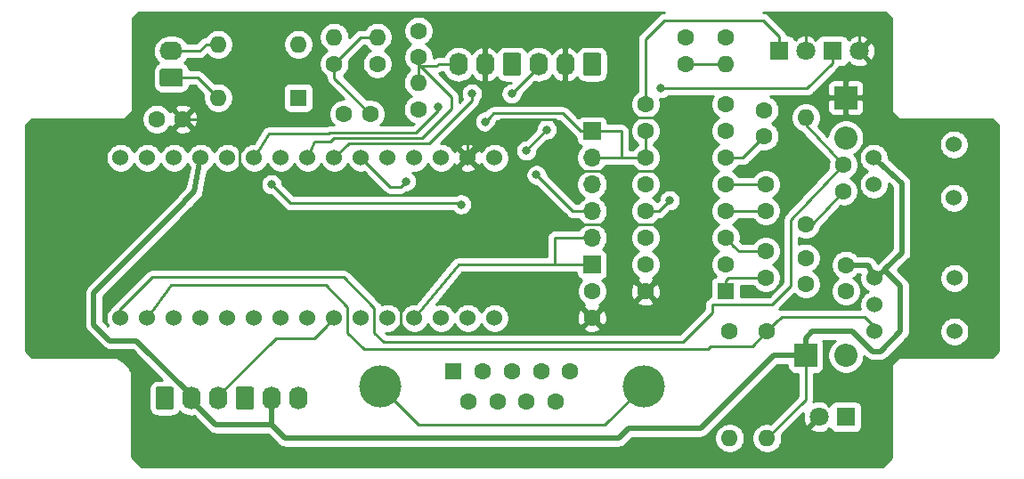
<source format=gbr>
G04 #@! TF.GenerationSoftware,KiCad,Pcbnew,5.1.5+dfsg1-2build2*
G04 #@! TF.CreationDate,2021-04-21T09:21:45+02:00*
G04 #@! TF.ProjectId,opto_board,6f70746f-5f62-46f6-9172-642e6b696361,rev?*
G04 #@! TF.SameCoordinates,Original*
G04 #@! TF.FileFunction,Copper,L2,Bot*
G04 #@! TF.FilePolarity,Positive*
%FSLAX46Y46*%
G04 Gerber Fmt 4.6, Leading zero omitted, Abs format (unit mm)*
G04 Created by KiCad (PCBNEW 5.1.5+dfsg1-2build2) date 2021-04-21 09:21:45*
%MOMM*%
%LPD*%
G04 APERTURE LIST*
%ADD10O,1.600000X1.600000*%
%ADD11C,1.600000*%
%ADD12R,1.600000X1.600000*%
%ADD13C,4.000000*%
%ADD14C,0.100000*%
%ADD15O,2.200000X1.740000*%
%ADD16O,1.740000X2.200000*%
%ADD17C,1.524000*%
%ADD18R,2.200000X2.200000*%
%ADD19O,2.200000X2.200000*%
%ADD20R,1.800000X1.800000*%
%ADD21C,1.800000*%
%ADD22O,1.700000X1.700000*%
%ADD23R,1.700000X1.700000*%
%ADD24C,0.800000*%
%ADD25C,0.250000*%
%ADD26C,0.500000*%
%ADD27C,0.254000*%
G04 APERTURE END LIST*
D10*
X101498400Y-69799200D03*
D11*
X101498400Y-72339200D03*
D10*
X97409000Y-69799200D03*
D11*
X97409000Y-72339200D03*
X135001000Y-97790000D03*
D10*
X135001000Y-107950000D03*
D12*
X108760000Y-101600000D03*
D11*
X111530000Y-101600000D03*
X114300000Y-101600000D03*
X117070000Y-101600000D03*
X119840000Y-101600000D03*
X110145000Y-104440000D03*
X112915000Y-104440000D03*
X115685000Y-104440000D03*
X118455000Y-104440000D03*
D13*
X101800000Y-103020000D03*
X126800000Y-103020000D03*
D11*
X138303000Y-76748000D03*
X138303000Y-79248000D03*
X98323400Y-77114400D03*
X100823400Y-77114400D03*
G04 #@! TA.AperFunction,ComponentPad*
D14*
G36*
X82789505Y-72791204D02*
G01*
X82813773Y-72794804D01*
X82837572Y-72800765D01*
X82860671Y-72809030D01*
X82882850Y-72819520D01*
X82903893Y-72832132D01*
X82923599Y-72846747D01*
X82941777Y-72863223D01*
X82958253Y-72881401D01*
X82972868Y-72901107D01*
X82985480Y-72922150D01*
X82995970Y-72944329D01*
X83004235Y-72967428D01*
X83010196Y-72991227D01*
X83013796Y-73015495D01*
X83015000Y-73039999D01*
X83015000Y-74280001D01*
X83013796Y-74304505D01*
X83010196Y-74328773D01*
X83004235Y-74352572D01*
X82995970Y-74375671D01*
X82985480Y-74397850D01*
X82972868Y-74418893D01*
X82958253Y-74438599D01*
X82941777Y-74456777D01*
X82923599Y-74473253D01*
X82903893Y-74487868D01*
X82882850Y-74500480D01*
X82860671Y-74510970D01*
X82837572Y-74519235D01*
X82813773Y-74525196D01*
X82789505Y-74528796D01*
X82765001Y-74530000D01*
X81064999Y-74530000D01*
X81040495Y-74528796D01*
X81016227Y-74525196D01*
X80992428Y-74519235D01*
X80969329Y-74510970D01*
X80947150Y-74500480D01*
X80926107Y-74487868D01*
X80906401Y-74473253D01*
X80888223Y-74456777D01*
X80871747Y-74438599D01*
X80857132Y-74418893D01*
X80844520Y-74397850D01*
X80834030Y-74375671D01*
X80825765Y-74352572D01*
X80819804Y-74328773D01*
X80816204Y-74304505D01*
X80815000Y-74280001D01*
X80815000Y-73039999D01*
X80816204Y-73015495D01*
X80819804Y-72991227D01*
X80825765Y-72967428D01*
X80834030Y-72944329D01*
X80844520Y-72922150D01*
X80857132Y-72901107D01*
X80871747Y-72881401D01*
X80888223Y-72863223D01*
X80906401Y-72846747D01*
X80926107Y-72832132D01*
X80947150Y-72819520D01*
X80969329Y-72809030D01*
X80992428Y-72800765D01*
X81016227Y-72794804D01*
X81040495Y-72791204D01*
X81064999Y-72790000D01*
X82765001Y-72790000D01*
X82789505Y-72791204D01*
G37*
G04 #@! TD.AperFunction*
D15*
X81915000Y-71120000D03*
D10*
X86360000Y-75565000D03*
X93980000Y-70485000D03*
X86360000Y-70485000D03*
D12*
X93980000Y-75565000D03*
G04 #@! TA.AperFunction,ComponentPad*
D14*
G36*
X114944505Y-71291204D02*
G01*
X114968773Y-71294804D01*
X114992572Y-71300765D01*
X115015671Y-71309030D01*
X115037850Y-71319520D01*
X115058893Y-71332132D01*
X115078599Y-71346747D01*
X115096777Y-71363223D01*
X115113253Y-71381401D01*
X115127868Y-71401107D01*
X115140480Y-71422150D01*
X115150970Y-71444329D01*
X115159235Y-71467428D01*
X115165196Y-71491227D01*
X115168796Y-71515495D01*
X115170000Y-71539999D01*
X115170000Y-73240001D01*
X115168796Y-73264505D01*
X115165196Y-73288773D01*
X115159235Y-73312572D01*
X115150970Y-73335671D01*
X115140480Y-73357850D01*
X115127868Y-73378893D01*
X115113253Y-73398599D01*
X115096777Y-73416777D01*
X115078599Y-73433253D01*
X115058893Y-73447868D01*
X115037850Y-73460480D01*
X115015671Y-73470970D01*
X114992572Y-73479235D01*
X114968773Y-73485196D01*
X114944505Y-73488796D01*
X114920001Y-73490000D01*
X113679999Y-73490000D01*
X113655495Y-73488796D01*
X113631227Y-73485196D01*
X113607428Y-73479235D01*
X113584329Y-73470970D01*
X113562150Y-73460480D01*
X113541107Y-73447868D01*
X113521401Y-73433253D01*
X113503223Y-73416777D01*
X113486747Y-73398599D01*
X113472132Y-73378893D01*
X113459520Y-73357850D01*
X113449030Y-73335671D01*
X113440765Y-73312572D01*
X113434804Y-73288773D01*
X113431204Y-73264505D01*
X113430000Y-73240001D01*
X113430000Y-71539999D01*
X113431204Y-71515495D01*
X113434804Y-71491227D01*
X113440765Y-71467428D01*
X113449030Y-71444329D01*
X113459520Y-71422150D01*
X113472132Y-71401107D01*
X113486747Y-71381401D01*
X113503223Y-71363223D01*
X113521401Y-71346747D01*
X113541107Y-71332132D01*
X113562150Y-71319520D01*
X113584329Y-71309030D01*
X113607428Y-71300765D01*
X113631227Y-71294804D01*
X113655495Y-71291204D01*
X113679999Y-71290000D01*
X114920001Y-71290000D01*
X114944505Y-71291204D01*
G37*
G04 #@! TD.AperFunction*
D16*
X111760000Y-72390000D03*
X109220000Y-72390000D03*
D10*
X105384600Y-74117200D03*
D11*
X105384600Y-76657200D03*
X134620000Y-69850000D03*
D10*
X134620000Y-72390000D03*
D11*
X130810000Y-72350000D03*
X130810000Y-69850000D03*
X105410000Y-69215000D03*
X105410000Y-71715000D03*
D17*
X77085000Y-96520000D03*
X79625000Y-96520000D03*
X82165000Y-96520000D03*
X84705000Y-96520000D03*
X87245000Y-96520000D03*
X89785000Y-96520000D03*
X92325000Y-96520000D03*
X94865000Y-96520000D03*
X97405000Y-96520000D03*
X99945000Y-96520000D03*
X102485000Y-96520000D03*
X105025000Y-96520000D03*
X107565000Y-96520000D03*
X110105000Y-96520000D03*
X112645000Y-96520000D03*
X112645000Y-81280000D03*
X110105000Y-81280000D03*
X107565000Y-81280000D03*
X105025000Y-81280000D03*
X102485000Y-81280000D03*
X99945000Y-81280000D03*
X97405000Y-81280000D03*
X94865000Y-81280000D03*
X92325000Y-81280000D03*
X89785000Y-81280000D03*
X87245000Y-81280000D03*
X84705000Y-81280000D03*
X82165000Y-81280000D03*
X79625000Y-81280000D03*
X77085000Y-81280000D03*
X148710000Y-81280000D03*
X148710000Y-83820000D03*
X156330000Y-80010000D03*
X156330000Y-85090000D03*
D16*
X116840000Y-72390000D03*
X119380000Y-72390000D03*
G04 #@! TA.AperFunction,ComponentPad*
D14*
G36*
X122564505Y-71291204D02*
G01*
X122588773Y-71294804D01*
X122612572Y-71300765D01*
X122635671Y-71309030D01*
X122657850Y-71319520D01*
X122678893Y-71332132D01*
X122698599Y-71346747D01*
X122716777Y-71363223D01*
X122733253Y-71381401D01*
X122747868Y-71401107D01*
X122760480Y-71422150D01*
X122770970Y-71444329D01*
X122779235Y-71467428D01*
X122785196Y-71491227D01*
X122788796Y-71515495D01*
X122790000Y-71539999D01*
X122790000Y-73240001D01*
X122788796Y-73264505D01*
X122785196Y-73288773D01*
X122779235Y-73312572D01*
X122770970Y-73335671D01*
X122760480Y-73357850D01*
X122747868Y-73378893D01*
X122733253Y-73398599D01*
X122716777Y-73416777D01*
X122698599Y-73433253D01*
X122678893Y-73447868D01*
X122657850Y-73460480D01*
X122635671Y-73470970D01*
X122612572Y-73479235D01*
X122588773Y-73485196D01*
X122564505Y-73488796D01*
X122540001Y-73490000D01*
X121299999Y-73490000D01*
X121275495Y-73488796D01*
X121251227Y-73485196D01*
X121227428Y-73479235D01*
X121204329Y-73470970D01*
X121182150Y-73460480D01*
X121161107Y-73447868D01*
X121141401Y-73433253D01*
X121123223Y-73416777D01*
X121106747Y-73398599D01*
X121092132Y-73378893D01*
X121079520Y-73357850D01*
X121069030Y-73335671D01*
X121060765Y-73312572D01*
X121054804Y-73288773D01*
X121051204Y-73264505D01*
X121050000Y-73240001D01*
X121050000Y-71539999D01*
X121051204Y-71515495D01*
X121054804Y-71491227D01*
X121060765Y-71467428D01*
X121069030Y-71444329D01*
X121079520Y-71422150D01*
X121092132Y-71401107D01*
X121106747Y-71381401D01*
X121123223Y-71363223D01*
X121141401Y-71346747D01*
X121161107Y-71332132D01*
X121182150Y-71319520D01*
X121204329Y-71309030D01*
X121227428Y-71300765D01*
X121251227Y-71294804D01*
X121275495Y-71291204D01*
X121299999Y-71290000D01*
X122540001Y-71290000D01*
X122564505Y-71291204D01*
G37*
G04 #@! TD.AperFunction*
D16*
X93980000Y-104140000D03*
X91440000Y-104140000D03*
G04 #@! TA.AperFunction,ComponentPad*
D14*
G36*
X89544505Y-103041204D02*
G01*
X89568773Y-103044804D01*
X89592572Y-103050765D01*
X89615671Y-103059030D01*
X89637850Y-103069520D01*
X89658893Y-103082132D01*
X89678599Y-103096747D01*
X89696777Y-103113223D01*
X89713253Y-103131401D01*
X89727868Y-103151107D01*
X89740480Y-103172150D01*
X89750970Y-103194329D01*
X89759235Y-103217428D01*
X89765196Y-103241227D01*
X89768796Y-103265495D01*
X89770000Y-103289999D01*
X89770000Y-104990001D01*
X89768796Y-105014505D01*
X89765196Y-105038773D01*
X89759235Y-105062572D01*
X89750970Y-105085671D01*
X89740480Y-105107850D01*
X89727868Y-105128893D01*
X89713253Y-105148599D01*
X89696777Y-105166777D01*
X89678599Y-105183253D01*
X89658893Y-105197868D01*
X89637850Y-105210480D01*
X89615671Y-105220970D01*
X89592572Y-105229235D01*
X89568773Y-105235196D01*
X89544505Y-105238796D01*
X89520001Y-105240000D01*
X88279999Y-105240000D01*
X88255495Y-105238796D01*
X88231227Y-105235196D01*
X88207428Y-105229235D01*
X88184329Y-105220970D01*
X88162150Y-105210480D01*
X88141107Y-105197868D01*
X88121401Y-105183253D01*
X88103223Y-105166777D01*
X88086747Y-105148599D01*
X88072132Y-105128893D01*
X88059520Y-105107850D01*
X88049030Y-105085671D01*
X88040765Y-105062572D01*
X88034804Y-105038773D01*
X88031204Y-105014505D01*
X88030000Y-104990001D01*
X88030000Y-103289999D01*
X88031204Y-103265495D01*
X88034804Y-103241227D01*
X88040765Y-103217428D01*
X88049030Y-103194329D01*
X88059520Y-103172150D01*
X88072132Y-103151107D01*
X88086747Y-103131401D01*
X88103223Y-103113223D01*
X88121401Y-103096747D01*
X88141107Y-103082132D01*
X88162150Y-103069520D01*
X88184329Y-103059030D01*
X88207428Y-103050765D01*
X88231227Y-103044804D01*
X88255495Y-103041204D01*
X88279999Y-103040000D01*
X89520001Y-103040000D01*
X89544505Y-103041204D01*
G37*
G04 #@! TD.AperFunction*
G04 #@! TA.AperFunction,ComponentPad*
G36*
X81924505Y-103041204D02*
G01*
X81948773Y-103044804D01*
X81972572Y-103050765D01*
X81995671Y-103059030D01*
X82017850Y-103069520D01*
X82038893Y-103082132D01*
X82058599Y-103096747D01*
X82076777Y-103113223D01*
X82093253Y-103131401D01*
X82107868Y-103151107D01*
X82120480Y-103172150D01*
X82130970Y-103194329D01*
X82139235Y-103217428D01*
X82145196Y-103241227D01*
X82148796Y-103265495D01*
X82150000Y-103289999D01*
X82150000Y-104990001D01*
X82148796Y-105014505D01*
X82145196Y-105038773D01*
X82139235Y-105062572D01*
X82130970Y-105085671D01*
X82120480Y-105107850D01*
X82107868Y-105128893D01*
X82093253Y-105148599D01*
X82076777Y-105166777D01*
X82058599Y-105183253D01*
X82038893Y-105197868D01*
X82017850Y-105210480D01*
X81995671Y-105220970D01*
X81972572Y-105229235D01*
X81948773Y-105235196D01*
X81924505Y-105238796D01*
X81900001Y-105240000D01*
X80659999Y-105240000D01*
X80635495Y-105238796D01*
X80611227Y-105235196D01*
X80587428Y-105229235D01*
X80564329Y-105220970D01*
X80542150Y-105210480D01*
X80521107Y-105197868D01*
X80501401Y-105183253D01*
X80483223Y-105166777D01*
X80466747Y-105148599D01*
X80452132Y-105128893D01*
X80439520Y-105107850D01*
X80429030Y-105085671D01*
X80420765Y-105062572D01*
X80414804Y-105038773D01*
X80411204Y-105014505D01*
X80410000Y-104990001D01*
X80410000Y-103289999D01*
X80411204Y-103265495D01*
X80414804Y-103241227D01*
X80420765Y-103217428D01*
X80429030Y-103194329D01*
X80439520Y-103172150D01*
X80452132Y-103151107D01*
X80466747Y-103131401D01*
X80483223Y-103113223D01*
X80501401Y-103096747D01*
X80521107Y-103082132D01*
X80542150Y-103069520D01*
X80564329Y-103059030D01*
X80587428Y-103050765D01*
X80611227Y-103044804D01*
X80635495Y-103041204D01*
X80659999Y-103040000D01*
X81900001Y-103040000D01*
X81924505Y-103041204D01*
G37*
G04 #@! TD.AperFunction*
D16*
X83820000Y-104140000D03*
X86360000Y-104140000D03*
D11*
X121920000Y-93980000D03*
X121920000Y-96480000D03*
D18*
X142240000Y-100076000D03*
D19*
X146050000Y-100076000D03*
D18*
X146050000Y-75565000D03*
D19*
X146050000Y-79375000D03*
D20*
X146050000Y-105918000D03*
D21*
X143510000Y-105918000D03*
X147320000Y-71120000D03*
D20*
X144780000Y-71120000D03*
D21*
X142240000Y-71120000D03*
D20*
X139700000Y-71120000D03*
D11*
X138430000Y-83820000D03*
X138430000Y-86320000D03*
X142240000Y-93305000D03*
X142240000Y-90805000D03*
X138430000Y-90170000D03*
X138430000Y-92670000D03*
X83018000Y-77597000D03*
X80518000Y-77597000D03*
X146050000Y-93980000D03*
X146050000Y-91480000D03*
D22*
X121920000Y-86360000D03*
X121920000Y-88900000D03*
D23*
X121920000Y-91440000D03*
X121920000Y-78740000D03*
D22*
X121920000Y-81280000D03*
X121920000Y-83820000D03*
D10*
X138557000Y-107950000D03*
D11*
X138557000Y-97790000D03*
D12*
X134620000Y-93980000D03*
D11*
X134620000Y-91440000D03*
X134620000Y-88900000D03*
X134620000Y-86360000D03*
X134620000Y-83820000D03*
X134620000Y-81280000D03*
X134620000Y-78740000D03*
X127000000Y-78740000D03*
X127000000Y-81280000D03*
X127000000Y-83820000D03*
X127000000Y-86360000D03*
X127000000Y-88900000D03*
X127000000Y-91440000D03*
X127000000Y-93980000D03*
X134620000Y-76200000D03*
X127000000Y-76200000D03*
X145800000Y-81955000D03*
X145800000Y-84455000D03*
X142240000Y-87630000D03*
D10*
X142240000Y-77470000D03*
D17*
X148760000Y-92710000D03*
X148760000Y-95250000D03*
X148760000Y-97790000D03*
X156380000Y-92710000D03*
X156380000Y-97790000D03*
D24*
X116633358Y-82909042D03*
X104241600Y-83515200D03*
X111760000Y-77851000D03*
X107315000Y-76454000D03*
X91440000Y-83820000D03*
X109474000Y-85725002D03*
X129286000Y-85344000D03*
X117602000Y-78612998D03*
X128466323Y-74676000D03*
X115679208Y-80608010D03*
X110490000Y-75184000D03*
X114276000Y-75184000D03*
D25*
X142875000Y-87630000D02*
X142240000Y-87630000D01*
X145800000Y-84455000D02*
X142875000Y-87630000D01*
X129286000Y-98806000D02*
X128270000Y-98806000D01*
X145800000Y-81955000D02*
X142240000Y-78145000D01*
X142240000Y-78145000D02*
X142240000Y-77470000D01*
X140843000Y-87162000D02*
X145800000Y-81955000D01*
X130557410Y-98806000D02*
X133350000Y-96013410D01*
X133350000Y-96013410D02*
X133350000Y-95250000D01*
X133350000Y-95250000D02*
X139065000Y-95250000D01*
X139065000Y-95250000D02*
X140843000Y-93472000D01*
X140843000Y-93472000D02*
X140843000Y-87162000D01*
X128270000Y-98806000D02*
X130557410Y-98806000D01*
X102108000Y-98806000D02*
X101219000Y-97917000D01*
X128270000Y-98806000D02*
X102108000Y-98806000D01*
X101219000Y-97917000D02*
X101219000Y-95540999D01*
X98298000Y-92619999D02*
X80100001Y-92619999D01*
X76961999Y-95758001D02*
X77085000Y-96520000D01*
X101219000Y-95540999D02*
X98298000Y-92619999D01*
X80100001Y-92619999D02*
X76961999Y-95758001D01*
X142240000Y-102028000D02*
X142240000Y-100076000D01*
D26*
X86130000Y-106680000D02*
X83820000Y-104370000D01*
X91440000Y-106680000D02*
X86130000Y-106680000D01*
X91440000Y-104140000D02*
X91440000Y-106680000D01*
D25*
X83820000Y-104140000D02*
X83820000Y-103910000D01*
X142240000Y-104267000D02*
X142240000Y-103505000D01*
X138557000Y-107950000D02*
X142240000Y-104267000D01*
X142240000Y-102028000D02*
X142240000Y-103505000D01*
D26*
X132249999Y-107018001D02*
X139192000Y-100076000D01*
X125391999Y-107018001D02*
X132249999Y-107018001D01*
X139192000Y-100076000D02*
X142240000Y-100076000D01*
X124460000Y-107950000D02*
X125391999Y-107018001D01*
X91440000Y-106680000D02*
X92710000Y-107950000D01*
X92710000Y-107950000D02*
X124460000Y-107950000D01*
X151384000Y-83689000D02*
X148710000Y-81280000D01*
X151384000Y-84201000D02*
X151384000Y-83689000D01*
X146050000Y-91480000D02*
X148165000Y-91480000D01*
X148760000Y-92710000D02*
X149610000Y-92075000D01*
X148165000Y-91480000D02*
X148760000Y-92710000D01*
X151257000Y-93472000D02*
X149735000Y-91950000D01*
X151257000Y-97790000D02*
X151257000Y-93472000D01*
X142240000Y-98425000D02*
X142875000Y-97790000D01*
X149735000Y-91950000D02*
X151384000Y-90301000D01*
X142240000Y-100076000D02*
X142240000Y-98425000D01*
X151384000Y-90301000D02*
X151384000Y-84074000D01*
X142875000Y-97790000D02*
X146685000Y-97790000D01*
X146685000Y-97790000D02*
X148590000Y-99695000D01*
X148590000Y-99695000D02*
X149352000Y-99695000D01*
X149352000Y-99695000D02*
X151257000Y-97790000D01*
X78589000Y-98679000D02*
X83820000Y-103910000D01*
X84070000Y-84524370D02*
X83185000Y-85409370D01*
X74549000Y-94107000D02*
X74549000Y-97155000D01*
X76073000Y-98679000D02*
X78589000Y-98679000D01*
X84705000Y-81280000D02*
X84070000Y-84524370D01*
X83185000Y-85409370D02*
X83185000Y-85471000D01*
X83185000Y-85471000D02*
X74549000Y-94107000D01*
X74549000Y-97155000D02*
X76073000Y-98679000D01*
D25*
X120084315Y-86360000D02*
X116633358Y-82909042D01*
X121920000Y-86360000D02*
X120084315Y-86360000D01*
X99945000Y-81280000D02*
X102713600Y-84048600D01*
X102713600Y-84048600D02*
X103022400Y-84048600D01*
X103022400Y-84048600D02*
X103708200Y-84048600D01*
X103708200Y-84048600D02*
X104241600Y-83515200D01*
X104241600Y-83515200D02*
X104241600Y-83515200D01*
X120820000Y-78740000D02*
X119150001Y-77070001D01*
X112540999Y-77070001D02*
X112159999Y-77451001D01*
X112159999Y-77451001D02*
X111760000Y-77851000D01*
X119150001Y-77070001D02*
X112540999Y-77070001D01*
X121920000Y-78740000D02*
X120820000Y-78740000D01*
X105181400Y-78917800D02*
X107315000Y-76784200D01*
X96977200Y-78917800D02*
X105181400Y-78917800D01*
X107315000Y-76784200D02*
X107315000Y-76454000D01*
X96901000Y-78994000D02*
X96977200Y-78917800D01*
X91186000Y-78994000D02*
X96901000Y-78994000D01*
X89785000Y-81280000D02*
X91186000Y-78994000D01*
X109346998Y-85598000D02*
X109474000Y-85725002D01*
X91440000Y-83820000D02*
X93218000Y-85598000D01*
X93218000Y-85598000D02*
X109346998Y-85598000D01*
X134620000Y-92930000D02*
X134620000Y-93980000D01*
X134880000Y-92670000D02*
X134620000Y-92930000D01*
X138430000Y-92670000D02*
X134880000Y-92670000D01*
X135419999Y-89699999D02*
X134620000Y-88900000D01*
X135890000Y-90170000D02*
X135419999Y-89699999D01*
X138430000Y-90170000D02*
X135890000Y-90170000D01*
X134660000Y-86320000D02*
X134620000Y-86360000D01*
X138430000Y-86320000D02*
X134660000Y-86320000D01*
X137298630Y-83820000D02*
X134620000Y-83820000D01*
X138430000Y-83820000D02*
X137298630Y-83820000D01*
X127000000Y-80148630D02*
X127000000Y-78740000D01*
X127000000Y-81280000D02*
X127000000Y-80148630D01*
X127000000Y-81280000D02*
X125868630Y-81280000D01*
X109220000Y-91440000D02*
X105025000Y-96520000D01*
X121920000Y-88900000D02*
X118364000Y-88900000D01*
X118364000Y-88900000D02*
X118364000Y-91440000D01*
X118364000Y-91440000D02*
X109220000Y-91440000D01*
X121920000Y-91440000D02*
X118364000Y-91440000D01*
X121920000Y-78740000D02*
X124714000Y-78740000D01*
X124714000Y-81280000D02*
X121920000Y-81280000D01*
X124714000Y-78740000D02*
X124714000Y-81280000D01*
X125868630Y-81280000D02*
X124714000Y-81280000D01*
X127000000Y-86360000D02*
X128270000Y-86360000D01*
X128270000Y-86360000D02*
X128886001Y-85743999D01*
X128886001Y-85743999D02*
X129286000Y-85344000D01*
X123140000Y-106680000D02*
X126800000Y-103020000D01*
X101800000Y-103020000D02*
X105460000Y-106680000D01*
X105460000Y-106680000D02*
X123140000Y-106680000D01*
X86360000Y-103910000D02*
X86360000Y-104140000D01*
X91845000Y-98425000D02*
X86360000Y-103910000D01*
X97405000Y-96520000D02*
X96520000Y-97409000D01*
X95504000Y-98425000D02*
X91845000Y-98425000D01*
X96520000Y-97409000D02*
X95504000Y-98425000D01*
X142374000Y-74676000D02*
X129032008Y-74676000D01*
X129032008Y-74676000D02*
X128466323Y-74676000D01*
X144780000Y-72270000D02*
X142374000Y-74676000D01*
X144780000Y-71120000D02*
X144780000Y-72270000D01*
X117602000Y-78612998D02*
X115679208Y-80535790D01*
X115679208Y-80535790D02*
X115679208Y-80608010D01*
X128524000Y-87630000D02*
X125476000Y-87630000D01*
X129032000Y-88138000D02*
X128524000Y-87630000D01*
X127000000Y-93980000D02*
X129032000Y-91948000D01*
X129032000Y-91948000D02*
X129032000Y-88138000D01*
X129032000Y-88138000D02*
X129032000Y-87884000D01*
X129032000Y-87884000D02*
X130556000Y-86360000D01*
X124968000Y-77470000D02*
X128270000Y-77470000D01*
X128270000Y-77470000D02*
X128414999Y-77614999D01*
X125476000Y-92456000D02*
X127000000Y-93980000D01*
X125476000Y-90170000D02*
X125476000Y-92456000D01*
X128905000Y-82550000D02*
X124460000Y-82550000D01*
X142240000Y-71120000D02*
X142240000Y-68707000D01*
X147320000Y-71120000D02*
X147320000Y-68707000D01*
X111760000Y-72390000D02*
X111760000Y-76073000D01*
X122936000Y-82550000D02*
X123030999Y-82644999D01*
X120269000Y-82550000D02*
X122936000Y-82550000D01*
X119380000Y-81661000D02*
X120269000Y-82550000D01*
X119380000Y-78613000D02*
X119380000Y-81661000D01*
X118364000Y-77597000D02*
X119380000Y-78613000D01*
X113284000Y-77597000D02*
X118364000Y-77597000D01*
X125222000Y-87630000D02*
X115570000Y-87630000D01*
X125476000Y-87376000D02*
X125222000Y-87630000D01*
X125476000Y-90170000D02*
X125476000Y-87376000D01*
X109601000Y-81280000D02*
X113284000Y-77597000D01*
X115570000Y-87630000D02*
X110105000Y-81280000D01*
X110105000Y-81280000D02*
X109601000Y-81280000D01*
X110105000Y-80395000D02*
X110105000Y-81280000D01*
X111760000Y-76073000D02*
X110105000Y-77728000D01*
X110105000Y-77728000D02*
X110105000Y-80395000D01*
X88392000Y-80137000D02*
X85852000Y-77597000D01*
X85852000Y-77597000D02*
X83018000Y-77597000D01*
X103251000Y-97663000D02*
X103759000Y-97155000D01*
X103759000Y-97155000D02*
X103759000Y-87630000D01*
X88392000Y-82677000D02*
X88392000Y-80137000D01*
X103759000Y-87630000D02*
X93345000Y-87630000D01*
X103124000Y-97663000D02*
X103251000Y-97663000D01*
X93345000Y-87630000D02*
X88392000Y-82677000D01*
X111887000Y-76073000D02*
X111760000Y-76073000D01*
X112064800Y-76250800D02*
X111887000Y-76073000D01*
X119380000Y-73740000D02*
X116869200Y-76250800D01*
X116869200Y-76250800D02*
X112064800Y-76250800D01*
X119380000Y-72390000D02*
X119380000Y-73740000D01*
X139700000Y-69723000D02*
X139700000Y-71120000D01*
X138176000Y-68199000D02*
X139700000Y-69723000D01*
X127000000Y-76200000D02*
X127000000Y-69977000D01*
X128778000Y-68199000D02*
X138176000Y-68199000D01*
X127000000Y-69977000D02*
X128778000Y-68199000D01*
X139573000Y-96774000D02*
X138557000Y-97790000D01*
X148760000Y-97325000D02*
X148760000Y-97790000D01*
X147828001Y-96393001D02*
X148760000Y-97325000D01*
X138557000Y-97790000D02*
X139953999Y-96393001D01*
X139953999Y-96393001D02*
X147828001Y-96393001D01*
X137160000Y-99187000D02*
X133223000Y-99187000D01*
X138557000Y-97790000D02*
X137160000Y-99187000D01*
X133223000Y-99187000D02*
X132899990Y-99510010D01*
X132899990Y-99510010D02*
X100272010Y-99510010D01*
X100272010Y-99510010D02*
X98679000Y-97917000D01*
X98679000Y-97917000D02*
X98679000Y-95504000D01*
X81915000Y-93345000D02*
X79625000Y-96520000D01*
X98679000Y-95504000D02*
X96647000Y-93345000D01*
X96647000Y-93345000D02*
X81915000Y-93345000D01*
X130850000Y-72390000D02*
X130810000Y-72350000D01*
X134620000Y-72390000D02*
X130850000Y-72390000D01*
X116840000Y-72390000D02*
X116840000Y-72620000D01*
X116840000Y-72620000D02*
X114276000Y-75184000D01*
X114276000Y-75184000D02*
X114276000Y-75184000D01*
X110490000Y-75876685D02*
X110490000Y-75749685D01*
X110490000Y-75749685D02*
X110490000Y-75184000D01*
X106458285Y-79908400D02*
X110490000Y-75876685D01*
X98776600Y-79908400D02*
X106458285Y-79908400D01*
X97405000Y-81280000D02*
X98776600Y-79908400D01*
X107315000Y-72390000D02*
X109220000Y-72390000D01*
X107190001Y-72514999D02*
X107315000Y-72390000D01*
X105574999Y-72514999D02*
X107190001Y-72514999D01*
X108548001Y-75488001D02*
X104775000Y-71715000D01*
X108548001Y-76617999D02*
X108548001Y-75488001D01*
X105740200Y-79425800D02*
X108548001Y-76617999D01*
X104775000Y-71715000D02*
X105574999Y-72514999D01*
X97358200Y-79425800D02*
X105740200Y-79425800D01*
X97028000Y-79756000D02*
X97358200Y-79425800D01*
X95504000Y-79756000D02*
X97028000Y-79756000D01*
X94865000Y-81280000D02*
X95504000Y-79756000D01*
X105384600Y-74117200D02*
X105384600Y-71740400D01*
X84455000Y-73660000D02*
X86360000Y-75565000D01*
X81915000Y-73660000D02*
X84455000Y-73660000D01*
X81915000Y-71120000D02*
X84593630Y-71120000D01*
X85228630Y-70485000D02*
X86360000Y-70485000D01*
X84593630Y-71120000D02*
X85228630Y-70485000D01*
X99949000Y-69799200D02*
X97409000Y-72339200D01*
X101498400Y-69799200D02*
X99949000Y-69799200D01*
X97409000Y-73700000D02*
X100823400Y-77114400D01*
X97409000Y-72339200D02*
X97409000Y-73700000D01*
X136271000Y-81280000D02*
X138303000Y-79248000D01*
X134620000Y-81280000D02*
X136271000Y-81280000D01*
X94615000Y-76200000D02*
X93980000Y-75565000D01*
D27*
G36*
X128740675Y-67439000D02*
G01*
X128740667Y-67439000D01*
X128629014Y-67449997D01*
X128485753Y-67493454D01*
X128353724Y-67564026D01*
X128237999Y-67658999D01*
X128214201Y-67687997D01*
X126488998Y-69413201D01*
X126460000Y-69436999D01*
X126436202Y-69465997D01*
X126436201Y-69465998D01*
X126365026Y-69552724D01*
X126294454Y-69684754D01*
X126265728Y-69779454D01*
X126259739Y-69799200D01*
X126250998Y-69828015D01*
X126236324Y-69977000D01*
X126240001Y-70014332D01*
X126240000Y-74981956D01*
X126085241Y-75085363D01*
X125885363Y-75285241D01*
X125728320Y-75520273D01*
X125620147Y-75781426D01*
X125565000Y-76058665D01*
X125565000Y-76341335D01*
X125620147Y-76618574D01*
X125728320Y-76879727D01*
X125885363Y-77114759D01*
X126085241Y-77314637D01*
X126317759Y-77470000D01*
X126085241Y-77625363D01*
X125885363Y-77825241D01*
X125728320Y-78060273D01*
X125620147Y-78321426D01*
X125565000Y-78598665D01*
X125565000Y-78881335D01*
X125620147Y-79158574D01*
X125728320Y-79419727D01*
X125885363Y-79654759D01*
X126085241Y-79854637D01*
X126240000Y-79958044D01*
X126240000Y-80061957D01*
X126085241Y-80165363D01*
X125885363Y-80365241D01*
X125781957Y-80520000D01*
X125474000Y-80520000D01*
X125474000Y-78777333D01*
X125477677Y-78740000D01*
X125463003Y-78591014D01*
X125419546Y-78447753D01*
X125348974Y-78315724D01*
X125254001Y-78199999D01*
X125138276Y-78105026D01*
X125006247Y-78034454D01*
X124862986Y-77990997D01*
X124751333Y-77980000D01*
X124714000Y-77976323D01*
X124676667Y-77980000D01*
X123408072Y-77980000D01*
X123408072Y-77890000D01*
X123395812Y-77765518D01*
X123359502Y-77645820D01*
X123300537Y-77535506D01*
X123221185Y-77438815D01*
X123124494Y-77359463D01*
X123014180Y-77300498D01*
X122894482Y-77264188D01*
X122770000Y-77251928D01*
X121070000Y-77251928D01*
X120945518Y-77264188D01*
X120825820Y-77300498D01*
X120715506Y-77359463D01*
X120618815Y-77438815D01*
X120607457Y-77452655D01*
X119713805Y-76559004D01*
X119690002Y-76530000D01*
X119574277Y-76435027D01*
X119442248Y-76364455D01*
X119298987Y-76320998D01*
X119187334Y-76310001D01*
X119187323Y-76310001D01*
X119150001Y-76306325D01*
X119112679Y-76310001D01*
X112578321Y-76310001D01*
X112540998Y-76306325D01*
X112503675Y-76310001D01*
X112503666Y-76310001D01*
X112392013Y-76320998D01*
X112248752Y-76364455D01*
X112116723Y-76435027D01*
X112000998Y-76530000D01*
X111977195Y-76559004D01*
X111720199Y-76816000D01*
X111658061Y-76816000D01*
X111458102Y-76855774D01*
X111269744Y-76933795D01*
X111100226Y-77047063D01*
X110956063Y-77191226D01*
X110842795Y-77360744D01*
X110764774Y-77549102D01*
X110725000Y-77749061D01*
X110725000Y-77952939D01*
X110764774Y-78152898D01*
X110842795Y-78341256D01*
X110956063Y-78510774D01*
X111100226Y-78654937D01*
X111269744Y-78768205D01*
X111458102Y-78846226D01*
X111658061Y-78886000D01*
X111861939Y-78886000D01*
X112061898Y-78846226D01*
X112250256Y-78768205D01*
X112419774Y-78654937D01*
X112563937Y-78510774D01*
X112677205Y-78341256D01*
X112755226Y-78152898D01*
X112795000Y-77952939D01*
X112795000Y-77890801D01*
X112855800Y-77830001D01*
X116921286Y-77830001D01*
X116798063Y-77953224D01*
X116684795Y-78122742D01*
X116606774Y-78311100D01*
X116567000Y-78511059D01*
X116567000Y-78573196D01*
X115564683Y-79575513D01*
X115377310Y-79612784D01*
X115188952Y-79690805D01*
X115019434Y-79804073D01*
X114875271Y-79948236D01*
X114762003Y-80117754D01*
X114683982Y-80306112D01*
X114644208Y-80506071D01*
X114644208Y-80709949D01*
X114683982Y-80909908D01*
X114762003Y-81098266D01*
X114875271Y-81267784D01*
X115019434Y-81411947D01*
X115188952Y-81525215D01*
X115377310Y-81603236D01*
X115577269Y-81643010D01*
X115781147Y-81643010D01*
X115981106Y-81603236D01*
X116169464Y-81525215D01*
X116338982Y-81411947D01*
X116483145Y-81267784D01*
X116596413Y-81098266D01*
X116674434Y-80909908D01*
X116714208Y-80709949D01*
X116714208Y-80575591D01*
X117641802Y-79647998D01*
X117703939Y-79647998D01*
X117903898Y-79608224D01*
X118092256Y-79530203D01*
X118261774Y-79416935D01*
X118405937Y-79272772D01*
X118519205Y-79103254D01*
X118597226Y-78914896D01*
X118637000Y-78714937D01*
X118637000Y-78511059D01*
X118597226Y-78311100D01*
X118519205Y-78122742D01*
X118405937Y-77953224D01*
X118282714Y-77830001D01*
X118835200Y-77830001D01*
X120256201Y-79251003D01*
X120279999Y-79280001D01*
X120395724Y-79374974D01*
X120431928Y-79394326D01*
X120431928Y-79590000D01*
X120444188Y-79714482D01*
X120480498Y-79834180D01*
X120539463Y-79944494D01*
X120618815Y-80041185D01*
X120715506Y-80120537D01*
X120825820Y-80179502D01*
X120898380Y-80201513D01*
X120766525Y-80333368D01*
X120604010Y-80576589D01*
X120492068Y-80846842D01*
X120435000Y-81133740D01*
X120435000Y-81426260D01*
X120492068Y-81713158D01*
X120604010Y-81983411D01*
X120766525Y-82226632D01*
X120973368Y-82433475D01*
X121147760Y-82550000D01*
X120973368Y-82666525D01*
X120766525Y-82873368D01*
X120604010Y-83116589D01*
X120492068Y-83386842D01*
X120435000Y-83673740D01*
X120435000Y-83966260D01*
X120492068Y-84253158D01*
X120604010Y-84523411D01*
X120766525Y-84766632D01*
X120973368Y-84973475D01*
X121147760Y-85090000D01*
X120973368Y-85206525D01*
X120766525Y-85413368D01*
X120641822Y-85600000D01*
X120399117Y-85600000D01*
X117668358Y-82869241D01*
X117668358Y-82807103D01*
X117628584Y-82607144D01*
X117550563Y-82418786D01*
X117437295Y-82249268D01*
X117293132Y-82105105D01*
X117123614Y-81991837D01*
X116935256Y-81913816D01*
X116735297Y-81874042D01*
X116531419Y-81874042D01*
X116331460Y-81913816D01*
X116143102Y-81991837D01*
X115973584Y-82105105D01*
X115829421Y-82249268D01*
X115716153Y-82418786D01*
X115638132Y-82607144D01*
X115598358Y-82807103D01*
X115598358Y-83010981D01*
X115638132Y-83210940D01*
X115716153Y-83399298D01*
X115829421Y-83568816D01*
X115973584Y-83712979D01*
X116143102Y-83826247D01*
X116331460Y-83904268D01*
X116531419Y-83944042D01*
X116593557Y-83944042D01*
X119520516Y-86871003D01*
X119544314Y-86900001D01*
X119573312Y-86923799D01*
X119660038Y-86994974D01*
X119788074Y-87063411D01*
X119792068Y-87065546D01*
X119935329Y-87109003D01*
X120046982Y-87120000D01*
X120046991Y-87120000D01*
X120084314Y-87123676D01*
X120121637Y-87120000D01*
X120641822Y-87120000D01*
X120766525Y-87306632D01*
X120973368Y-87513475D01*
X121147760Y-87630000D01*
X120973368Y-87746525D01*
X120766525Y-87953368D01*
X120641822Y-88140000D01*
X118401333Y-88140000D01*
X118364000Y-88136323D01*
X118326667Y-88140000D01*
X118215014Y-88150997D01*
X118071753Y-88194454D01*
X117939724Y-88265026D01*
X117823999Y-88359999D01*
X117729026Y-88475724D01*
X117658454Y-88607753D01*
X117614997Y-88751014D01*
X117600323Y-88900000D01*
X117604000Y-88937333D01*
X117604001Y-90680000D01*
X109220671Y-90680000D01*
X109147460Y-90679777D01*
X109109512Y-90687205D01*
X109071014Y-90690997D01*
X109036214Y-90701553D01*
X109000542Y-90708536D01*
X108964773Y-90723224D01*
X108927753Y-90734454D01*
X108895686Y-90751595D01*
X108862057Y-90765404D01*
X108829832Y-90786794D01*
X108795724Y-90805026D01*
X108767619Y-90828091D01*
X108737328Y-90848198D01*
X108709898Y-90875462D01*
X108679999Y-90899999D01*
X108633297Y-90956906D01*
X105188700Y-95128193D01*
X105162592Y-95123000D01*
X104887408Y-95123000D01*
X104617510Y-95176686D01*
X104363273Y-95281995D01*
X104134465Y-95434880D01*
X103939880Y-95629465D01*
X103786995Y-95858273D01*
X103755000Y-95935515D01*
X103723005Y-95858273D01*
X103570120Y-95629465D01*
X103375535Y-95434880D01*
X103146727Y-95281995D01*
X102892490Y-95176686D01*
X102622592Y-95123000D01*
X102347408Y-95123000D01*
X102077510Y-95176686D01*
X101920736Y-95241624D01*
X101853974Y-95116723D01*
X101759001Y-95000998D01*
X101730003Y-94977200D01*
X98861804Y-92109002D01*
X98838001Y-92079998D01*
X98722276Y-91985025D01*
X98590247Y-91914453D01*
X98446986Y-91870996D01*
X98335333Y-91859999D01*
X98335322Y-91859999D01*
X98298000Y-91856323D01*
X98260678Y-91859999D01*
X80137323Y-91859999D01*
X80100001Y-91856323D01*
X80062678Y-91859999D01*
X80062668Y-91859999D01*
X79951015Y-91870996D01*
X79822434Y-91910000D01*
X79807754Y-91914453D01*
X79675724Y-91985025D01*
X79598657Y-92048273D01*
X79560000Y-92079998D01*
X79536202Y-92108996D01*
X76460788Y-95184411D01*
X76441958Y-95198753D01*
X76407977Y-95237222D01*
X76398200Y-95246999D01*
X76383257Y-95265207D01*
X76342847Y-95310954D01*
X76335853Y-95322968D01*
X76327025Y-95333725D01*
X76316564Y-95353296D01*
X76194465Y-95434880D01*
X75999880Y-95629465D01*
X75846995Y-95858273D01*
X75741686Y-96112510D01*
X75688000Y-96382408D01*
X75688000Y-96657592D01*
X75741686Y-96927490D01*
X75846995Y-97181727D01*
X75886644Y-97241065D01*
X75434000Y-96788422D01*
X75434000Y-94473578D01*
X83780049Y-86127530D01*
X83813817Y-86099817D01*
X83924411Y-85965059D01*
X83974384Y-85871564D01*
X84666015Y-85179934D01*
X84700744Y-85151254D01*
X84754781Y-85084995D01*
X84809410Y-85018430D01*
X84810060Y-85017215D01*
X84810923Y-85016156D01*
X84851131Y-84940375D01*
X84891588Y-84864684D01*
X84891985Y-84863376D01*
X84892630Y-84862160D01*
X84917313Y-84779883D01*
X84942194Y-84697861D01*
X84946610Y-84653028D01*
X85129604Y-83718061D01*
X90405000Y-83718061D01*
X90405000Y-83921939D01*
X90444774Y-84121898D01*
X90522795Y-84310256D01*
X90636063Y-84479774D01*
X90780226Y-84623937D01*
X90949744Y-84737205D01*
X91138102Y-84815226D01*
X91338061Y-84855000D01*
X91400199Y-84855000D01*
X92654200Y-86109002D01*
X92677999Y-86138001D01*
X92793724Y-86232974D01*
X92925753Y-86303546D01*
X93069014Y-86347003D01*
X93180667Y-86358000D01*
X93180675Y-86358000D01*
X93218000Y-86361676D01*
X93255325Y-86358000D01*
X108652172Y-86358000D01*
X108670063Y-86384776D01*
X108814226Y-86528939D01*
X108983744Y-86642207D01*
X109172102Y-86720228D01*
X109372061Y-86760002D01*
X109575939Y-86760002D01*
X109775898Y-86720228D01*
X109964256Y-86642207D01*
X110133774Y-86528939D01*
X110277937Y-86384776D01*
X110391205Y-86215258D01*
X110469226Y-86026900D01*
X110509000Y-85826941D01*
X110509000Y-85623063D01*
X110469226Y-85423104D01*
X110391205Y-85234746D01*
X110277937Y-85065228D01*
X110133774Y-84921065D01*
X109964256Y-84807797D01*
X109775898Y-84729776D01*
X109575939Y-84690002D01*
X109372061Y-84690002D01*
X109172102Y-84729776D01*
X108983744Y-84807797D01*
X108938542Y-84838000D01*
X93532802Y-84838000D01*
X92475000Y-83780199D01*
X92475000Y-83718061D01*
X92435226Y-83518102D01*
X92357205Y-83329744D01*
X92243937Y-83160226D01*
X92099774Y-83016063D01*
X91930256Y-82902795D01*
X91741898Y-82824774D01*
X91541939Y-82785000D01*
X91338061Y-82785000D01*
X91138102Y-82824774D01*
X90949744Y-82902795D01*
X90780226Y-83016063D01*
X90636063Y-83160226D01*
X90522795Y-83329744D01*
X90444774Y-83518102D01*
X90405000Y-83718061D01*
X85129604Y-83718061D01*
X85364286Y-82519016D01*
X85366727Y-82518005D01*
X85595535Y-82365120D01*
X85790120Y-82170535D01*
X85943005Y-81941727D01*
X85975000Y-81864485D01*
X86006995Y-81941727D01*
X86159880Y-82170535D01*
X86354465Y-82365120D01*
X86583273Y-82518005D01*
X86837510Y-82623314D01*
X87107408Y-82677000D01*
X87382592Y-82677000D01*
X87652490Y-82623314D01*
X87906727Y-82518005D01*
X88135535Y-82365120D01*
X88330120Y-82170535D01*
X88483005Y-81941727D01*
X88515000Y-81864485D01*
X88546995Y-81941727D01*
X88699880Y-82170535D01*
X88894465Y-82365120D01*
X89123273Y-82518005D01*
X89377510Y-82623314D01*
X89647408Y-82677000D01*
X89922592Y-82677000D01*
X90192490Y-82623314D01*
X90446727Y-82518005D01*
X90675535Y-82365120D01*
X90870120Y-82170535D01*
X91023005Y-81941727D01*
X91055000Y-81864485D01*
X91086995Y-81941727D01*
X91239880Y-82170535D01*
X91434465Y-82365120D01*
X91663273Y-82518005D01*
X91917510Y-82623314D01*
X92187408Y-82677000D01*
X92462592Y-82677000D01*
X92732490Y-82623314D01*
X92986727Y-82518005D01*
X93215535Y-82365120D01*
X93410120Y-82170535D01*
X93563005Y-81941727D01*
X93595000Y-81864485D01*
X93626995Y-81941727D01*
X93779880Y-82170535D01*
X93974465Y-82365120D01*
X94203273Y-82518005D01*
X94457510Y-82623314D01*
X94727408Y-82677000D01*
X95002592Y-82677000D01*
X95272490Y-82623314D01*
X95526727Y-82518005D01*
X95755535Y-82365120D01*
X95950120Y-82170535D01*
X96103005Y-81941727D01*
X96135000Y-81864485D01*
X96166995Y-81941727D01*
X96319880Y-82170535D01*
X96514465Y-82365120D01*
X96743273Y-82518005D01*
X96997510Y-82623314D01*
X97267408Y-82677000D01*
X97542592Y-82677000D01*
X97812490Y-82623314D01*
X98066727Y-82518005D01*
X98295535Y-82365120D01*
X98490120Y-82170535D01*
X98643005Y-81941727D01*
X98675000Y-81864485D01*
X98706995Y-81941727D01*
X98859880Y-82170535D01*
X99054465Y-82365120D01*
X99283273Y-82518005D01*
X99537510Y-82623314D01*
X99807408Y-82677000D01*
X100082592Y-82677000D01*
X100236570Y-82646372D01*
X102149801Y-84559603D01*
X102173599Y-84588601D01*
X102289324Y-84683574D01*
X102421353Y-84754146D01*
X102564614Y-84797603D01*
X102676267Y-84808600D01*
X102676275Y-84808600D01*
X102713600Y-84812276D01*
X102750925Y-84808600D01*
X103670878Y-84808600D01*
X103708200Y-84812276D01*
X103745522Y-84808600D01*
X103745533Y-84808600D01*
X103857186Y-84797603D01*
X104000447Y-84754146D01*
X104132476Y-84683574D01*
X104248201Y-84588601D01*
X104272003Y-84559598D01*
X104281401Y-84550200D01*
X104343539Y-84550200D01*
X104543498Y-84510426D01*
X104731856Y-84432405D01*
X104901374Y-84319137D01*
X105045537Y-84174974D01*
X105158805Y-84005456D01*
X105236826Y-83817098D01*
X105276600Y-83617139D01*
X105276600Y-83413261D01*
X105236826Y-83213302D01*
X105158805Y-83024944D01*
X105045537Y-82855426D01*
X104901374Y-82711263D01*
X104834280Y-82666432D01*
X104887408Y-82677000D01*
X105162592Y-82677000D01*
X105432490Y-82623314D01*
X105686727Y-82518005D01*
X105915535Y-82365120D01*
X106110120Y-82170535D01*
X106263005Y-81941727D01*
X106295000Y-81864485D01*
X106326995Y-81941727D01*
X106479880Y-82170535D01*
X106674465Y-82365120D01*
X106903273Y-82518005D01*
X107157510Y-82623314D01*
X107427408Y-82677000D01*
X107702592Y-82677000D01*
X107972490Y-82623314D01*
X108226727Y-82518005D01*
X108455535Y-82365120D01*
X108575090Y-82245565D01*
X109319040Y-82245565D01*
X109386020Y-82485656D01*
X109635048Y-82602756D01*
X109902135Y-82669023D01*
X110177017Y-82681910D01*
X110449133Y-82640922D01*
X110708023Y-82547636D01*
X110823980Y-82485656D01*
X110890960Y-82245565D01*
X110105000Y-81459605D01*
X109319040Y-82245565D01*
X108575090Y-82245565D01*
X108650120Y-82170535D01*
X108803005Y-81941727D01*
X108832692Y-81870057D01*
X108837364Y-81883023D01*
X108899344Y-81998980D01*
X109139435Y-82065960D01*
X109925395Y-81280000D01*
X110284605Y-81280000D01*
X111070565Y-82065960D01*
X111310656Y-81998980D01*
X111374485Y-81863240D01*
X111406995Y-81941727D01*
X111559880Y-82170535D01*
X111754465Y-82365120D01*
X111983273Y-82518005D01*
X112237510Y-82623314D01*
X112507408Y-82677000D01*
X112782592Y-82677000D01*
X113052490Y-82623314D01*
X113306727Y-82518005D01*
X113535535Y-82365120D01*
X113730120Y-82170535D01*
X113883005Y-81941727D01*
X113988314Y-81687490D01*
X114042000Y-81417592D01*
X114042000Y-81142408D01*
X113988314Y-80872510D01*
X113883005Y-80618273D01*
X113730120Y-80389465D01*
X113535535Y-80194880D01*
X113306727Y-80041995D01*
X113052490Y-79936686D01*
X112782592Y-79883000D01*
X112507408Y-79883000D01*
X112237510Y-79936686D01*
X111983273Y-80041995D01*
X111754465Y-80194880D01*
X111559880Y-80389465D01*
X111406995Y-80618273D01*
X111377308Y-80689943D01*
X111372636Y-80676977D01*
X111310656Y-80561020D01*
X111070565Y-80494040D01*
X110284605Y-81280000D01*
X109925395Y-81280000D01*
X109139435Y-80494040D01*
X108899344Y-80561020D01*
X108835515Y-80696760D01*
X108803005Y-80618273D01*
X108650120Y-80389465D01*
X108575090Y-80314435D01*
X109319040Y-80314435D01*
X110105000Y-81100395D01*
X110890960Y-80314435D01*
X110823980Y-80074344D01*
X110574952Y-79957244D01*
X110307865Y-79890977D01*
X110032983Y-79878090D01*
X109760867Y-79919078D01*
X109501977Y-80012364D01*
X109386020Y-80074344D01*
X109319040Y-80314435D01*
X108575090Y-80314435D01*
X108455535Y-80194880D01*
X108226727Y-80041995D01*
X107972490Y-79936686D01*
X107702592Y-79883000D01*
X107558486Y-79883000D01*
X111001004Y-76440483D01*
X111030001Y-76416686D01*
X111058236Y-76382282D01*
X111124974Y-76300962D01*
X111195546Y-76168932D01*
X111199250Y-76156721D01*
X111239003Y-76025671D01*
X111250000Y-75914018D01*
X111250000Y-75914009D01*
X111252873Y-75884838D01*
X111293937Y-75843774D01*
X111407205Y-75674256D01*
X111485226Y-75485898D01*
X111525000Y-75285939D01*
X111525000Y-75082061D01*
X111485226Y-74882102D01*
X111407205Y-74693744D01*
X111293937Y-74524226D01*
X111149774Y-74380063D01*
X110980256Y-74266795D01*
X110791898Y-74188774D01*
X110591939Y-74149000D01*
X110388061Y-74149000D01*
X110188102Y-74188774D01*
X109999744Y-74266795D01*
X109830226Y-74380063D01*
X109686063Y-74524226D01*
X109572795Y-74693744D01*
X109494774Y-74882102D01*
X109455000Y-75082061D01*
X109455000Y-75285939D01*
X109494774Y-75485898D01*
X109572795Y-75674256D01*
X109590752Y-75701131D01*
X109308001Y-75983882D01*
X109308001Y-75525323D01*
X109311677Y-75488000D01*
X109308001Y-75450677D01*
X109308001Y-75450668D01*
X109297004Y-75339015D01*
X109253547Y-75195754D01*
X109182975Y-75063725D01*
X109088002Y-74948000D01*
X109059004Y-74924202D01*
X107384882Y-73250080D01*
X107482248Y-73220545D01*
X107614226Y-73150000D01*
X107808054Y-73150000D01*
X107822834Y-73198724D01*
X107962583Y-73460178D01*
X108150655Y-73689345D01*
X108379821Y-73877417D01*
X108641275Y-74017166D01*
X108924968Y-74103224D01*
X109220000Y-74132282D01*
X109515031Y-74103224D01*
X109798724Y-74017166D01*
X110060178Y-73877417D01*
X110289345Y-73689345D01*
X110477417Y-73460179D01*
X110492302Y-73432331D01*
X110581744Y-73568903D01*
X110789506Y-73780536D01*
X111034563Y-73947571D01*
X111307498Y-74063588D01*
X111399969Y-74081302D01*
X111633000Y-73960246D01*
X111633000Y-72517000D01*
X111613000Y-72517000D01*
X111613000Y-72263000D01*
X111633000Y-72263000D01*
X111633000Y-70819754D01*
X111887000Y-70819754D01*
X111887000Y-72263000D01*
X111907000Y-72263000D01*
X111907000Y-72517000D01*
X111887000Y-72517000D01*
X111887000Y-73960246D01*
X112120031Y-74081302D01*
X112212502Y-74063588D01*
X112485437Y-73947571D01*
X112730494Y-73780536D01*
X112883493Y-73624686D01*
X112941595Y-73733387D01*
X113052038Y-73867962D01*
X113186613Y-73978405D01*
X113340149Y-74060472D01*
X113506745Y-74111008D01*
X113679999Y-74128072D01*
X114257127Y-74128072D01*
X114236199Y-74149000D01*
X114174061Y-74149000D01*
X113974102Y-74188774D01*
X113785744Y-74266795D01*
X113616226Y-74380063D01*
X113472063Y-74524226D01*
X113358795Y-74693744D01*
X113280774Y-74882102D01*
X113241000Y-75082061D01*
X113241000Y-75285939D01*
X113280774Y-75485898D01*
X113358795Y-75674256D01*
X113472063Y-75843774D01*
X113616226Y-75987937D01*
X113785744Y-76101205D01*
X113974102Y-76179226D01*
X114174061Y-76219000D01*
X114377939Y-76219000D01*
X114577898Y-76179226D01*
X114766256Y-76101205D01*
X114935774Y-75987937D01*
X115079937Y-75843774D01*
X115193205Y-75674256D01*
X115271226Y-75485898D01*
X115311000Y-75285939D01*
X115311000Y-75223801D01*
X116457969Y-74076833D01*
X116544968Y-74103224D01*
X116840000Y-74132282D01*
X117135031Y-74103224D01*
X117418724Y-74017166D01*
X117680178Y-73877417D01*
X117909345Y-73689345D01*
X118097417Y-73460179D01*
X118112302Y-73432331D01*
X118201744Y-73568903D01*
X118409506Y-73780536D01*
X118654563Y-73947571D01*
X118927498Y-74063588D01*
X119019969Y-74081302D01*
X119253000Y-73960246D01*
X119253000Y-72517000D01*
X119233000Y-72517000D01*
X119233000Y-72263000D01*
X119253000Y-72263000D01*
X119253000Y-70819754D01*
X119507000Y-70819754D01*
X119507000Y-72263000D01*
X119527000Y-72263000D01*
X119527000Y-72517000D01*
X119507000Y-72517000D01*
X119507000Y-73960246D01*
X119740031Y-74081302D01*
X119832502Y-74063588D01*
X120105437Y-73947571D01*
X120350494Y-73780536D01*
X120503493Y-73624686D01*
X120561595Y-73733387D01*
X120672038Y-73867962D01*
X120806613Y-73978405D01*
X120960149Y-74060472D01*
X121126745Y-74111008D01*
X121299999Y-74128072D01*
X122540001Y-74128072D01*
X122713255Y-74111008D01*
X122879851Y-74060472D01*
X123033387Y-73978405D01*
X123167962Y-73867962D01*
X123278405Y-73733387D01*
X123360472Y-73579851D01*
X123411008Y-73413255D01*
X123428072Y-73240001D01*
X123428072Y-71539999D01*
X123411008Y-71366745D01*
X123360472Y-71200149D01*
X123278405Y-71046613D01*
X123167962Y-70912038D01*
X123033387Y-70801595D01*
X122879851Y-70719528D01*
X122713255Y-70668992D01*
X122540001Y-70651928D01*
X121299999Y-70651928D01*
X121126745Y-70668992D01*
X120960149Y-70719528D01*
X120806613Y-70801595D01*
X120672038Y-70912038D01*
X120561595Y-71046613D01*
X120503493Y-71155314D01*
X120350494Y-70999464D01*
X120105437Y-70832429D01*
X119832502Y-70716412D01*
X119740031Y-70698698D01*
X119507000Y-70819754D01*
X119253000Y-70819754D01*
X119019969Y-70698698D01*
X118927498Y-70716412D01*
X118654563Y-70832429D01*
X118409506Y-70999464D01*
X118201744Y-71211097D01*
X118112302Y-71347669D01*
X118097417Y-71319821D01*
X117909345Y-71090655D01*
X117680179Y-70902583D01*
X117418725Y-70762834D01*
X117135032Y-70676776D01*
X116840000Y-70647718D01*
X116544969Y-70676776D01*
X116261276Y-70762834D01*
X115999822Y-70902583D01*
X115770655Y-71090655D01*
X115716934Y-71156114D01*
X115658405Y-71046613D01*
X115547962Y-70912038D01*
X115413387Y-70801595D01*
X115259851Y-70719528D01*
X115093255Y-70668992D01*
X114920001Y-70651928D01*
X113679999Y-70651928D01*
X113506745Y-70668992D01*
X113340149Y-70719528D01*
X113186613Y-70801595D01*
X113052038Y-70912038D01*
X112941595Y-71046613D01*
X112883493Y-71155314D01*
X112730494Y-70999464D01*
X112485437Y-70832429D01*
X112212502Y-70716412D01*
X112120031Y-70698698D01*
X111887000Y-70819754D01*
X111633000Y-70819754D01*
X111399969Y-70698698D01*
X111307498Y-70716412D01*
X111034563Y-70832429D01*
X110789506Y-70999464D01*
X110581744Y-71211097D01*
X110492302Y-71347669D01*
X110477417Y-71319821D01*
X110289345Y-71090655D01*
X110060179Y-70902583D01*
X109798725Y-70762834D01*
X109515032Y-70676776D01*
X109220000Y-70647718D01*
X108924969Y-70676776D01*
X108641276Y-70762834D01*
X108379822Y-70902583D01*
X108150655Y-71090655D01*
X107962583Y-71319821D01*
X107822834Y-71581275D01*
X107808053Y-71630000D01*
X107352322Y-71630000D01*
X107314999Y-71626324D01*
X107277677Y-71630000D01*
X107277667Y-71630000D01*
X107166014Y-71640997D01*
X107022753Y-71684454D01*
X106890775Y-71754999D01*
X106845000Y-71754999D01*
X106845000Y-71573665D01*
X106789853Y-71296426D01*
X106681680Y-71035273D01*
X106524637Y-70800241D01*
X106324759Y-70600363D01*
X106122173Y-70465000D01*
X106324759Y-70329637D01*
X106524637Y-70129759D01*
X106681680Y-69894727D01*
X106789853Y-69633574D01*
X106845000Y-69356335D01*
X106845000Y-69073665D01*
X106789853Y-68796426D01*
X106681680Y-68535273D01*
X106524637Y-68300241D01*
X106324759Y-68100363D01*
X106089727Y-67943320D01*
X105828574Y-67835147D01*
X105551335Y-67780000D01*
X105268665Y-67780000D01*
X104991426Y-67835147D01*
X104730273Y-67943320D01*
X104495241Y-68100363D01*
X104295363Y-68300241D01*
X104138320Y-68535273D01*
X104030147Y-68796426D01*
X103975000Y-69073665D01*
X103975000Y-69356335D01*
X104030147Y-69633574D01*
X104138320Y-69894727D01*
X104295363Y-70129759D01*
X104495241Y-70329637D01*
X104697827Y-70465000D01*
X104495241Y-70600363D01*
X104295363Y-70800241D01*
X104138320Y-71035273D01*
X104030147Y-71296426D01*
X103975000Y-71573665D01*
X103975000Y-71856335D01*
X104030147Y-72133574D01*
X104138320Y-72394727D01*
X104295363Y-72629759D01*
X104495241Y-72829637D01*
X104611942Y-72907614D01*
X104469841Y-73002563D01*
X104269963Y-73202441D01*
X104112920Y-73437473D01*
X104004747Y-73698626D01*
X103949600Y-73975865D01*
X103949600Y-74258535D01*
X104004747Y-74535774D01*
X104112920Y-74796927D01*
X104269963Y-75031959D01*
X104469841Y-75231837D01*
X104702359Y-75387200D01*
X104469841Y-75542563D01*
X104269963Y-75742441D01*
X104112920Y-75977473D01*
X104004747Y-76238626D01*
X103949600Y-76515865D01*
X103949600Y-76798535D01*
X104004747Y-77075774D01*
X104112920Y-77336927D01*
X104269963Y-77571959D01*
X104469841Y-77771837D01*
X104704873Y-77928880D01*
X104966026Y-78037053D01*
X104983809Y-78040590D01*
X104866599Y-78157800D01*
X101809396Y-78157800D01*
X101938037Y-78029159D01*
X102095080Y-77794127D01*
X102203253Y-77532974D01*
X102258400Y-77255735D01*
X102258400Y-76973065D01*
X102203253Y-76695826D01*
X102095080Y-76434673D01*
X101938037Y-76199641D01*
X101738159Y-75999763D01*
X101503127Y-75842720D01*
X101241974Y-75734547D01*
X100964735Y-75679400D01*
X100682065Y-75679400D01*
X100499514Y-75715712D01*
X98272133Y-73488332D01*
X98323759Y-73453837D01*
X98523637Y-73253959D01*
X98680680Y-73018927D01*
X98788853Y-72757774D01*
X98844000Y-72480535D01*
X98844000Y-72197865D01*
X98807688Y-72015314D01*
X100263803Y-70559200D01*
X100280357Y-70559200D01*
X100383763Y-70713959D01*
X100583641Y-70913837D01*
X100816159Y-71069200D01*
X100583641Y-71224563D01*
X100383763Y-71424441D01*
X100226720Y-71659473D01*
X100118547Y-71920626D01*
X100063400Y-72197865D01*
X100063400Y-72480535D01*
X100118547Y-72757774D01*
X100226720Y-73018927D01*
X100383763Y-73253959D01*
X100583641Y-73453837D01*
X100818673Y-73610880D01*
X101079826Y-73719053D01*
X101357065Y-73774200D01*
X101639735Y-73774200D01*
X101916974Y-73719053D01*
X102178127Y-73610880D01*
X102413159Y-73453837D01*
X102613037Y-73253959D01*
X102770080Y-73018927D01*
X102878253Y-72757774D01*
X102933400Y-72480535D01*
X102933400Y-72197865D01*
X102878253Y-71920626D01*
X102770080Y-71659473D01*
X102613037Y-71424441D01*
X102413159Y-71224563D01*
X102180641Y-71069200D01*
X102413159Y-70913837D01*
X102613037Y-70713959D01*
X102770080Y-70478927D01*
X102878253Y-70217774D01*
X102933400Y-69940535D01*
X102933400Y-69657865D01*
X102878253Y-69380626D01*
X102770080Y-69119473D01*
X102613037Y-68884441D01*
X102413159Y-68684563D01*
X102178127Y-68527520D01*
X101916974Y-68419347D01*
X101639735Y-68364200D01*
X101357065Y-68364200D01*
X101079826Y-68419347D01*
X100818673Y-68527520D01*
X100583641Y-68684563D01*
X100383763Y-68884441D01*
X100280357Y-69039200D01*
X99986322Y-69039200D01*
X99948999Y-69035524D01*
X99911676Y-69039200D01*
X99911667Y-69039200D01*
X99800014Y-69050197D01*
X99656753Y-69093654D01*
X99524724Y-69164226D01*
X99524722Y-69164227D01*
X99524723Y-69164227D01*
X99437996Y-69235401D01*
X99437992Y-69235405D01*
X99408999Y-69259199D01*
X99385205Y-69288192D01*
X98844000Y-69829397D01*
X98844000Y-69657865D01*
X98788853Y-69380626D01*
X98680680Y-69119473D01*
X98523637Y-68884441D01*
X98323759Y-68684563D01*
X98088727Y-68527520D01*
X97827574Y-68419347D01*
X97550335Y-68364200D01*
X97267665Y-68364200D01*
X96990426Y-68419347D01*
X96729273Y-68527520D01*
X96494241Y-68684563D01*
X96294363Y-68884441D01*
X96137320Y-69119473D01*
X96029147Y-69380626D01*
X95974000Y-69657865D01*
X95974000Y-69940535D01*
X96029147Y-70217774D01*
X96137320Y-70478927D01*
X96294363Y-70713959D01*
X96494241Y-70913837D01*
X96726759Y-71069200D01*
X96494241Y-71224563D01*
X96294363Y-71424441D01*
X96137320Y-71659473D01*
X96029147Y-71920626D01*
X95974000Y-72197865D01*
X95974000Y-72480535D01*
X96029147Y-72757774D01*
X96137320Y-73018927D01*
X96294363Y-73253959D01*
X96494241Y-73453837D01*
X96649001Y-73557244D01*
X96649001Y-73662668D01*
X96645324Y-73700000D01*
X96649001Y-73737333D01*
X96657826Y-73826928D01*
X96659998Y-73848985D01*
X96703454Y-73992246D01*
X96774026Y-74124276D01*
X96824472Y-74185744D01*
X96869000Y-74240001D01*
X96897998Y-74263799D01*
X98313599Y-75679400D01*
X98182065Y-75679400D01*
X97904826Y-75734547D01*
X97643673Y-75842720D01*
X97408641Y-75999763D01*
X97208763Y-76199641D01*
X97051720Y-76434673D01*
X96943547Y-76695826D01*
X96888400Y-76973065D01*
X96888400Y-77255735D01*
X96943547Y-77532974D01*
X97051720Y-77794127D01*
X97208763Y-78029159D01*
X97337404Y-78157800D01*
X97014522Y-78157800D01*
X96977199Y-78154124D01*
X96939877Y-78157800D01*
X96939867Y-78157800D01*
X96828214Y-78168797D01*
X96684953Y-78212254D01*
X96644270Y-78234000D01*
X91208397Y-78234000D01*
X91156051Y-78230911D01*
X91096678Y-78239120D01*
X91037014Y-78244997D01*
X91022636Y-78249358D01*
X91007755Y-78251416D01*
X90951134Y-78271048D01*
X90893753Y-78288454D01*
X90880497Y-78295540D01*
X90866309Y-78300459D01*
X90814599Y-78330763D01*
X90761724Y-78359026D01*
X90750113Y-78368555D01*
X90737148Y-78376153D01*
X90692325Y-78415980D01*
X90645999Y-78453999D01*
X90636470Y-78465610D01*
X90625237Y-78475591D01*
X90589043Y-78523400D01*
X90551026Y-78569724D01*
X90526309Y-78615965D01*
X89749794Y-79883000D01*
X89647408Y-79883000D01*
X89377510Y-79936686D01*
X89123273Y-80041995D01*
X88894465Y-80194880D01*
X88699880Y-80389465D01*
X88546995Y-80618273D01*
X88515000Y-80695515D01*
X88483005Y-80618273D01*
X88330120Y-80389465D01*
X88135535Y-80194880D01*
X87906727Y-80041995D01*
X87652490Y-79936686D01*
X87382592Y-79883000D01*
X87107408Y-79883000D01*
X86837510Y-79936686D01*
X86583273Y-80041995D01*
X86354465Y-80194880D01*
X86159880Y-80389465D01*
X86006995Y-80618273D01*
X85975000Y-80695515D01*
X85943005Y-80618273D01*
X85790120Y-80389465D01*
X85595535Y-80194880D01*
X85366727Y-80041995D01*
X85112490Y-79936686D01*
X84842592Y-79883000D01*
X84567408Y-79883000D01*
X84297510Y-79936686D01*
X84043273Y-80041995D01*
X83814465Y-80194880D01*
X83619880Y-80389465D01*
X83466995Y-80618273D01*
X83435000Y-80695515D01*
X83403005Y-80618273D01*
X83250120Y-80389465D01*
X83055535Y-80194880D01*
X82826727Y-80041995D01*
X82572490Y-79936686D01*
X82302592Y-79883000D01*
X82027408Y-79883000D01*
X81757510Y-79936686D01*
X81503273Y-80041995D01*
X81274465Y-80194880D01*
X81079880Y-80389465D01*
X80926995Y-80618273D01*
X80895000Y-80695515D01*
X80863005Y-80618273D01*
X80710120Y-80389465D01*
X80515535Y-80194880D01*
X80286727Y-80041995D01*
X80032490Y-79936686D01*
X79762592Y-79883000D01*
X79487408Y-79883000D01*
X79217510Y-79936686D01*
X78963273Y-80041995D01*
X78734465Y-80194880D01*
X78539880Y-80389465D01*
X78386995Y-80618273D01*
X78355000Y-80695515D01*
X78323005Y-80618273D01*
X78170120Y-80389465D01*
X77975535Y-80194880D01*
X77746727Y-80041995D01*
X77492490Y-79936686D01*
X77222592Y-79883000D01*
X76947408Y-79883000D01*
X76677510Y-79936686D01*
X76423273Y-80041995D01*
X76194465Y-80194880D01*
X75999880Y-80389465D01*
X75846995Y-80618273D01*
X75741686Y-80872510D01*
X75688000Y-81142408D01*
X75688000Y-81417592D01*
X75741686Y-81687490D01*
X75846995Y-81941727D01*
X75999880Y-82170535D01*
X76194465Y-82365120D01*
X76423273Y-82518005D01*
X76677510Y-82623314D01*
X76947408Y-82677000D01*
X77222592Y-82677000D01*
X77492490Y-82623314D01*
X77746727Y-82518005D01*
X77975535Y-82365120D01*
X78170120Y-82170535D01*
X78323005Y-81941727D01*
X78355000Y-81864485D01*
X78386995Y-81941727D01*
X78539880Y-82170535D01*
X78734465Y-82365120D01*
X78963273Y-82518005D01*
X79217510Y-82623314D01*
X79487408Y-82677000D01*
X79762592Y-82677000D01*
X80032490Y-82623314D01*
X80286727Y-82518005D01*
X80515535Y-82365120D01*
X80710120Y-82170535D01*
X80863005Y-81941727D01*
X80895000Y-81864485D01*
X80926995Y-81941727D01*
X81079880Y-82170535D01*
X81274465Y-82365120D01*
X81503273Y-82518005D01*
X81757510Y-82623314D01*
X82027408Y-82677000D01*
X82302592Y-82677000D01*
X82572490Y-82623314D01*
X82826727Y-82518005D01*
X83055535Y-82365120D01*
X83250120Y-82170535D01*
X83403005Y-81941727D01*
X83435000Y-81864485D01*
X83466995Y-81941727D01*
X83619880Y-82170535D01*
X83627432Y-82178087D01*
X83253331Y-84089460D01*
X82589956Y-84752836D01*
X82556183Y-84780553D01*
X82445589Y-84915312D01*
X82395617Y-85008804D01*
X73953956Y-93450466D01*
X73920183Y-93478183D01*
X73809589Y-93612942D01*
X73727411Y-93766688D01*
X73676805Y-93933511D01*
X73664000Y-94063524D01*
X73664000Y-94063531D01*
X73659719Y-94107000D01*
X73664000Y-94150469D01*
X73664001Y-97111521D01*
X73659719Y-97155000D01*
X73676805Y-97328490D01*
X73727412Y-97495313D01*
X73809590Y-97649059D01*
X73892468Y-97750046D01*
X73892471Y-97750049D01*
X73920184Y-97783817D01*
X73953951Y-97811529D01*
X75416470Y-99274049D01*
X75444183Y-99307817D01*
X75477951Y-99335530D01*
X75477953Y-99335532D01*
X75520506Y-99370454D01*
X75578941Y-99418411D01*
X75732687Y-99500589D01*
X75899510Y-99551195D01*
X76029523Y-99564000D01*
X76029533Y-99564000D01*
X76072999Y-99568281D01*
X76116465Y-99564000D01*
X78222422Y-99564000D01*
X81060349Y-102401928D01*
X80659999Y-102401928D01*
X80486745Y-102418992D01*
X80320149Y-102469528D01*
X80166613Y-102551595D01*
X80032038Y-102662038D01*
X79921595Y-102796613D01*
X79839528Y-102950149D01*
X79788992Y-103116745D01*
X79771928Y-103289999D01*
X79771928Y-104990001D01*
X79788992Y-105163255D01*
X79839528Y-105329851D01*
X79921595Y-105483387D01*
X80032038Y-105617962D01*
X80166613Y-105728405D01*
X80320149Y-105810472D01*
X80486745Y-105861008D01*
X80659999Y-105878072D01*
X81900001Y-105878072D01*
X82073255Y-105861008D01*
X82239851Y-105810472D01*
X82393387Y-105728405D01*
X82527962Y-105617962D01*
X82638405Y-105483387D01*
X82696934Y-105373886D01*
X82750655Y-105439345D01*
X82979822Y-105627417D01*
X83241276Y-105767166D01*
X83524969Y-105853224D01*
X83820000Y-105882282D01*
X84057329Y-105858907D01*
X85473470Y-107275049D01*
X85501183Y-107308817D01*
X85534951Y-107336530D01*
X85534953Y-107336532D01*
X85561496Y-107358315D01*
X85635941Y-107419411D01*
X85789687Y-107501589D01*
X85956510Y-107552195D01*
X86086523Y-107565000D01*
X86086533Y-107565000D01*
X86129999Y-107569281D01*
X86173465Y-107565000D01*
X91073422Y-107565000D01*
X92053470Y-108545049D01*
X92081183Y-108578817D01*
X92114951Y-108606530D01*
X92114953Y-108606532D01*
X92143216Y-108629727D01*
X92215941Y-108689411D01*
X92369687Y-108771589D01*
X92536510Y-108822195D01*
X92666523Y-108835000D01*
X92666533Y-108835000D01*
X92709999Y-108839281D01*
X92753465Y-108835000D01*
X124416531Y-108835000D01*
X124460000Y-108839281D01*
X124503469Y-108835000D01*
X124503477Y-108835000D01*
X124633490Y-108822195D01*
X124800313Y-108771589D01*
X124954059Y-108689411D01*
X125088817Y-108578817D01*
X125116534Y-108545044D01*
X125758578Y-107903001D01*
X132206530Y-107903001D01*
X132249999Y-107907282D01*
X132293468Y-107903001D01*
X132293476Y-107903001D01*
X132423489Y-107890196D01*
X132590312Y-107839590D01*
X132648169Y-107808665D01*
X133566000Y-107808665D01*
X133566000Y-108091335D01*
X133621147Y-108368574D01*
X133729320Y-108629727D01*
X133886363Y-108864759D01*
X134086241Y-109064637D01*
X134321273Y-109221680D01*
X134582426Y-109329853D01*
X134859665Y-109385000D01*
X135142335Y-109385000D01*
X135419574Y-109329853D01*
X135680727Y-109221680D01*
X135915759Y-109064637D01*
X136115637Y-108864759D01*
X136272680Y-108629727D01*
X136380853Y-108368574D01*
X136436000Y-108091335D01*
X136436000Y-107808665D01*
X136380853Y-107531426D01*
X136272680Y-107270273D01*
X136115637Y-107035241D01*
X135915759Y-106835363D01*
X135680727Y-106678320D01*
X135419574Y-106570147D01*
X135142335Y-106515000D01*
X134859665Y-106515000D01*
X134582426Y-106570147D01*
X134321273Y-106678320D01*
X134086241Y-106835363D01*
X133886363Y-107035241D01*
X133729320Y-107270273D01*
X133621147Y-107531426D01*
X133566000Y-107808665D01*
X132648169Y-107808665D01*
X132744058Y-107757412D01*
X132878816Y-107646818D01*
X132906533Y-107613045D01*
X139558579Y-100961000D01*
X140501928Y-100961000D01*
X140501928Y-101176000D01*
X140514188Y-101300482D01*
X140550498Y-101420180D01*
X140609463Y-101530494D01*
X140688815Y-101627185D01*
X140785506Y-101706537D01*
X140895820Y-101765502D01*
X141015518Y-101801812D01*
X141140000Y-101814072D01*
X141480000Y-101814072D01*
X141480000Y-101990668D01*
X141480001Y-103467657D01*
X141480000Y-103467667D01*
X141480000Y-103952198D01*
X138880887Y-106551312D01*
X138698335Y-106515000D01*
X138415665Y-106515000D01*
X138138426Y-106570147D01*
X137877273Y-106678320D01*
X137642241Y-106835363D01*
X137442363Y-107035241D01*
X137285320Y-107270273D01*
X137177147Y-107531426D01*
X137122000Y-107808665D01*
X137122000Y-108091335D01*
X137177147Y-108368574D01*
X137285320Y-108629727D01*
X137442363Y-108864759D01*
X137642241Y-109064637D01*
X137877273Y-109221680D01*
X138138426Y-109329853D01*
X138415665Y-109385000D01*
X138698335Y-109385000D01*
X138975574Y-109329853D01*
X139236727Y-109221680D01*
X139471759Y-109064637D01*
X139671637Y-108864759D01*
X139828680Y-108629727D01*
X139936853Y-108368574D01*
X139992000Y-108091335D01*
X139992000Y-107808665D01*
X139955688Y-107626113D01*
X142015514Y-105566287D01*
X141985635Y-105682642D01*
X141969009Y-105984553D01*
X142011603Y-106283907D01*
X142111778Y-106569199D01*
X142191739Y-106718792D01*
X142445920Y-106802475D01*
X143330395Y-105918000D01*
X143316253Y-105903858D01*
X143495858Y-105724253D01*
X143510000Y-105738395D01*
X143524143Y-105724253D01*
X143703748Y-105903858D01*
X143689605Y-105918000D01*
X143703748Y-105932143D01*
X143524143Y-106111748D01*
X143510000Y-106097605D01*
X142625525Y-106982080D01*
X142709208Y-107236261D01*
X142981775Y-107367158D01*
X143274642Y-107442365D01*
X143576553Y-107458991D01*
X143875907Y-107416397D01*
X144161199Y-107316222D01*
X144310792Y-107236261D01*
X144394474Y-106982082D01*
X144510422Y-107098030D01*
X144557187Y-107051265D01*
X144560498Y-107062180D01*
X144619463Y-107172494D01*
X144698815Y-107269185D01*
X144795506Y-107348537D01*
X144905820Y-107407502D01*
X145025518Y-107443812D01*
X145150000Y-107456072D01*
X146950000Y-107456072D01*
X147074482Y-107443812D01*
X147194180Y-107407502D01*
X147304494Y-107348537D01*
X147401185Y-107269185D01*
X147480537Y-107172494D01*
X147539502Y-107062180D01*
X147575812Y-106942482D01*
X147588072Y-106818000D01*
X147588072Y-105018000D01*
X147575812Y-104893518D01*
X147539502Y-104773820D01*
X147480537Y-104663506D01*
X147401185Y-104566815D01*
X147304494Y-104487463D01*
X147194180Y-104428498D01*
X147074482Y-104392188D01*
X146950000Y-104379928D01*
X145150000Y-104379928D01*
X145025518Y-104392188D01*
X144905820Y-104428498D01*
X144795506Y-104487463D01*
X144698815Y-104566815D01*
X144619463Y-104663506D01*
X144560498Y-104773820D01*
X144557187Y-104784735D01*
X144510422Y-104737970D01*
X144394474Y-104853918D01*
X144310792Y-104599739D01*
X144038225Y-104468842D01*
X143745358Y-104393635D01*
X143443447Y-104377009D01*
X143144093Y-104419603D01*
X142969287Y-104480983D01*
X142989003Y-104415986D01*
X143000000Y-104304333D01*
X143000000Y-104304332D01*
X143003677Y-104267000D01*
X143000000Y-104229667D01*
X143000000Y-101814072D01*
X143340000Y-101814072D01*
X143464482Y-101801812D01*
X143584180Y-101765502D01*
X143694494Y-101706537D01*
X143791185Y-101627185D01*
X143870537Y-101530494D01*
X143929502Y-101420180D01*
X143965812Y-101300482D01*
X143978072Y-101176000D01*
X143978072Y-98976000D01*
X143965812Y-98851518D01*
X143929502Y-98731820D01*
X143899131Y-98675000D01*
X145023827Y-98675000D01*
X144944002Y-98728337D01*
X144702337Y-98970002D01*
X144512463Y-99254169D01*
X144381675Y-99569919D01*
X144315000Y-99905117D01*
X144315000Y-100246883D01*
X144381675Y-100582081D01*
X144512463Y-100897831D01*
X144702337Y-101181998D01*
X144944002Y-101423663D01*
X145228169Y-101613537D01*
X145543919Y-101744325D01*
X145879117Y-101811000D01*
X146220883Y-101811000D01*
X146556081Y-101744325D01*
X146871831Y-101613537D01*
X147155998Y-101423663D01*
X147397663Y-101181998D01*
X147587537Y-100897831D01*
X147718325Y-100582081D01*
X147785000Y-100246883D01*
X147785000Y-100141579D01*
X147933470Y-100290049D01*
X147961183Y-100323817D01*
X147994951Y-100351530D01*
X147994953Y-100351532D01*
X148072033Y-100414790D01*
X148095941Y-100434411D01*
X148249687Y-100516589D01*
X148416510Y-100567195D01*
X148546523Y-100580000D01*
X148546531Y-100580000D01*
X148590000Y-100584281D01*
X148633469Y-100580000D01*
X149308531Y-100580000D01*
X149352000Y-100584281D01*
X149395469Y-100580000D01*
X149395477Y-100580000D01*
X149525490Y-100567195D01*
X149692313Y-100516589D01*
X149846059Y-100434411D01*
X149980817Y-100323817D01*
X150008534Y-100290044D01*
X151852050Y-98446529D01*
X151885817Y-98418817D01*
X151913533Y-98385046D01*
X151996411Y-98284059D01*
X152036758Y-98208574D01*
X152078589Y-98130313D01*
X152129195Y-97963490D01*
X152142000Y-97833477D01*
X152142000Y-97833469D01*
X152146281Y-97790000D01*
X152142000Y-97746531D01*
X152142000Y-97652408D01*
X154983000Y-97652408D01*
X154983000Y-97927592D01*
X155036686Y-98197490D01*
X155141995Y-98451727D01*
X155294880Y-98680535D01*
X155489465Y-98875120D01*
X155718273Y-99028005D01*
X155972510Y-99133314D01*
X156242408Y-99187000D01*
X156517592Y-99187000D01*
X156787490Y-99133314D01*
X157041727Y-99028005D01*
X157270535Y-98875120D01*
X157465120Y-98680535D01*
X157618005Y-98451727D01*
X157723314Y-98197490D01*
X157777000Y-97927592D01*
X157777000Y-97652408D01*
X157723314Y-97382510D01*
X157618005Y-97128273D01*
X157465120Y-96899465D01*
X157270535Y-96704880D01*
X157041727Y-96551995D01*
X156787490Y-96446686D01*
X156517592Y-96393000D01*
X156242408Y-96393000D01*
X155972510Y-96446686D01*
X155718273Y-96551995D01*
X155489465Y-96704880D01*
X155294880Y-96899465D01*
X155141995Y-97128273D01*
X155036686Y-97382510D01*
X154983000Y-97652408D01*
X152142000Y-97652408D01*
X152142000Y-93515466D01*
X152146281Y-93471999D01*
X152142000Y-93428533D01*
X152142000Y-93428523D01*
X152129195Y-93298510D01*
X152078589Y-93131687D01*
X151996411Y-92977941D01*
X151958707Y-92931999D01*
X151913532Y-92876953D01*
X151913530Y-92876951D01*
X151885817Y-92843183D01*
X151852049Y-92815470D01*
X151608987Y-92572408D01*
X154983000Y-92572408D01*
X154983000Y-92847592D01*
X155036686Y-93117490D01*
X155141995Y-93371727D01*
X155294880Y-93600535D01*
X155489465Y-93795120D01*
X155718273Y-93948005D01*
X155972510Y-94053314D01*
X156242408Y-94107000D01*
X156517592Y-94107000D01*
X156787490Y-94053314D01*
X157041727Y-93948005D01*
X157270535Y-93795120D01*
X157465120Y-93600535D01*
X157618005Y-93371727D01*
X157723314Y-93117490D01*
X157777000Y-92847592D01*
X157777000Y-92572408D01*
X157723314Y-92302510D01*
X157618005Y-92048273D01*
X157465120Y-91819465D01*
X157270535Y-91624880D01*
X157041727Y-91471995D01*
X156787490Y-91366686D01*
X156517592Y-91313000D01*
X156242408Y-91313000D01*
X155972510Y-91366686D01*
X155718273Y-91471995D01*
X155489465Y-91624880D01*
X155294880Y-91819465D01*
X155141995Y-92048273D01*
X155036686Y-92302510D01*
X154983000Y-92572408D01*
X151608987Y-92572408D01*
X150986578Y-91950000D01*
X151979050Y-90957529D01*
X152012817Y-90929817D01*
X152046647Y-90888596D01*
X152123410Y-90795060D01*
X152123411Y-90795059D01*
X152205589Y-90641313D01*
X152256195Y-90474490D01*
X152269000Y-90344477D01*
X152269000Y-90344467D01*
X152273281Y-90301001D01*
X152269000Y-90257535D01*
X152269000Y-84952408D01*
X154933000Y-84952408D01*
X154933000Y-85227592D01*
X154986686Y-85497490D01*
X155091995Y-85751727D01*
X155244880Y-85980535D01*
X155439465Y-86175120D01*
X155668273Y-86328005D01*
X155922510Y-86433314D01*
X156192408Y-86487000D01*
X156467592Y-86487000D01*
X156737490Y-86433314D01*
X156991727Y-86328005D01*
X157220535Y-86175120D01*
X157415120Y-85980535D01*
X157568005Y-85751727D01*
X157673314Y-85497490D01*
X157727000Y-85227592D01*
X157727000Y-84952408D01*
X157673314Y-84682510D01*
X157568005Y-84428273D01*
X157415120Y-84199465D01*
X157220535Y-84004880D01*
X156991727Y-83851995D01*
X156737490Y-83746686D01*
X156467592Y-83693000D01*
X156192408Y-83693000D01*
X155922510Y-83746686D01*
X155668273Y-83851995D01*
X155439465Y-84004880D01*
X155244880Y-84199465D01*
X155091995Y-84428273D01*
X154986686Y-84682510D01*
X154933000Y-84952408D01*
X152269000Y-84952408D01*
X152269000Y-83709378D01*
X152272075Y-83642700D01*
X152262480Y-83579327D01*
X152256195Y-83515510D01*
X152249454Y-83493289D01*
X152245979Y-83470335D01*
X152224200Y-83410039D01*
X152205589Y-83348687D01*
X152194644Y-83328209D01*
X152186756Y-83306372D01*
X152153635Y-83251486D01*
X152123411Y-83194941D01*
X152108681Y-83176992D01*
X152096685Y-83157114D01*
X152053484Y-83109735D01*
X152012817Y-83060183D01*
X151961214Y-83017833D01*
X150107000Y-81347377D01*
X150107000Y-81142408D01*
X150053314Y-80872510D01*
X149948005Y-80618273D01*
X149795120Y-80389465D01*
X149600535Y-80194880D01*
X149371727Y-80041995D01*
X149117490Y-79936686D01*
X148847592Y-79883000D01*
X148572408Y-79883000D01*
X148302510Y-79936686D01*
X148048273Y-80041995D01*
X147819465Y-80194880D01*
X147624880Y-80389465D01*
X147471995Y-80618273D01*
X147366686Y-80872510D01*
X147313000Y-81142408D01*
X147313000Y-81417592D01*
X147366686Y-81687490D01*
X147471995Y-81941727D01*
X147624880Y-82170535D01*
X147819465Y-82365120D01*
X148048273Y-82518005D01*
X148125515Y-82550000D01*
X148048273Y-82581995D01*
X147819465Y-82734880D01*
X147624880Y-82929465D01*
X147471995Y-83158273D01*
X147366686Y-83412510D01*
X147313000Y-83682408D01*
X147313000Y-83957592D01*
X147366686Y-84227490D01*
X147471995Y-84481727D01*
X147624880Y-84710535D01*
X147819465Y-84905120D01*
X148048273Y-85058005D01*
X148302510Y-85163314D01*
X148572408Y-85217000D01*
X148847592Y-85217000D01*
X149117490Y-85163314D01*
X149371727Y-85058005D01*
X149600535Y-84905120D01*
X149795120Y-84710535D01*
X149948005Y-84481727D01*
X150053314Y-84227490D01*
X150107000Y-83957592D01*
X150107000Y-83729731D01*
X150499000Y-84082883D01*
X150499000Y-84244476D01*
X150499001Y-84244486D01*
X150499000Y-89934421D01*
X149139955Y-91293467D01*
X149106183Y-91321183D01*
X149084225Y-91347939D01*
X148991808Y-91156891D01*
X148986589Y-91139687D01*
X148953914Y-91078556D01*
X148942749Y-91055475D01*
X148933429Y-91040230D01*
X148904411Y-90985941D01*
X148888051Y-90966007D01*
X148874605Y-90944013D01*
X148832874Y-90898774D01*
X148793817Y-90851183D01*
X148773883Y-90834823D01*
X148756404Y-90815875D01*
X148706653Y-90779649D01*
X148659059Y-90740589D01*
X148636316Y-90728433D01*
X148615476Y-90713258D01*
X148559605Y-90687431D01*
X148505313Y-90658411D01*
X148480636Y-90650925D01*
X148457236Y-90640108D01*
X148397409Y-90625678D01*
X148338490Y-90607805D01*
X148312826Y-90605277D01*
X148287766Y-90599233D01*
X148226271Y-90596753D01*
X148208477Y-90595000D01*
X148182822Y-90595000D01*
X148113579Y-90592207D01*
X148095824Y-90595000D01*
X147184521Y-90595000D01*
X147164637Y-90565241D01*
X146964759Y-90365363D01*
X146729727Y-90208320D01*
X146468574Y-90100147D01*
X146191335Y-90045000D01*
X145908665Y-90045000D01*
X145631426Y-90100147D01*
X145370273Y-90208320D01*
X145135241Y-90365363D01*
X144935363Y-90565241D01*
X144778320Y-90800273D01*
X144670147Y-91061426D01*
X144615000Y-91338665D01*
X144615000Y-91621335D01*
X144670147Y-91898574D01*
X144778320Y-92159727D01*
X144935363Y-92394759D01*
X145135241Y-92594637D01*
X145337827Y-92730000D01*
X145135241Y-92865363D01*
X144935363Y-93065241D01*
X144778320Y-93300273D01*
X144670147Y-93561426D01*
X144615000Y-93838665D01*
X144615000Y-94121335D01*
X144670147Y-94398574D01*
X144778320Y-94659727D01*
X144935363Y-94894759D01*
X145135241Y-95094637D01*
X145370273Y-95251680D01*
X145631426Y-95359853D01*
X145908665Y-95415000D01*
X146191335Y-95415000D01*
X146468574Y-95359853D01*
X146729727Y-95251680D01*
X146964759Y-95094637D01*
X147164637Y-94894759D01*
X147321680Y-94659727D01*
X147429853Y-94398574D01*
X147485000Y-94121335D01*
X147485000Y-93838665D01*
X147429853Y-93561426D01*
X147321680Y-93300273D01*
X147164637Y-93065241D01*
X146964759Y-92865363D01*
X146762173Y-92730000D01*
X146964759Y-92594637D01*
X147164637Y-92394759D01*
X147184521Y-92365000D01*
X147404256Y-92365000D01*
X147363000Y-92572408D01*
X147363000Y-92847592D01*
X147416686Y-93117490D01*
X147521995Y-93371727D01*
X147674880Y-93600535D01*
X147869465Y-93795120D01*
X148098273Y-93948005D01*
X148175515Y-93980000D01*
X148098273Y-94011995D01*
X147869465Y-94164880D01*
X147674880Y-94359465D01*
X147521995Y-94588273D01*
X147416686Y-94842510D01*
X147363000Y-95112408D01*
X147363000Y-95387592D01*
X147411815Y-95633001D01*
X139991322Y-95633001D01*
X139953999Y-95629325D01*
X139916676Y-95633001D01*
X139916666Y-95633001D01*
X139805013Y-95643998D01*
X139720022Y-95669779D01*
X141147703Y-94242099D01*
X141325241Y-94419637D01*
X141560273Y-94576680D01*
X141821426Y-94684853D01*
X142098665Y-94740000D01*
X142381335Y-94740000D01*
X142658574Y-94684853D01*
X142919727Y-94576680D01*
X143154759Y-94419637D01*
X143354637Y-94219759D01*
X143511680Y-93984727D01*
X143619853Y-93723574D01*
X143675000Y-93446335D01*
X143675000Y-93163665D01*
X143619853Y-92886426D01*
X143511680Y-92625273D01*
X143354637Y-92390241D01*
X143154759Y-92190363D01*
X142952173Y-92055000D01*
X143154759Y-91919637D01*
X143354637Y-91719759D01*
X143511680Y-91484727D01*
X143619853Y-91223574D01*
X143675000Y-90946335D01*
X143675000Y-90663665D01*
X143619853Y-90386426D01*
X143511680Y-90125273D01*
X143354637Y-89890241D01*
X143154759Y-89690363D01*
X142919727Y-89533320D01*
X142658574Y-89425147D01*
X142381335Y-89370000D01*
X142098665Y-89370000D01*
X141821426Y-89425147D01*
X141603000Y-89515622D01*
X141603000Y-88919378D01*
X141821426Y-89009853D01*
X142098665Y-89065000D01*
X142381335Y-89065000D01*
X142658574Y-89009853D01*
X142919727Y-88901680D01*
X143154759Y-88744637D01*
X143354637Y-88544759D01*
X143511680Y-88309727D01*
X143619853Y-88048574D01*
X143646596Y-87914130D01*
X145534162Y-85865234D01*
X145658665Y-85890000D01*
X145941335Y-85890000D01*
X146218574Y-85834853D01*
X146479727Y-85726680D01*
X146714759Y-85569637D01*
X146914637Y-85369759D01*
X147071680Y-85134727D01*
X147179853Y-84873574D01*
X147235000Y-84596335D01*
X147235000Y-84313665D01*
X147179853Y-84036426D01*
X147071680Y-83775273D01*
X146914637Y-83540241D01*
X146714759Y-83340363D01*
X146512173Y-83205000D01*
X146714759Y-83069637D01*
X146914637Y-82869759D01*
X147071680Y-82634727D01*
X147179853Y-82373574D01*
X147235000Y-82096335D01*
X147235000Y-81813665D01*
X147179853Y-81536426D01*
X147071680Y-81275273D01*
X146914637Y-81040241D01*
X146811799Y-80937403D01*
X146871831Y-80912537D01*
X147155998Y-80722663D01*
X147397663Y-80480998D01*
X147587537Y-80196831D01*
X147718325Y-79881081D01*
X147720050Y-79872408D01*
X154933000Y-79872408D01*
X154933000Y-80147592D01*
X154986686Y-80417490D01*
X155091995Y-80671727D01*
X155244880Y-80900535D01*
X155439465Y-81095120D01*
X155668273Y-81248005D01*
X155922510Y-81353314D01*
X156192408Y-81407000D01*
X156467592Y-81407000D01*
X156737490Y-81353314D01*
X156991727Y-81248005D01*
X157220535Y-81095120D01*
X157415120Y-80900535D01*
X157568005Y-80671727D01*
X157673314Y-80417490D01*
X157727000Y-80147592D01*
X157727000Y-79872408D01*
X157673314Y-79602510D01*
X157568005Y-79348273D01*
X157415120Y-79119465D01*
X157220535Y-78924880D01*
X156991727Y-78771995D01*
X156737490Y-78666686D01*
X156467592Y-78613000D01*
X156192408Y-78613000D01*
X155922510Y-78666686D01*
X155668273Y-78771995D01*
X155439465Y-78924880D01*
X155244880Y-79119465D01*
X155091995Y-79348273D01*
X154986686Y-79602510D01*
X154933000Y-79872408D01*
X147720050Y-79872408D01*
X147785000Y-79545883D01*
X147785000Y-79204117D01*
X147718325Y-78868919D01*
X147587537Y-78553169D01*
X147397663Y-78269002D01*
X147155998Y-78027337D01*
X146871831Y-77837463D01*
X146556081Y-77706675D01*
X146220883Y-77640000D01*
X145879117Y-77640000D01*
X145543919Y-77706675D01*
X145228169Y-77837463D01*
X144944002Y-78027337D01*
X144702337Y-78269002D01*
X144512463Y-78553169D01*
X144381675Y-78868919D01*
X144315000Y-79204117D01*
X144315000Y-79252536D01*
X143416981Y-78291454D01*
X143511680Y-78149727D01*
X143619853Y-77888574D01*
X143675000Y-77611335D01*
X143675000Y-77328665D01*
X143619853Y-77051426D01*
X143511680Y-76790273D01*
X143427976Y-76665000D01*
X144311928Y-76665000D01*
X144324188Y-76789482D01*
X144360498Y-76909180D01*
X144419463Y-77019494D01*
X144498815Y-77116185D01*
X144595506Y-77195537D01*
X144705820Y-77254502D01*
X144825518Y-77290812D01*
X144950000Y-77303072D01*
X145764250Y-77300000D01*
X145923000Y-77141250D01*
X145923000Y-75692000D01*
X146177000Y-75692000D01*
X146177000Y-77141250D01*
X146335750Y-77300000D01*
X147150000Y-77303072D01*
X147274482Y-77290812D01*
X147394180Y-77254502D01*
X147504494Y-77195537D01*
X147601185Y-77116185D01*
X147680537Y-77019494D01*
X147739502Y-76909180D01*
X147775812Y-76789482D01*
X147788072Y-76665000D01*
X147785000Y-75850750D01*
X147626250Y-75692000D01*
X146177000Y-75692000D01*
X145923000Y-75692000D01*
X144473750Y-75692000D01*
X144315000Y-75850750D01*
X144311928Y-76665000D01*
X143427976Y-76665000D01*
X143354637Y-76555241D01*
X143154759Y-76355363D01*
X142919727Y-76198320D01*
X142658574Y-76090147D01*
X142381335Y-76035000D01*
X142098665Y-76035000D01*
X141821426Y-76090147D01*
X141560273Y-76198320D01*
X141325241Y-76355363D01*
X141125363Y-76555241D01*
X140968320Y-76790273D01*
X140860147Y-77051426D01*
X140805000Y-77328665D01*
X140805000Y-77611335D01*
X140860147Y-77888574D01*
X140968320Y-78149727D01*
X141125363Y-78384759D01*
X141325241Y-78584637D01*
X141560273Y-78741680D01*
X141821426Y-78849853D01*
X141866922Y-78858903D01*
X144411126Y-81581775D01*
X144365000Y-81813665D01*
X144365000Y-82096335D01*
X144408404Y-82314541D01*
X140324752Y-86604148D01*
X140303000Y-86621999D01*
X140273265Y-86658231D01*
X140266806Y-86665016D01*
X140249577Y-86687095D01*
X140208027Y-86737724D01*
X140203585Y-86746035D01*
X140197786Y-86753466D01*
X140168337Y-86811978D01*
X140137455Y-86869753D01*
X140134719Y-86878773D01*
X140130482Y-86887191D01*
X140113013Y-86950327D01*
X140093998Y-87013014D01*
X140093074Y-87022394D01*
X140090561Y-87031477D01*
X140085745Y-87096804D01*
X140083001Y-87124667D01*
X140083001Y-87134032D01*
X140079555Y-87180778D01*
X140083001Y-87208706D01*
X140083000Y-93157198D01*
X138750199Y-94490000D01*
X136058072Y-94490000D01*
X136058072Y-93430000D01*
X137211957Y-93430000D01*
X137315363Y-93584759D01*
X137515241Y-93784637D01*
X137750273Y-93941680D01*
X138011426Y-94049853D01*
X138288665Y-94105000D01*
X138571335Y-94105000D01*
X138848574Y-94049853D01*
X139109727Y-93941680D01*
X139344759Y-93784637D01*
X139544637Y-93584759D01*
X139701680Y-93349727D01*
X139809853Y-93088574D01*
X139865000Y-92811335D01*
X139865000Y-92528665D01*
X139809853Y-92251426D01*
X139701680Y-91990273D01*
X139544637Y-91755241D01*
X139344759Y-91555363D01*
X139142173Y-91420000D01*
X139344759Y-91284637D01*
X139544637Y-91084759D01*
X139701680Y-90849727D01*
X139809853Y-90588574D01*
X139865000Y-90311335D01*
X139865000Y-90028665D01*
X139809853Y-89751426D01*
X139701680Y-89490273D01*
X139544637Y-89255241D01*
X139344759Y-89055363D01*
X139109727Y-88898320D01*
X138848574Y-88790147D01*
X138571335Y-88735000D01*
X138288665Y-88735000D01*
X138011426Y-88790147D01*
X137750273Y-88898320D01*
X137515241Y-89055363D01*
X137315363Y-89255241D01*
X137211957Y-89410000D01*
X136204801Y-89410000D01*
X136018688Y-89223887D01*
X136055000Y-89041335D01*
X136055000Y-88758665D01*
X135999853Y-88481426D01*
X135891680Y-88220273D01*
X135734637Y-87985241D01*
X135534759Y-87785363D01*
X135302241Y-87630000D01*
X135534759Y-87474637D01*
X135734637Y-87274759D01*
X135864771Y-87080000D01*
X137211957Y-87080000D01*
X137315363Y-87234759D01*
X137515241Y-87434637D01*
X137750273Y-87591680D01*
X138011426Y-87699853D01*
X138288665Y-87755000D01*
X138571335Y-87755000D01*
X138848574Y-87699853D01*
X139109727Y-87591680D01*
X139344759Y-87434637D01*
X139544637Y-87234759D01*
X139701680Y-86999727D01*
X139809853Y-86738574D01*
X139865000Y-86461335D01*
X139865000Y-86178665D01*
X139809853Y-85901426D01*
X139701680Y-85640273D01*
X139544637Y-85405241D01*
X139344759Y-85205363D01*
X139142173Y-85070000D01*
X139344759Y-84934637D01*
X139544637Y-84734759D01*
X139701680Y-84499727D01*
X139809853Y-84238574D01*
X139865000Y-83961335D01*
X139865000Y-83678665D01*
X139809853Y-83401426D01*
X139701680Y-83140273D01*
X139544637Y-82905241D01*
X139344759Y-82705363D01*
X139109727Y-82548320D01*
X138848574Y-82440147D01*
X138571335Y-82385000D01*
X138288665Y-82385000D01*
X138011426Y-82440147D01*
X137750273Y-82548320D01*
X137515241Y-82705363D01*
X137315363Y-82905241D01*
X137211957Y-83060000D01*
X135838043Y-83060000D01*
X135734637Y-82905241D01*
X135534759Y-82705363D01*
X135302241Y-82550000D01*
X135534759Y-82394637D01*
X135734637Y-82194759D01*
X135838043Y-82040000D01*
X136233678Y-82040000D01*
X136271000Y-82043676D01*
X136308322Y-82040000D01*
X136308333Y-82040000D01*
X136419986Y-82029003D01*
X136563247Y-81985546D01*
X136695276Y-81914974D01*
X136811001Y-81820001D01*
X136834804Y-81790997D01*
X137979114Y-80646688D01*
X138161665Y-80683000D01*
X138444335Y-80683000D01*
X138721574Y-80627853D01*
X138982727Y-80519680D01*
X139217759Y-80362637D01*
X139417637Y-80162759D01*
X139574680Y-79927727D01*
X139682853Y-79666574D01*
X139738000Y-79389335D01*
X139738000Y-79106665D01*
X139682853Y-78829426D01*
X139574680Y-78568273D01*
X139417637Y-78333241D01*
X139217759Y-78133363D01*
X139015173Y-77998000D01*
X139217759Y-77862637D01*
X139417637Y-77662759D01*
X139574680Y-77427727D01*
X139682853Y-77166574D01*
X139738000Y-76889335D01*
X139738000Y-76606665D01*
X139682853Y-76329426D01*
X139574680Y-76068273D01*
X139417637Y-75833241D01*
X139217759Y-75633363D01*
X138982727Y-75476320D01*
X138885386Y-75436000D01*
X142336678Y-75436000D01*
X142374000Y-75439676D01*
X142411322Y-75436000D01*
X142411333Y-75436000D01*
X142522986Y-75425003D01*
X142666247Y-75381546D01*
X142798276Y-75310974D01*
X142914001Y-75216001D01*
X142937804Y-75186997D01*
X143659801Y-74465000D01*
X144311928Y-74465000D01*
X144315000Y-75279250D01*
X144473750Y-75438000D01*
X145923000Y-75438000D01*
X145923000Y-73988750D01*
X146177000Y-73988750D01*
X146177000Y-75438000D01*
X147626250Y-75438000D01*
X147785000Y-75279250D01*
X147788072Y-74465000D01*
X147775812Y-74340518D01*
X147739502Y-74220820D01*
X147680537Y-74110506D01*
X147601185Y-74013815D01*
X147504494Y-73934463D01*
X147394180Y-73875498D01*
X147274482Y-73839188D01*
X147150000Y-73826928D01*
X146335750Y-73830000D01*
X146177000Y-73988750D01*
X145923000Y-73988750D01*
X145764250Y-73830000D01*
X144950000Y-73826928D01*
X144825518Y-73839188D01*
X144705820Y-73875498D01*
X144595506Y-73934463D01*
X144498815Y-74013815D01*
X144419463Y-74110506D01*
X144360498Y-74220820D01*
X144324188Y-74340518D01*
X144311928Y-74465000D01*
X143659801Y-74465000D01*
X145291003Y-72833799D01*
X145320001Y-72810001D01*
X145414974Y-72694276D01*
X145434326Y-72658072D01*
X145680000Y-72658072D01*
X145804482Y-72645812D01*
X145924180Y-72609502D01*
X146034494Y-72550537D01*
X146131185Y-72471185D01*
X146210537Y-72374494D01*
X146269502Y-72264180D01*
X146272813Y-72253265D01*
X146319578Y-72300030D01*
X146435526Y-72184082D01*
X146519208Y-72438261D01*
X146791775Y-72569158D01*
X147084642Y-72644365D01*
X147386553Y-72660991D01*
X147685907Y-72618397D01*
X147971199Y-72518222D01*
X148120792Y-72438261D01*
X148204475Y-72184080D01*
X147320000Y-71299605D01*
X147305858Y-71313748D01*
X147126253Y-71134143D01*
X147140395Y-71120000D01*
X147499605Y-71120000D01*
X148384080Y-72004475D01*
X148638261Y-71920792D01*
X148769158Y-71648225D01*
X148844365Y-71355358D01*
X148860991Y-71053447D01*
X148818397Y-70754093D01*
X148718222Y-70468801D01*
X148638261Y-70319208D01*
X148384080Y-70235525D01*
X147499605Y-71120000D01*
X147140395Y-71120000D01*
X147126253Y-71105858D01*
X147305858Y-70926253D01*
X147320000Y-70940395D01*
X148204475Y-70055920D01*
X148120792Y-69801739D01*
X147848225Y-69670842D01*
X147555358Y-69595635D01*
X147253447Y-69579009D01*
X146954093Y-69621603D01*
X146668801Y-69721778D01*
X146519208Y-69801739D01*
X146435526Y-70055918D01*
X146319578Y-69939970D01*
X146272813Y-69986735D01*
X146269502Y-69975820D01*
X146210537Y-69865506D01*
X146131185Y-69768815D01*
X146034494Y-69689463D01*
X145924180Y-69630498D01*
X145804482Y-69594188D01*
X145680000Y-69581928D01*
X143880000Y-69581928D01*
X143755518Y-69594188D01*
X143635820Y-69630498D01*
X143525506Y-69689463D01*
X143428815Y-69768815D01*
X143349463Y-69865506D01*
X143290498Y-69975820D01*
X143287187Y-69986735D01*
X143240422Y-69939970D01*
X143124474Y-70055918D01*
X143040792Y-69801739D01*
X142768225Y-69670842D01*
X142475358Y-69595635D01*
X142173447Y-69579009D01*
X141874093Y-69621603D01*
X141588801Y-69721778D01*
X141439208Y-69801739D01*
X141355526Y-70055918D01*
X141239578Y-69939970D01*
X141192813Y-69986735D01*
X141189502Y-69975820D01*
X141130537Y-69865506D01*
X141051185Y-69768815D01*
X140954494Y-69689463D01*
X140844180Y-69630498D01*
X140724482Y-69594188D01*
X140600000Y-69581928D01*
X140449782Y-69581928D01*
X140449003Y-69574014D01*
X140405546Y-69430753D01*
X140334974Y-69298724D01*
X140302537Y-69259199D01*
X140263799Y-69211996D01*
X140263795Y-69211992D01*
X140240001Y-69182999D01*
X140211009Y-69159206D01*
X138739803Y-67688002D01*
X138716001Y-67658999D01*
X138600276Y-67564026D01*
X138468247Y-67493454D01*
X138324986Y-67449997D01*
X138213333Y-67439000D01*
X138213322Y-67439000D01*
X138193016Y-67437000D01*
X149807394Y-67437000D01*
X150368000Y-67997606D01*
X150368000Y-76835000D01*
X150370440Y-76859776D01*
X150377667Y-76883601D01*
X150389403Y-76905557D01*
X150405197Y-76924803D01*
X151040197Y-77559803D01*
X151059443Y-77575597D01*
X151081399Y-77587333D01*
X151105224Y-77594560D01*
X151130000Y-77597000D01*
X159967394Y-77597000D01*
X160528000Y-78157606D01*
X160528000Y-99642394D01*
X159967394Y-100203000D01*
X151130000Y-100203000D01*
X151105224Y-100205440D01*
X151081399Y-100212667D01*
X151059443Y-100224403D01*
X151040197Y-100240197D01*
X150405197Y-100875197D01*
X150389403Y-100894443D01*
X150377667Y-100916399D01*
X150370440Y-100940224D01*
X150368000Y-100965000D01*
X150368000Y-109802394D01*
X149553394Y-110617000D01*
X79046606Y-110617000D01*
X78180000Y-109750394D01*
X78180000Y-102200123D01*
X78176993Y-102169587D01*
X78177047Y-102161786D01*
X78176080Y-102151920D01*
X78150172Y-101905417D01*
X78137236Y-101842399D01*
X78125174Y-101779167D01*
X78122308Y-101769677D01*
X78049013Y-101532901D01*
X78024084Y-101473597D01*
X77999971Y-101413915D01*
X77995317Y-101405163D01*
X77877429Y-101187133D01*
X77841459Y-101133805D01*
X77806207Y-101079935D01*
X77799941Y-101072253D01*
X77641949Y-100881273D01*
X77596294Y-100835936D01*
X77551264Y-100789953D01*
X77543626Y-100783634D01*
X77351548Y-100626979D01*
X77297959Y-100591375D01*
X77244850Y-100555011D01*
X77236130Y-100550296D01*
X77017283Y-100433934D01*
X76973489Y-100415883D01*
X76797803Y-100240197D01*
X76778557Y-100224403D01*
X76756601Y-100212667D01*
X76732776Y-100205440D01*
X76708000Y-100203000D01*
X68632606Y-100203000D01*
X68072000Y-99642394D01*
X68072000Y-78157606D01*
X68632606Y-77597000D01*
X77470000Y-77597000D01*
X77494776Y-77594560D01*
X77518601Y-77587333D01*
X77540557Y-77575597D01*
X77559803Y-77559803D01*
X77663941Y-77455665D01*
X79083000Y-77455665D01*
X79083000Y-77738335D01*
X79138147Y-78015574D01*
X79246320Y-78276727D01*
X79403363Y-78511759D01*
X79603241Y-78711637D01*
X79838273Y-78868680D01*
X80099426Y-78976853D01*
X80376665Y-79032000D01*
X80659335Y-79032000D01*
X80936574Y-78976853D01*
X81197727Y-78868680D01*
X81432759Y-78711637D01*
X81554694Y-78589702D01*
X82204903Y-78589702D01*
X82276486Y-78833671D01*
X82531996Y-78954571D01*
X82806184Y-79023300D01*
X83088512Y-79037217D01*
X83368130Y-78995787D01*
X83634292Y-78900603D01*
X83759514Y-78833671D01*
X83831097Y-78589702D01*
X83018000Y-77776605D01*
X82204903Y-78589702D01*
X81554694Y-78589702D01*
X81632637Y-78511759D01*
X81766692Y-78311131D01*
X81781329Y-78338514D01*
X82025298Y-78410097D01*
X82838395Y-77597000D01*
X83197605Y-77597000D01*
X84010702Y-78410097D01*
X84254671Y-78338514D01*
X84375571Y-78083004D01*
X84444300Y-77808816D01*
X84458217Y-77526488D01*
X84416787Y-77246870D01*
X84321603Y-76980708D01*
X84254671Y-76855486D01*
X84010702Y-76783903D01*
X83197605Y-77597000D01*
X82838395Y-77597000D01*
X82025298Y-76783903D01*
X81781329Y-76855486D01*
X81767676Y-76884341D01*
X81632637Y-76682241D01*
X81554694Y-76604298D01*
X82204903Y-76604298D01*
X83018000Y-77417395D01*
X83831097Y-76604298D01*
X83759514Y-76360329D01*
X83504004Y-76239429D01*
X83229816Y-76170700D01*
X82947488Y-76156783D01*
X82667870Y-76198213D01*
X82401708Y-76293397D01*
X82276486Y-76360329D01*
X82204903Y-76604298D01*
X81554694Y-76604298D01*
X81432759Y-76482363D01*
X81197727Y-76325320D01*
X80936574Y-76217147D01*
X80659335Y-76162000D01*
X80376665Y-76162000D01*
X80099426Y-76217147D01*
X79838273Y-76325320D01*
X79603241Y-76482363D01*
X79403363Y-76682241D01*
X79246320Y-76917273D01*
X79138147Y-77178426D01*
X79083000Y-77455665D01*
X77663941Y-77455665D01*
X78194803Y-76924803D01*
X78210597Y-76905557D01*
X78222333Y-76883601D01*
X78229560Y-76859776D01*
X78232000Y-76835000D01*
X78232000Y-71120000D01*
X80172718Y-71120000D01*
X80201776Y-71415032D01*
X80287834Y-71698725D01*
X80427583Y-71960179D01*
X80615655Y-72189345D01*
X80681114Y-72243066D01*
X80571613Y-72301595D01*
X80437038Y-72412038D01*
X80326595Y-72546613D01*
X80244528Y-72700149D01*
X80193992Y-72866745D01*
X80176928Y-73039999D01*
X80176928Y-74280001D01*
X80193992Y-74453255D01*
X80244528Y-74619851D01*
X80326595Y-74773387D01*
X80437038Y-74907962D01*
X80571613Y-75018405D01*
X80725149Y-75100472D01*
X80891745Y-75151008D01*
X81064999Y-75168072D01*
X82765001Y-75168072D01*
X82938255Y-75151008D01*
X83104851Y-75100472D01*
X83258387Y-75018405D01*
X83392962Y-74907962D01*
X83503405Y-74773387D01*
X83585472Y-74619851D01*
X83636008Y-74453255D01*
X83639283Y-74420000D01*
X84140199Y-74420000D01*
X84961312Y-75241114D01*
X84925000Y-75423665D01*
X84925000Y-75706335D01*
X84980147Y-75983574D01*
X85088320Y-76244727D01*
X85245363Y-76479759D01*
X85445241Y-76679637D01*
X85680273Y-76836680D01*
X85941426Y-76944853D01*
X86218665Y-77000000D01*
X86501335Y-77000000D01*
X86778574Y-76944853D01*
X87039727Y-76836680D01*
X87274759Y-76679637D01*
X87474637Y-76479759D01*
X87631680Y-76244727D01*
X87739853Y-75983574D01*
X87795000Y-75706335D01*
X87795000Y-75423665D01*
X87739853Y-75146426D01*
X87631680Y-74885273D01*
X87551317Y-74765000D01*
X92541928Y-74765000D01*
X92541928Y-76365000D01*
X92554188Y-76489482D01*
X92590498Y-76609180D01*
X92649463Y-76719494D01*
X92728815Y-76816185D01*
X92825506Y-76895537D01*
X92935820Y-76954502D01*
X93055518Y-76990812D01*
X93180000Y-77003072D01*
X94780000Y-77003072D01*
X94904482Y-76990812D01*
X95024180Y-76954502D01*
X95134494Y-76895537D01*
X95231185Y-76816185D01*
X95310537Y-76719494D01*
X95369502Y-76609180D01*
X95405812Y-76489482D01*
X95418072Y-76365000D01*
X95418072Y-74765000D01*
X95405812Y-74640518D01*
X95369502Y-74520820D01*
X95310537Y-74410506D01*
X95231185Y-74313815D01*
X95134494Y-74234463D01*
X95024180Y-74175498D01*
X94904482Y-74139188D01*
X94780000Y-74126928D01*
X93180000Y-74126928D01*
X93055518Y-74139188D01*
X92935820Y-74175498D01*
X92825506Y-74234463D01*
X92728815Y-74313815D01*
X92649463Y-74410506D01*
X92590498Y-74520820D01*
X92554188Y-74640518D01*
X92541928Y-74765000D01*
X87551317Y-74765000D01*
X87474637Y-74650241D01*
X87274759Y-74450363D01*
X87039727Y-74293320D01*
X86778574Y-74185147D01*
X86501335Y-74130000D01*
X86218665Y-74130000D01*
X86036114Y-74166312D01*
X85018804Y-73149003D01*
X84995001Y-73119999D01*
X84879276Y-73025026D01*
X84747247Y-72954454D01*
X84603986Y-72910997D01*
X84492333Y-72900000D01*
X84492322Y-72900000D01*
X84455000Y-72896324D01*
X84417678Y-72900000D01*
X83639283Y-72900000D01*
X83636008Y-72866745D01*
X83585472Y-72700149D01*
X83503405Y-72546613D01*
X83392962Y-72412038D01*
X83258387Y-72301595D01*
X83148886Y-72243066D01*
X83214345Y-72189345D01*
X83402417Y-71960179D01*
X83445273Y-71880000D01*
X84556308Y-71880000D01*
X84593630Y-71883676D01*
X84630952Y-71880000D01*
X84630963Y-71880000D01*
X84742616Y-71869003D01*
X84885877Y-71825546D01*
X85017906Y-71754974D01*
X85133631Y-71660001D01*
X85157433Y-71630998D01*
X85317018Y-71471414D01*
X85445241Y-71599637D01*
X85680273Y-71756680D01*
X85941426Y-71864853D01*
X86218665Y-71920000D01*
X86501335Y-71920000D01*
X86778574Y-71864853D01*
X87039727Y-71756680D01*
X87274759Y-71599637D01*
X87474637Y-71399759D01*
X87631680Y-71164727D01*
X87739853Y-70903574D01*
X87795000Y-70626335D01*
X87795000Y-70343665D01*
X92545000Y-70343665D01*
X92545000Y-70626335D01*
X92600147Y-70903574D01*
X92708320Y-71164727D01*
X92865363Y-71399759D01*
X93065241Y-71599637D01*
X93300273Y-71756680D01*
X93561426Y-71864853D01*
X93838665Y-71920000D01*
X94121335Y-71920000D01*
X94398574Y-71864853D01*
X94659727Y-71756680D01*
X94894759Y-71599637D01*
X95094637Y-71399759D01*
X95251680Y-71164727D01*
X95359853Y-70903574D01*
X95415000Y-70626335D01*
X95415000Y-70343665D01*
X95359853Y-70066426D01*
X95251680Y-69805273D01*
X95094637Y-69570241D01*
X94894759Y-69370363D01*
X94659727Y-69213320D01*
X94398574Y-69105147D01*
X94121335Y-69050000D01*
X93838665Y-69050000D01*
X93561426Y-69105147D01*
X93300273Y-69213320D01*
X93065241Y-69370363D01*
X92865363Y-69570241D01*
X92708320Y-69805273D01*
X92600147Y-70066426D01*
X92545000Y-70343665D01*
X87795000Y-70343665D01*
X87739853Y-70066426D01*
X87631680Y-69805273D01*
X87474637Y-69570241D01*
X87274759Y-69370363D01*
X87039727Y-69213320D01*
X86778574Y-69105147D01*
X86501335Y-69050000D01*
X86218665Y-69050000D01*
X85941426Y-69105147D01*
X85680273Y-69213320D01*
X85445241Y-69370363D01*
X85245363Y-69570241D01*
X85138481Y-69730202D01*
X85079644Y-69735997D01*
X84936383Y-69779454D01*
X84804354Y-69850026D01*
X84688629Y-69944999D01*
X84664830Y-69973998D01*
X84278829Y-70360000D01*
X83445273Y-70360000D01*
X83402417Y-70279821D01*
X83214345Y-70050655D01*
X82985179Y-69862583D01*
X82723725Y-69722834D01*
X82440032Y-69636776D01*
X82218936Y-69615000D01*
X81611064Y-69615000D01*
X81389968Y-69636776D01*
X81106275Y-69722834D01*
X80844821Y-69862583D01*
X80615655Y-70050655D01*
X80427583Y-70279821D01*
X80287834Y-70541275D01*
X80201776Y-70824968D01*
X80172718Y-71120000D01*
X78232000Y-71120000D01*
X78232000Y-67997606D01*
X78792606Y-67437000D01*
X128760982Y-67437000D01*
X128740675Y-67439000D01*
G37*
X128740675Y-67439000D02*
X128740667Y-67439000D01*
X128629014Y-67449997D01*
X128485753Y-67493454D01*
X128353724Y-67564026D01*
X128237999Y-67658999D01*
X128214201Y-67687997D01*
X126488998Y-69413201D01*
X126460000Y-69436999D01*
X126436202Y-69465997D01*
X126436201Y-69465998D01*
X126365026Y-69552724D01*
X126294454Y-69684754D01*
X126265728Y-69779454D01*
X126259739Y-69799200D01*
X126250998Y-69828015D01*
X126236324Y-69977000D01*
X126240001Y-70014332D01*
X126240000Y-74981956D01*
X126085241Y-75085363D01*
X125885363Y-75285241D01*
X125728320Y-75520273D01*
X125620147Y-75781426D01*
X125565000Y-76058665D01*
X125565000Y-76341335D01*
X125620147Y-76618574D01*
X125728320Y-76879727D01*
X125885363Y-77114759D01*
X126085241Y-77314637D01*
X126317759Y-77470000D01*
X126085241Y-77625363D01*
X125885363Y-77825241D01*
X125728320Y-78060273D01*
X125620147Y-78321426D01*
X125565000Y-78598665D01*
X125565000Y-78881335D01*
X125620147Y-79158574D01*
X125728320Y-79419727D01*
X125885363Y-79654759D01*
X126085241Y-79854637D01*
X126240000Y-79958044D01*
X126240000Y-80061957D01*
X126085241Y-80165363D01*
X125885363Y-80365241D01*
X125781957Y-80520000D01*
X125474000Y-80520000D01*
X125474000Y-78777333D01*
X125477677Y-78740000D01*
X125463003Y-78591014D01*
X125419546Y-78447753D01*
X125348974Y-78315724D01*
X125254001Y-78199999D01*
X125138276Y-78105026D01*
X125006247Y-78034454D01*
X124862986Y-77990997D01*
X124751333Y-77980000D01*
X124714000Y-77976323D01*
X124676667Y-77980000D01*
X123408072Y-77980000D01*
X123408072Y-77890000D01*
X123395812Y-77765518D01*
X123359502Y-77645820D01*
X123300537Y-77535506D01*
X123221185Y-77438815D01*
X123124494Y-77359463D01*
X123014180Y-77300498D01*
X122894482Y-77264188D01*
X122770000Y-77251928D01*
X121070000Y-77251928D01*
X120945518Y-77264188D01*
X120825820Y-77300498D01*
X120715506Y-77359463D01*
X120618815Y-77438815D01*
X120607457Y-77452655D01*
X119713805Y-76559004D01*
X119690002Y-76530000D01*
X119574277Y-76435027D01*
X119442248Y-76364455D01*
X119298987Y-76320998D01*
X119187334Y-76310001D01*
X119187323Y-76310001D01*
X119150001Y-76306325D01*
X119112679Y-76310001D01*
X112578321Y-76310001D01*
X112540998Y-76306325D01*
X112503675Y-76310001D01*
X112503666Y-76310001D01*
X112392013Y-76320998D01*
X112248752Y-76364455D01*
X112116723Y-76435027D01*
X112000998Y-76530000D01*
X111977195Y-76559004D01*
X111720199Y-76816000D01*
X111658061Y-76816000D01*
X111458102Y-76855774D01*
X111269744Y-76933795D01*
X111100226Y-77047063D01*
X110956063Y-77191226D01*
X110842795Y-77360744D01*
X110764774Y-77549102D01*
X110725000Y-77749061D01*
X110725000Y-77952939D01*
X110764774Y-78152898D01*
X110842795Y-78341256D01*
X110956063Y-78510774D01*
X111100226Y-78654937D01*
X111269744Y-78768205D01*
X111458102Y-78846226D01*
X111658061Y-78886000D01*
X111861939Y-78886000D01*
X112061898Y-78846226D01*
X112250256Y-78768205D01*
X112419774Y-78654937D01*
X112563937Y-78510774D01*
X112677205Y-78341256D01*
X112755226Y-78152898D01*
X112795000Y-77952939D01*
X112795000Y-77890801D01*
X112855800Y-77830001D01*
X116921286Y-77830001D01*
X116798063Y-77953224D01*
X116684795Y-78122742D01*
X116606774Y-78311100D01*
X116567000Y-78511059D01*
X116567000Y-78573196D01*
X115564683Y-79575513D01*
X115377310Y-79612784D01*
X115188952Y-79690805D01*
X115019434Y-79804073D01*
X114875271Y-79948236D01*
X114762003Y-80117754D01*
X114683982Y-80306112D01*
X114644208Y-80506071D01*
X114644208Y-80709949D01*
X114683982Y-80909908D01*
X114762003Y-81098266D01*
X114875271Y-81267784D01*
X115019434Y-81411947D01*
X115188952Y-81525215D01*
X115377310Y-81603236D01*
X115577269Y-81643010D01*
X115781147Y-81643010D01*
X115981106Y-81603236D01*
X116169464Y-81525215D01*
X116338982Y-81411947D01*
X116483145Y-81267784D01*
X116596413Y-81098266D01*
X116674434Y-80909908D01*
X116714208Y-80709949D01*
X116714208Y-80575591D01*
X117641802Y-79647998D01*
X117703939Y-79647998D01*
X117903898Y-79608224D01*
X118092256Y-79530203D01*
X118261774Y-79416935D01*
X118405937Y-79272772D01*
X118519205Y-79103254D01*
X118597226Y-78914896D01*
X118637000Y-78714937D01*
X118637000Y-78511059D01*
X118597226Y-78311100D01*
X118519205Y-78122742D01*
X118405937Y-77953224D01*
X118282714Y-77830001D01*
X118835200Y-77830001D01*
X120256201Y-79251003D01*
X120279999Y-79280001D01*
X120395724Y-79374974D01*
X120431928Y-79394326D01*
X120431928Y-79590000D01*
X120444188Y-79714482D01*
X120480498Y-79834180D01*
X120539463Y-79944494D01*
X120618815Y-80041185D01*
X120715506Y-80120537D01*
X120825820Y-80179502D01*
X120898380Y-80201513D01*
X120766525Y-80333368D01*
X120604010Y-80576589D01*
X120492068Y-80846842D01*
X120435000Y-81133740D01*
X120435000Y-81426260D01*
X120492068Y-81713158D01*
X120604010Y-81983411D01*
X120766525Y-82226632D01*
X120973368Y-82433475D01*
X121147760Y-82550000D01*
X120973368Y-82666525D01*
X120766525Y-82873368D01*
X120604010Y-83116589D01*
X120492068Y-83386842D01*
X120435000Y-83673740D01*
X120435000Y-83966260D01*
X120492068Y-84253158D01*
X120604010Y-84523411D01*
X120766525Y-84766632D01*
X120973368Y-84973475D01*
X121147760Y-85090000D01*
X120973368Y-85206525D01*
X120766525Y-85413368D01*
X120641822Y-85600000D01*
X120399117Y-85600000D01*
X117668358Y-82869241D01*
X117668358Y-82807103D01*
X117628584Y-82607144D01*
X117550563Y-82418786D01*
X117437295Y-82249268D01*
X117293132Y-82105105D01*
X117123614Y-81991837D01*
X116935256Y-81913816D01*
X116735297Y-81874042D01*
X116531419Y-81874042D01*
X116331460Y-81913816D01*
X116143102Y-81991837D01*
X115973584Y-82105105D01*
X115829421Y-82249268D01*
X115716153Y-82418786D01*
X115638132Y-82607144D01*
X115598358Y-82807103D01*
X115598358Y-83010981D01*
X115638132Y-83210940D01*
X115716153Y-83399298D01*
X115829421Y-83568816D01*
X115973584Y-83712979D01*
X116143102Y-83826247D01*
X116331460Y-83904268D01*
X116531419Y-83944042D01*
X116593557Y-83944042D01*
X119520516Y-86871003D01*
X119544314Y-86900001D01*
X119573312Y-86923799D01*
X119660038Y-86994974D01*
X119788074Y-87063411D01*
X119792068Y-87065546D01*
X119935329Y-87109003D01*
X120046982Y-87120000D01*
X120046991Y-87120000D01*
X120084314Y-87123676D01*
X120121637Y-87120000D01*
X120641822Y-87120000D01*
X120766525Y-87306632D01*
X120973368Y-87513475D01*
X121147760Y-87630000D01*
X120973368Y-87746525D01*
X120766525Y-87953368D01*
X120641822Y-88140000D01*
X118401333Y-88140000D01*
X118364000Y-88136323D01*
X118326667Y-88140000D01*
X118215014Y-88150997D01*
X118071753Y-88194454D01*
X117939724Y-88265026D01*
X117823999Y-88359999D01*
X117729026Y-88475724D01*
X117658454Y-88607753D01*
X117614997Y-88751014D01*
X117600323Y-88900000D01*
X117604000Y-88937333D01*
X117604001Y-90680000D01*
X109220671Y-90680000D01*
X109147460Y-90679777D01*
X109109512Y-90687205D01*
X109071014Y-90690997D01*
X109036214Y-90701553D01*
X109000542Y-90708536D01*
X108964773Y-90723224D01*
X108927753Y-90734454D01*
X108895686Y-90751595D01*
X108862057Y-90765404D01*
X108829832Y-90786794D01*
X108795724Y-90805026D01*
X108767619Y-90828091D01*
X108737328Y-90848198D01*
X108709898Y-90875462D01*
X108679999Y-90899999D01*
X108633297Y-90956906D01*
X105188700Y-95128193D01*
X105162592Y-95123000D01*
X104887408Y-95123000D01*
X104617510Y-95176686D01*
X104363273Y-95281995D01*
X104134465Y-95434880D01*
X103939880Y-95629465D01*
X103786995Y-95858273D01*
X103755000Y-95935515D01*
X103723005Y-95858273D01*
X103570120Y-95629465D01*
X103375535Y-95434880D01*
X103146727Y-95281995D01*
X102892490Y-95176686D01*
X102622592Y-95123000D01*
X102347408Y-95123000D01*
X102077510Y-95176686D01*
X101920736Y-95241624D01*
X101853974Y-95116723D01*
X101759001Y-95000998D01*
X101730003Y-94977200D01*
X98861804Y-92109002D01*
X98838001Y-92079998D01*
X98722276Y-91985025D01*
X98590247Y-91914453D01*
X98446986Y-91870996D01*
X98335333Y-91859999D01*
X98335322Y-91859999D01*
X98298000Y-91856323D01*
X98260678Y-91859999D01*
X80137323Y-91859999D01*
X80100001Y-91856323D01*
X80062678Y-91859999D01*
X80062668Y-91859999D01*
X79951015Y-91870996D01*
X79822434Y-91910000D01*
X79807754Y-91914453D01*
X79675724Y-91985025D01*
X79598657Y-92048273D01*
X79560000Y-92079998D01*
X79536202Y-92108996D01*
X76460788Y-95184411D01*
X76441958Y-95198753D01*
X76407977Y-95237222D01*
X76398200Y-95246999D01*
X76383257Y-95265207D01*
X76342847Y-95310954D01*
X76335853Y-95322968D01*
X76327025Y-95333725D01*
X76316564Y-95353296D01*
X76194465Y-95434880D01*
X75999880Y-95629465D01*
X75846995Y-95858273D01*
X75741686Y-96112510D01*
X75688000Y-96382408D01*
X75688000Y-96657592D01*
X75741686Y-96927490D01*
X75846995Y-97181727D01*
X75886644Y-97241065D01*
X75434000Y-96788422D01*
X75434000Y-94473578D01*
X83780049Y-86127530D01*
X83813817Y-86099817D01*
X83924411Y-85965059D01*
X83974384Y-85871564D01*
X84666015Y-85179934D01*
X84700744Y-85151254D01*
X84754781Y-85084995D01*
X84809410Y-85018430D01*
X84810060Y-85017215D01*
X84810923Y-85016156D01*
X84851131Y-84940375D01*
X84891588Y-84864684D01*
X84891985Y-84863376D01*
X84892630Y-84862160D01*
X84917313Y-84779883D01*
X84942194Y-84697861D01*
X84946610Y-84653028D01*
X85129604Y-83718061D01*
X90405000Y-83718061D01*
X90405000Y-83921939D01*
X90444774Y-84121898D01*
X90522795Y-84310256D01*
X90636063Y-84479774D01*
X90780226Y-84623937D01*
X90949744Y-84737205D01*
X91138102Y-84815226D01*
X91338061Y-84855000D01*
X91400199Y-84855000D01*
X92654200Y-86109002D01*
X92677999Y-86138001D01*
X92793724Y-86232974D01*
X92925753Y-86303546D01*
X93069014Y-86347003D01*
X93180667Y-86358000D01*
X93180675Y-86358000D01*
X93218000Y-86361676D01*
X93255325Y-86358000D01*
X108652172Y-86358000D01*
X108670063Y-86384776D01*
X108814226Y-86528939D01*
X108983744Y-86642207D01*
X109172102Y-86720228D01*
X109372061Y-86760002D01*
X109575939Y-86760002D01*
X109775898Y-86720228D01*
X109964256Y-86642207D01*
X110133774Y-86528939D01*
X110277937Y-86384776D01*
X110391205Y-86215258D01*
X110469226Y-86026900D01*
X110509000Y-85826941D01*
X110509000Y-85623063D01*
X110469226Y-85423104D01*
X110391205Y-85234746D01*
X110277937Y-85065228D01*
X110133774Y-84921065D01*
X109964256Y-84807797D01*
X109775898Y-84729776D01*
X109575939Y-84690002D01*
X109372061Y-84690002D01*
X109172102Y-84729776D01*
X108983744Y-84807797D01*
X108938542Y-84838000D01*
X93532802Y-84838000D01*
X92475000Y-83780199D01*
X92475000Y-83718061D01*
X92435226Y-83518102D01*
X92357205Y-83329744D01*
X92243937Y-83160226D01*
X92099774Y-83016063D01*
X91930256Y-82902795D01*
X91741898Y-82824774D01*
X91541939Y-82785000D01*
X91338061Y-82785000D01*
X91138102Y-82824774D01*
X90949744Y-82902795D01*
X90780226Y-83016063D01*
X90636063Y-83160226D01*
X90522795Y-83329744D01*
X90444774Y-83518102D01*
X90405000Y-83718061D01*
X85129604Y-83718061D01*
X85364286Y-82519016D01*
X85366727Y-82518005D01*
X85595535Y-82365120D01*
X85790120Y-82170535D01*
X85943005Y-81941727D01*
X85975000Y-81864485D01*
X86006995Y-81941727D01*
X86159880Y-82170535D01*
X86354465Y-82365120D01*
X86583273Y-82518005D01*
X86837510Y-82623314D01*
X87107408Y-82677000D01*
X87382592Y-82677000D01*
X87652490Y-82623314D01*
X87906727Y-82518005D01*
X88135535Y-82365120D01*
X88330120Y-82170535D01*
X88483005Y-81941727D01*
X88515000Y-81864485D01*
X88546995Y-81941727D01*
X88699880Y-82170535D01*
X88894465Y-82365120D01*
X89123273Y-82518005D01*
X89377510Y-82623314D01*
X89647408Y-82677000D01*
X89922592Y-82677000D01*
X90192490Y-82623314D01*
X90446727Y-82518005D01*
X90675535Y-82365120D01*
X90870120Y-82170535D01*
X91023005Y-81941727D01*
X91055000Y-81864485D01*
X91086995Y-81941727D01*
X91239880Y-82170535D01*
X91434465Y-82365120D01*
X91663273Y-82518005D01*
X91917510Y-82623314D01*
X92187408Y-82677000D01*
X92462592Y-82677000D01*
X92732490Y-82623314D01*
X92986727Y-82518005D01*
X93215535Y-82365120D01*
X93410120Y-82170535D01*
X93563005Y-81941727D01*
X93595000Y-81864485D01*
X93626995Y-81941727D01*
X93779880Y-82170535D01*
X93974465Y-82365120D01*
X94203273Y-82518005D01*
X94457510Y-82623314D01*
X94727408Y-82677000D01*
X95002592Y-82677000D01*
X95272490Y-82623314D01*
X95526727Y-82518005D01*
X95755535Y-82365120D01*
X95950120Y-82170535D01*
X96103005Y-81941727D01*
X96135000Y-81864485D01*
X96166995Y-81941727D01*
X96319880Y-82170535D01*
X96514465Y-82365120D01*
X96743273Y-82518005D01*
X96997510Y-82623314D01*
X97267408Y-82677000D01*
X97542592Y-82677000D01*
X97812490Y-82623314D01*
X98066727Y-82518005D01*
X98295535Y-82365120D01*
X98490120Y-82170535D01*
X98643005Y-81941727D01*
X98675000Y-81864485D01*
X98706995Y-81941727D01*
X98859880Y-82170535D01*
X99054465Y-82365120D01*
X99283273Y-82518005D01*
X99537510Y-82623314D01*
X99807408Y-82677000D01*
X100082592Y-82677000D01*
X100236570Y-82646372D01*
X102149801Y-84559603D01*
X102173599Y-84588601D01*
X102289324Y-84683574D01*
X102421353Y-84754146D01*
X102564614Y-84797603D01*
X102676267Y-84808600D01*
X102676275Y-84808600D01*
X102713600Y-84812276D01*
X102750925Y-84808600D01*
X103670878Y-84808600D01*
X103708200Y-84812276D01*
X103745522Y-84808600D01*
X103745533Y-84808600D01*
X103857186Y-84797603D01*
X104000447Y-84754146D01*
X104132476Y-84683574D01*
X104248201Y-84588601D01*
X104272003Y-84559598D01*
X104281401Y-84550200D01*
X104343539Y-84550200D01*
X104543498Y-84510426D01*
X104731856Y-84432405D01*
X104901374Y-84319137D01*
X105045537Y-84174974D01*
X105158805Y-84005456D01*
X105236826Y-83817098D01*
X105276600Y-83617139D01*
X105276600Y-83413261D01*
X105236826Y-83213302D01*
X105158805Y-83024944D01*
X105045537Y-82855426D01*
X104901374Y-82711263D01*
X104834280Y-82666432D01*
X104887408Y-82677000D01*
X105162592Y-82677000D01*
X105432490Y-82623314D01*
X105686727Y-82518005D01*
X105915535Y-82365120D01*
X106110120Y-82170535D01*
X106263005Y-81941727D01*
X106295000Y-81864485D01*
X106326995Y-81941727D01*
X106479880Y-82170535D01*
X106674465Y-82365120D01*
X106903273Y-82518005D01*
X107157510Y-82623314D01*
X107427408Y-82677000D01*
X107702592Y-82677000D01*
X107972490Y-82623314D01*
X108226727Y-82518005D01*
X108455535Y-82365120D01*
X108575090Y-82245565D01*
X109319040Y-82245565D01*
X109386020Y-82485656D01*
X109635048Y-82602756D01*
X109902135Y-82669023D01*
X110177017Y-82681910D01*
X110449133Y-82640922D01*
X110708023Y-82547636D01*
X110823980Y-82485656D01*
X110890960Y-82245565D01*
X110105000Y-81459605D01*
X109319040Y-82245565D01*
X108575090Y-82245565D01*
X108650120Y-82170535D01*
X108803005Y-81941727D01*
X108832692Y-81870057D01*
X108837364Y-81883023D01*
X108899344Y-81998980D01*
X109139435Y-82065960D01*
X109925395Y-81280000D01*
X110284605Y-81280000D01*
X111070565Y-82065960D01*
X111310656Y-81998980D01*
X111374485Y-81863240D01*
X111406995Y-81941727D01*
X111559880Y-82170535D01*
X111754465Y-82365120D01*
X111983273Y-82518005D01*
X112237510Y-82623314D01*
X112507408Y-82677000D01*
X112782592Y-82677000D01*
X113052490Y-82623314D01*
X113306727Y-82518005D01*
X113535535Y-82365120D01*
X113730120Y-82170535D01*
X113883005Y-81941727D01*
X113988314Y-81687490D01*
X114042000Y-81417592D01*
X114042000Y-81142408D01*
X113988314Y-80872510D01*
X113883005Y-80618273D01*
X113730120Y-80389465D01*
X113535535Y-80194880D01*
X113306727Y-80041995D01*
X113052490Y-79936686D01*
X112782592Y-79883000D01*
X112507408Y-79883000D01*
X112237510Y-79936686D01*
X111983273Y-80041995D01*
X111754465Y-80194880D01*
X111559880Y-80389465D01*
X111406995Y-80618273D01*
X111377308Y-80689943D01*
X111372636Y-80676977D01*
X111310656Y-80561020D01*
X111070565Y-80494040D01*
X110284605Y-81280000D01*
X109925395Y-81280000D01*
X109139435Y-80494040D01*
X108899344Y-80561020D01*
X108835515Y-80696760D01*
X108803005Y-80618273D01*
X108650120Y-80389465D01*
X108575090Y-80314435D01*
X109319040Y-80314435D01*
X110105000Y-81100395D01*
X110890960Y-80314435D01*
X110823980Y-80074344D01*
X110574952Y-79957244D01*
X110307865Y-79890977D01*
X110032983Y-79878090D01*
X109760867Y-79919078D01*
X109501977Y-80012364D01*
X109386020Y-80074344D01*
X109319040Y-80314435D01*
X108575090Y-80314435D01*
X108455535Y-80194880D01*
X108226727Y-80041995D01*
X107972490Y-79936686D01*
X107702592Y-79883000D01*
X107558486Y-79883000D01*
X111001004Y-76440483D01*
X111030001Y-76416686D01*
X111058236Y-76382282D01*
X111124974Y-76300962D01*
X111195546Y-76168932D01*
X111199250Y-76156721D01*
X111239003Y-76025671D01*
X111250000Y-75914018D01*
X111250000Y-75914009D01*
X111252873Y-75884838D01*
X111293937Y-75843774D01*
X111407205Y-75674256D01*
X111485226Y-75485898D01*
X111525000Y-75285939D01*
X111525000Y-75082061D01*
X111485226Y-74882102D01*
X111407205Y-74693744D01*
X111293937Y-74524226D01*
X111149774Y-74380063D01*
X110980256Y-74266795D01*
X110791898Y-74188774D01*
X110591939Y-74149000D01*
X110388061Y-74149000D01*
X110188102Y-74188774D01*
X109999744Y-74266795D01*
X109830226Y-74380063D01*
X109686063Y-74524226D01*
X109572795Y-74693744D01*
X109494774Y-74882102D01*
X109455000Y-75082061D01*
X109455000Y-75285939D01*
X109494774Y-75485898D01*
X109572795Y-75674256D01*
X109590752Y-75701131D01*
X109308001Y-75983882D01*
X109308001Y-75525323D01*
X109311677Y-75488000D01*
X109308001Y-75450677D01*
X109308001Y-75450668D01*
X109297004Y-75339015D01*
X109253547Y-75195754D01*
X109182975Y-75063725D01*
X109088002Y-74948000D01*
X109059004Y-74924202D01*
X107384882Y-73250080D01*
X107482248Y-73220545D01*
X107614226Y-73150000D01*
X107808054Y-73150000D01*
X107822834Y-73198724D01*
X107962583Y-73460178D01*
X108150655Y-73689345D01*
X108379821Y-73877417D01*
X108641275Y-74017166D01*
X108924968Y-74103224D01*
X109220000Y-74132282D01*
X109515031Y-74103224D01*
X109798724Y-74017166D01*
X110060178Y-73877417D01*
X110289345Y-73689345D01*
X110477417Y-73460179D01*
X110492302Y-73432331D01*
X110581744Y-73568903D01*
X110789506Y-73780536D01*
X111034563Y-73947571D01*
X111307498Y-74063588D01*
X111399969Y-74081302D01*
X111633000Y-73960246D01*
X111633000Y-72517000D01*
X111613000Y-72517000D01*
X111613000Y-72263000D01*
X111633000Y-72263000D01*
X111633000Y-70819754D01*
X111887000Y-70819754D01*
X111887000Y-72263000D01*
X111907000Y-72263000D01*
X111907000Y-72517000D01*
X111887000Y-72517000D01*
X111887000Y-73960246D01*
X112120031Y-74081302D01*
X112212502Y-74063588D01*
X112485437Y-73947571D01*
X112730494Y-73780536D01*
X112883493Y-73624686D01*
X112941595Y-73733387D01*
X113052038Y-73867962D01*
X113186613Y-73978405D01*
X113340149Y-74060472D01*
X113506745Y-74111008D01*
X113679999Y-74128072D01*
X114257127Y-74128072D01*
X114236199Y-74149000D01*
X114174061Y-74149000D01*
X113974102Y-74188774D01*
X113785744Y-74266795D01*
X113616226Y-74380063D01*
X113472063Y-74524226D01*
X113358795Y-74693744D01*
X113280774Y-74882102D01*
X113241000Y-75082061D01*
X113241000Y-75285939D01*
X113280774Y-75485898D01*
X113358795Y-75674256D01*
X113472063Y-75843774D01*
X113616226Y-75987937D01*
X113785744Y-76101205D01*
X113974102Y-76179226D01*
X114174061Y-76219000D01*
X114377939Y-76219000D01*
X114577898Y-76179226D01*
X114766256Y-76101205D01*
X114935774Y-75987937D01*
X115079937Y-75843774D01*
X115193205Y-75674256D01*
X115271226Y-75485898D01*
X115311000Y-75285939D01*
X115311000Y-75223801D01*
X116457969Y-74076833D01*
X116544968Y-74103224D01*
X116840000Y-74132282D01*
X117135031Y-74103224D01*
X117418724Y-74017166D01*
X117680178Y-73877417D01*
X117909345Y-73689345D01*
X118097417Y-73460179D01*
X118112302Y-73432331D01*
X118201744Y-73568903D01*
X118409506Y-73780536D01*
X118654563Y-73947571D01*
X118927498Y-74063588D01*
X119019969Y-74081302D01*
X119253000Y-73960246D01*
X119253000Y-72517000D01*
X119233000Y-72517000D01*
X119233000Y-72263000D01*
X119253000Y-72263000D01*
X119253000Y-70819754D01*
X119507000Y-70819754D01*
X119507000Y-72263000D01*
X119527000Y-72263000D01*
X119527000Y-72517000D01*
X119507000Y-72517000D01*
X119507000Y-73960246D01*
X119740031Y-74081302D01*
X119832502Y-74063588D01*
X120105437Y-73947571D01*
X120350494Y-73780536D01*
X120503493Y-73624686D01*
X120561595Y-73733387D01*
X120672038Y-73867962D01*
X120806613Y-73978405D01*
X120960149Y-74060472D01*
X121126745Y-74111008D01*
X121299999Y-74128072D01*
X122540001Y-74128072D01*
X122713255Y-74111008D01*
X122879851Y-74060472D01*
X123033387Y-73978405D01*
X123167962Y-73867962D01*
X123278405Y-73733387D01*
X123360472Y-73579851D01*
X123411008Y-73413255D01*
X123428072Y-73240001D01*
X123428072Y-71539999D01*
X123411008Y-71366745D01*
X123360472Y-71200149D01*
X123278405Y-71046613D01*
X123167962Y-70912038D01*
X123033387Y-70801595D01*
X122879851Y-70719528D01*
X122713255Y-70668992D01*
X122540001Y-70651928D01*
X121299999Y-70651928D01*
X121126745Y-70668992D01*
X120960149Y-70719528D01*
X120806613Y-70801595D01*
X120672038Y-70912038D01*
X120561595Y-71046613D01*
X120503493Y-71155314D01*
X120350494Y-70999464D01*
X120105437Y-70832429D01*
X119832502Y-70716412D01*
X119740031Y-70698698D01*
X119507000Y-70819754D01*
X119253000Y-70819754D01*
X119019969Y-70698698D01*
X118927498Y-70716412D01*
X118654563Y-70832429D01*
X118409506Y-70999464D01*
X118201744Y-71211097D01*
X118112302Y-71347669D01*
X118097417Y-71319821D01*
X117909345Y-71090655D01*
X117680179Y-70902583D01*
X117418725Y-70762834D01*
X117135032Y-70676776D01*
X116840000Y-70647718D01*
X116544969Y-70676776D01*
X116261276Y-70762834D01*
X115999822Y-70902583D01*
X115770655Y-71090655D01*
X115716934Y-71156114D01*
X115658405Y-71046613D01*
X115547962Y-70912038D01*
X115413387Y-70801595D01*
X115259851Y-70719528D01*
X115093255Y-70668992D01*
X114920001Y-70651928D01*
X113679999Y-70651928D01*
X113506745Y-70668992D01*
X113340149Y-70719528D01*
X113186613Y-70801595D01*
X113052038Y-70912038D01*
X112941595Y-71046613D01*
X112883493Y-71155314D01*
X112730494Y-70999464D01*
X112485437Y-70832429D01*
X112212502Y-70716412D01*
X112120031Y-70698698D01*
X111887000Y-70819754D01*
X111633000Y-70819754D01*
X111399969Y-70698698D01*
X111307498Y-70716412D01*
X111034563Y-70832429D01*
X110789506Y-70999464D01*
X110581744Y-71211097D01*
X110492302Y-71347669D01*
X110477417Y-71319821D01*
X110289345Y-71090655D01*
X110060179Y-70902583D01*
X109798725Y-70762834D01*
X109515032Y-70676776D01*
X109220000Y-70647718D01*
X108924969Y-70676776D01*
X108641276Y-70762834D01*
X108379822Y-70902583D01*
X108150655Y-71090655D01*
X107962583Y-71319821D01*
X107822834Y-71581275D01*
X107808053Y-71630000D01*
X107352322Y-71630000D01*
X107314999Y-71626324D01*
X107277677Y-71630000D01*
X107277667Y-71630000D01*
X107166014Y-71640997D01*
X107022753Y-71684454D01*
X106890775Y-71754999D01*
X106845000Y-71754999D01*
X106845000Y-71573665D01*
X106789853Y-71296426D01*
X106681680Y-71035273D01*
X106524637Y-70800241D01*
X106324759Y-70600363D01*
X106122173Y-70465000D01*
X106324759Y-70329637D01*
X106524637Y-70129759D01*
X106681680Y-69894727D01*
X106789853Y-69633574D01*
X106845000Y-69356335D01*
X106845000Y-69073665D01*
X106789853Y-68796426D01*
X106681680Y-68535273D01*
X106524637Y-68300241D01*
X106324759Y-68100363D01*
X106089727Y-67943320D01*
X105828574Y-67835147D01*
X105551335Y-67780000D01*
X105268665Y-67780000D01*
X104991426Y-67835147D01*
X104730273Y-67943320D01*
X104495241Y-68100363D01*
X104295363Y-68300241D01*
X104138320Y-68535273D01*
X104030147Y-68796426D01*
X103975000Y-69073665D01*
X103975000Y-69356335D01*
X104030147Y-69633574D01*
X104138320Y-69894727D01*
X104295363Y-70129759D01*
X104495241Y-70329637D01*
X104697827Y-70465000D01*
X104495241Y-70600363D01*
X104295363Y-70800241D01*
X104138320Y-71035273D01*
X104030147Y-71296426D01*
X103975000Y-71573665D01*
X103975000Y-71856335D01*
X104030147Y-72133574D01*
X104138320Y-72394727D01*
X104295363Y-72629759D01*
X104495241Y-72829637D01*
X104611942Y-72907614D01*
X104469841Y-73002563D01*
X104269963Y-73202441D01*
X104112920Y-73437473D01*
X104004747Y-73698626D01*
X103949600Y-73975865D01*
X103949600Y-74258535D01*
X104004747Y-74535774D01*
X104112920Y-74796927D01*
X104269963Y-75031959D01*
X104469841Y-75231837D01*
X104702359Y-75387200D01*
X104469841Y-75542563D01*
X104269963Y-75742441D01*
X104112920Y-75977473D01*
X104004747Y-76238626D01*
X103949600Y-76515865D01*
X103949600Y-76798535D01*
X104004747Y-77075774D01*
X104112920Y-77336927D01*
X104269963Y-77571959D01*
X104469841Y-77771837D01*
X104704873Y-77928880D01*
X104966026Y-78037053D01*
X104983809Y-78040590D01*
X104866599Y-78157800D01*
X101809396Y-78157800D01*
X101938037Y-78029159D01*
X102095080Y-77794127D01*
X102203253Y-77532974D01*
X102258400Y-77255735D01*
X102258400Y-76973065D01*
X102203253Y-76695826D01*
X102095080Y-76434673D01*
X101938037Y-76199641D01*
X101738159Y-75999763D01*
X101503127Y-75842720D01*
X101241974Y-75734547D01*
X100964735Y-75679400D01*
X100682065Y-75679400D01*
X100499514Y-75715712D01*
X98272133Y-73488332D01*
X98323759Y-73453837D01*
X98523637Y-73253959D01*
X98680680Y-73018927D01*
X98788853Y-72757774D01*
X98844000Y-72480535D01*
X98844000Y-72197865D01*
X98807688Y-72015314D01*
X100263803Y-70559200D01*
X100280357Y-70559200D01*
X100383763Y-70713959D01*
X100583641Y-70913837D01*
X100816159Y-71069200D01*
X100583641Y-71224563D01*
X100383763Y-71424441D01*
X100226720Y-71659473D01*
X100118547Y-71920626D01*
X100063400Y-72197865D01*
X100063400Y-72480535D01*
X100118547Y-72757774D01*
X100226720Y-73018927D01*
X100383763Y-73253959D01*
X100583641Y-73453837D01*
X100818673Y-73610880D01*
X101079826Y-73719053D01*
X101357065Y-73774200D01*
X101639735Y-73774200D01*
X101916974Y-73719053D01*
X102178127Y-73610880D01*
X102413159Y-73453837D01*
X102613037Y-73253959D01*
X102770080Y-73018927D01*
X102878253Y-72757774D01*
X102933400Y-72480535D01*
X102933400Y-72197865D01*
X102878253Y-71920626D01*
X102770080Y-71659473D01*
X102613037Y-71424441D01*
X102413159Y-71224563D01*
X102180641Y-71069200D01*
X102413159Y-70913837D01*
X102613037Y-70713959D01*
X102770080Y-70478927D01*
X102878253Y-70217774D01*
X102933400Y-69940535D01*
X102933400Y-69657865D01*
X102878253Y-69380626D01*
X102770080Y-69119473D01*
X102613037Y-68884441D01*
X102413159Y-68684563D01*
X102178127Y-68527520D01*
X101916974Y-68419347D01*
X101639735Y-68364200D01*
X101357065Y-68364200D01*
X101079826Y-68419347D01*
X100818673Y-68527520D01*
X100583641Y-68684563D01*
X100383763Y-68884441D01*
X100280357Y-69039200D01*
X99986322Y-69039200D01*
X99948999Y-69035524D01*
X99911676Y-69039200D01*
X99911667Y-69039200D01*
X99800014Y-69050197D01*
X99656753Y-69093654D01*
X99524724Y-69164226D01*
X99524722Y-69164227D01*
X99524723Y-69164227D01*
X99437996Y-69235401D01*
X99437992Y-69235405D01*
X99408999Y-69259199D01*
X99385205Y-69288192D01*
X98844000Y-69829397D01*
X98844000Y-69657865D01*
X98788853Y-69380626D01*
X98680680Y-69119473D01*
X98523637Y-68884441D01*
X98323759Y-68684563D01*
X98088727Y-68527520D01*
X97827574Y-68419347D01*
X97550335Y-68364200D01*
X97267665Y-68364200D01*
X96990426Y-68419347D01*
X96729273Y-68527520D01*
X96494241Y-68684563D01*
X96294363Y-68884441D01*
X96137320Y-69119473D01*
X96029147Y-69380626D01*
X95974000Y-69657865D01*
X95974000Y-69940535D01*
X96029147Y-70217774D01*
X96137320Y-70478927D01*
X96294363Y-70713959D01*
X96494241Y-70913837D01*
X96726759Y-71069200D01*
X96494241Y-71224563D01*
X96294363Y-71424441D01*
X96137320Y-71659473D01*
X96029147Y-71920626D01*
X95974000Y-72197865D01*
X95974000Y-72480535D01*
X96029147Y-72757774D01*
X96137320Y-73018927D01*
X96294363Y-73253959D01*
X96494241Y-73453837D01*
X96649001Y-73557244D01*
X96649001Y-73662668D01*
X96645324Y-73700000D01*
X96649001Y-73737333D01*
X96657826Y-73826928D01*
X96659998Y-73848985D01*
X96703454Y-73992246D01*
X96774026Y-74124276D01*
X96824472Y-74185744D01*
X96869000Y-74240001D01*
X96897998Y-74263799D01*
X98313599Y-75679400D01*
X98182065Y-75679400D01*
X97904826Y-75734547D01*
X97643673Y-75842720D01*
X97408641Y-75999763D01*
X97208763Y-76199641D01*
X97051720Y-76434673D01*
X96943547Y-76695826D01*
X96888400Y-76973065D01*
X96888400Y-77255735D01*
X96943547Y-77532974D01*
X97051720Y-77794127D01*
X97208763Y-78029159D01*
X97337404Y-78157800D01*
X97014522Y-78157800D01*
X96977199Y-78154124D01*
X96939877Y-78157800D01*
X96939867Y-78157800D01*
X96828214Y-78168797D01*
X96684953Y-78212254D01*
X96644270Y-78234000D01*
X91208397Y-78234000D01*
X91156051Y-78230911D01*
X91096678Y-78239120D01*
X91037014Y-78244997D01*
X91022636Y-78249358D01*
X91007755Y-78251416D01*
X90951134Y-78271048D01*
X90893753Y-78288454D01*
X90880497Y-78295540D01*
X90866309Y-78300459D01*
X90814599Y-78330763D01*
X90761724Y-78359026D01*
X90750113Y-78368555D01*
X90737148Y-78376153D01*
X90692325Y-78415980D01*
X90645999Y-78453999D01*
X90636470Y-78465610D01*
X90625237Y-78475591D01*
X90589043Y-78523400D01*
X90551026Y-78569724D01*
X90526309Y-78615965D01*
X89749794Y-79883000D01*
X89647408Y-79883000D01*
X89377510Y-79936686D01*
X89123273Y-80041995D01*
X88894465Y-80194880D01*
X88699880Y-80389465D01*
X88546995Y-80618273D01*
X88515000Y-80695515D01*
X88483005Y-80618273D01*
X88330120Y-80389465D01*
X88135535Y-80194880D01*
X87906727Y-80041995D01*
X87652490Y-79936686D01*
X87382592Y-79883000D01*
X87107408Y-79883000D01*
X86837510Y-79936686D01*
X86583273Y-80041995D01*
X86354465Y-80194880D01*
X86159880Y-80389465D01*
X86006995Y-80618273D01*
X85975000Y-80695515D01*
X85943005Y-80618273D01*
X85790120Y-80389465D01*
X85595535Y-80194880D01*
X85366727Y-80041995D01*
X85112490Y-79936686D01*
X84842592Y-79883000D01*
X84567408Y-79883000D01*
X84297510Y-79936686D01*
X84043273Y-80041995D01*
X83814465Y-80194880D01*
X83619880Y-80389465D01*
X83466995Y-80618273D01*
X83435000Y-80695515D01*
X83403005Y-80618273D01*
X83250120Y-80389465D01*
X83055535Y-80194880D01*
X82826727Y-80041995D01*
X82572490Y-79936686D01*
X82302592Y-79883000D01*
X82027408Y-79883000D01*
X81757510Y-79936686D01*
X81503273Y-80041995D01*
X81274465Y-80194880D01*
X81079880Y-80389465D01*
X80926995Y-80618273D01*
X80895000Y-80695515D01*
X80863005Y-80618273D01*
X80710120Y-80389465D01*
X80515535Y-80194880D01*
X80286727Y-80041995D01*
X80032490Y-79936686D01*
X79762592Y-79883000D01*
X79487408Y-79883000D01*
X79217510Y-79936686D01*
X78963273Y-80041995D01*
X78734465Y-80194880D01*
X78539880Y-80389465D01*
X78386995Y-80618273D01*
X78355000Y-80695515D01*
X78323005Y-80618273D01*
X78170120Y-80389465D01*
X77975535Y-80194880D01*
X77746727Y-80041995D01*
X77492490Y-79936686D01*
X77222592Y-79883000D01*
X76947408Y-79883000D01*
X76677510Y-79936686D01*
X76423273Y-80041995D01*
X76194465Y-80194880D01*
X75999880Y-80389465D01*
X75846995Y-80618273D01*
X75741686Y-80872510D01*
X75688000Y-81142408D01*
X75688000Y-81417592D01*
X75741686Y-81687490D01*
X75846995Y-81941727D01*
X75999880Y-82170535D01*
X76194465Y-82365120D01*
X76423273Y-82518005D01*
X76677510Y-82623314D01*
X76947408Y-82677000D01*
X77222592Y-82677000D01*
X77492490Y-82623314D01*
X77746727Y-82518005D01*
X77975535Y-82365120D01*
X78170120Y-82170535D01*
X78323005Y-81941727D01*
X78355000Y-81864485D01*
X78386995Y-81941727D01*
X78539880Y-82170535D01*
X78734465Y-82365120D01*
X78963273Y-82518005D01*
X79217510Y-82623314D01*
X79487408Y-82677000D01*
X79762592Y-82677000D01*
X80032490Y-82623314D01*
X80286727Y-82518005D01*
X80515535Y-82365120D01*
X80710120Y-82170535D01*
X80863005Y-81941727D01*
X80895000Y-81864485D01*
X80926995Y-81941727D01*
X81079880Y-82170535D01*
X81274465Y-82365120D01*
X81503273Y-82518005D01*
X81757510Y-82623314D01*
X82027408Y-82677000D01*
X82302592Y-82677000D01*
X82572490Y-82623314D01*
X82826727Y-82518005D01*
X83055535Y-82365120D01*
X83250120Y-82170535D01*
X83403005Y-81941727D01*
X83435000Y-81864485D01*
X83466995Y-81941727D01*
X83619880Y-82170535D01*
X83627432Y-82178087D01*
X83253331Y-84089460D01*
X82589956Y-84752836D01*
X82556183Y-84780553D01*
X82445589Y-84915312D01*
X82395617Y-85008804D01*
X73953956Y-93450466D01*
X73920183Y-93478183D01*
X73809589Y-93612942D01*
X73727411Y-93766688D01*
X73676805Y-93933511D01*
X73664000Y-94063524D01*
X73664000Y-94063531D01*
X73659719Y-94107000D01*
X73664000Y-94150469D01*
X73664001Y-97111521D01*
X73659719Y-97155000D01*
X73676805Y-97328490D01*
X73727412Y-97495313D01*
X73809590Y-97649059D01*
X73892468Y-97750046D01*
X73892471Y-97750049D01*
X73920184Y-97783817D01*
X73953951Y-97811529D01*
X75416470Y-99274049D01*
X75444183Y-99307817D01*
X75477951Y-99335530D01*
X75477953Y-99335532D01*
X75520506Y-99370454D01*
X75578941Y-99418411D01*
X75732687Y-99500589D01*
X75899510Y-99551195D01*
X76029523Y-99564000D01*
X76029533Y-99564000D01*
X76072999Y-99568281D01*
X76116465Y-99564000D01*
X78222422Y-99564000D01*
X81060349Y-102401928D01*
X80659999Y-102401928D01*
X80486745Y-102418992D01*
X80320149Y-102469528D01*
X80166613Y-102551595D01*
X80032038Y-102662038D01*
X79921595Y-102796613D01*
X79839528Y-102950149D01*
X79788992Y-103116745D01*
X79771928Y-103289999D01*
X79771928Y-104990001D01*
X79788992Y-105163255D01*
X79839528Y-105329851D01*
X79921595Y-105483387D01*
X80032038Y-105617962D01*
X80166613Y-105728405D01*
X80320149Y-105810472D01*
X80486745Y-105861008D01*
X80659999Y-105878072D01*
X81900001Y-105878072D01*
X82073255Y-105861008D01*
X82239851Y-105810472D01*
X82393387Y-105728405D01*
X82527962Y-105617962D01*
X82638405Y-105483387D01*
X82696934Y-105373886D01*
X82750655Y-105439345D01*
X82979822Y-105627417D01*
X83241276Y-105767166D01*
X83524969Y-105853224D01*
X83820000Y-105882282D01*
X84057329Y-105858907D01*
X85473470Y-107275049D01*
X85501183Y-107308817D01*
X85534951Y-107336530D01*
X85534953Y-107336532D01*
X85561496Y-107358315D01*
X85635941Y-107419411D01*
X85789687Y-107501589D01*
X85956510Y-107552195D01*
X86086523Y-107565000D01*
X86086533Y-107565000D01*
X86129999Y-107569281D01*
X86173465Y-107565000D01*
X91073422Y-107565000D01*
X92053470Y-108545049D01*
X92081183Y-108578817D01*
X92114951Y-108606530D01*
X92114953Y-108606532D01*
X92143216Y-108629727D01*
X92215941Y-108689411D01*
X92369687Y-108771589D01*
X92536510Y-108822195D01*
X92666523Y-108835000D01*
X92666533Y-108835000D01*
X92709999Y-108839281D01*
X92753465Y-108835000D01*
X124416531Y-108835000D01*
X124460000Y-108839281D01*
X124503469Y-108835000D01*
X124503477Y-108835000D01*
X124633490Y-108822195D01*
X124800313Y-108771589D01*
X124954059Y-108689411D01*
X125088817Y-108578817D01*
X125116534Y-108545044D01*
X125758578Y-107903001D01*
X132206530Y-107903001D01*
X132249999Y-107907282D01*
X132293468Y-107903001D01*
X132293476Y-107903001D01*
X132423489Y-107890196D01*
X132590312Y-107839590D01*
X132648169Y-107808665D01*
X133566000Y-107808665D01*
X133566000Y-108091335D01*
X133621147Y-108368574D01*
X133729320Y-108629727D01*
X133886363Y-108864759D01*
X134086241Y-109064637D01*
X134321273Y-109221680D01*
X134582426Y-109329853D01*
X134859665Y-109385000D01*
X135142335Y-109385000D01*
X135419574Y-109329853D01*
X135680727Y-109221680D01*
X135915759Y-109064637D01*
X136115637Y-108864759D01*
X136272680Y-108629727D01*
X136380853Y-108368574D01*
X136436000Y-108091335D01*
X136436000Y-107808665D01*
X136380853Y-107531426D01*
X136272680Y-107270273D01*
X136115637Y-107035241D01*
X135915759Y-106835363D01*
X135680727Y-106678320D01*
X135419574Y-106570147D01*
X135142335Y-106515000D01*
X134859665Y-106515000D01*
X134582426Y-106570147D01*
X134321273Y-106678320D01*
X134086241Y-106835363D01*
X133886363Y-107035241D01*
X133729320Y-107270273D01*
X133621147Y-107531426D01*
X133566000Y-107808665D01*
X132648169Y-107808665D01*
X132744058Y-107757412D01*
X132878816Y-107646818D01*
X132906533Y-107613045D01*
X139558579Y-100961000D01*
X140501928Y-100961000D01*
X140501928Y-101176000D01*
X140514188Y-101300482D01*
X140550498Y-101420180D01*
X140609463Y-101530494D01*
X140688815Y-101627185D01*
X140785506Y-101706537D01*
X140895820Y-101765502D01*
X141015518Y-101801812D01*
X141140000Y-101814072D01*
X141480000Y-101814072D01*
X141480000Y-101990668D01*
X141480001Y-103467657D01*
X141480000Y-103467667D01*
X141480000Y-103952198D01*
X138880887Y-106551312D01*
X138698335Y-106515000D01*
X138415665Y-106515000D01*
X138138426Y-106570147D01*
X137877273Y-106678320D01*
X137642241Y-106835363D01*
X137442363Y-107035241D01*
X137285320Y-107270273D01*
X137177147Y-107531426D01*
X137122000Y-107808665D01*
X137122000Y-108091335D01*
X137177147Y-108368574D01*
X137285320Y-108629727D01*
X137442363Y-108864759D01*
X137642241Y-109064637D01*
X137877273Y-109221680D01*
X138138426Y-109329853D01*
X138415665Y-109385000D01*
X138698335Y-109385000D01*
X138975574Y-109329853D01*
X139236727Y-109221680D01*
X139471759Y-109064637D01*
X139671637Y-108864759D01*
X139828680Y-108629727D01*
X139936853Y-108368574D01*
X139992000Y-108091335D01*
X139992000Y-107808665D01*
X139955688Y-107626113D01*
X142015514Y-105566287D01*
X141985635Y-105682642D01*
X141969009Y-105984553D01*
X142011603Y-106283907D01*
X142111778Y-106569199D01*
X142191739Y-106718792D01*
X142445920Y-106802475D01*
X143330395Y-105918000D01*
X143316253Y-105903858D01*
X143495858Y-105724253D01*
X143510000Y-105738395D01*
X143524143Y-105724253D01*
X143703748Y-105903858D01*
X143689605Y-105918000D01*
X143703748Y-105932143D01*
X143524143Y-106111748D01*
X143510000Y-106097605D01*
X142625525Y-106982080D01*
X142709208Y-107236261D01*
X142981775Y-107367158D01*
X143274642Y-107442365D01*
X143576553Y-107458991D01*
X143875907Y-107416397D01*
X144161199Y-107316222D01*
X144310792Y-107236261D01*
X144394474Y-106982082D01*
X144510422Y-107098030D01*
X144557187Y-107051265D01*
X144560498Y-107062180D01*
X144619463Y-107172494D01*
X144698815Y-107269185D01*
X144795506Y-107348537D01*
X144905820Y-107407502D01*
X145025518Y-107443812D01*
X145150000Y-107456072D01*
X146950000Y-107456072D01*
X147074482Y-107443812D01*
X147194180Y-107407502D01*
X147304494Y-107348537D01*
X147401185Y-107269185D01*
X147480537Y-107172494D01*
X147539502Y-107062180D01*
X147575812Y-106942482D01*
X147588072Y-106818000D01*
X147588072Y-105018000D01*
X147575812Y-104893518D01*
X147539502Y-104773820D01*
X147480537Y-104663506D01*
X147401185Y-104566815D01*
X147304494Y-104487463D01*
X147194180Y-104428498D01*
X147074482Y-104392188D01*
X146950000Y-104379928D01*
X145150000Y-104379928D01*
X145025518Y-104392188D01*
X144905820Y-104428498D01*
X144795506Y-104487463D01*
X144698815Y-104566815D01*
X144619463Y-104663506D01*
X144560498Y-104773820D01*
X144557187Y-104784735D01*
X144510422Y-104737970D01*
X144394474Y-104853918D01*
X144310792Y-104599739D01*
X144038225Y-104468842D01*
X143745358Y-104393635D01*
X143443447Y-104377009D01*
X143144093Y-104419603D01*
X142969287Y-104480983D01*
X142989003Y-104415986D01*
X143000000Y-104304333D01*
X143000000Y-104304332D01*
X143003677Y-104267000D01*
X143000000Y-104229667D01*
X143000000Y-101814072D01*
X143340000Y-101814072D01*
X143464482Y-101801812D01*
X143584180Y-101765502D01*
X143694494Y-101706537D01*
X143791185Y-101627185D01*
X143870537Y-101530494D01*
X143929502Y-101420180D01*
X143965812Y-101300482D01*
X143978072Y-101176000D01*
X143978072Y-98976000D01*
X143965812Y-98851518D01*
X143929502Y-98731820D01*
X143899131Y-98675000D01*
X145023827Y-98675000D01*
X144944002Y-98728337D01*
X144702337Y-98970002D01*
X144512463Y-99254169D01*
X144381675Y-99569919D01*
X144315000Y-99905117D01*
X144315000Y-100246883D01*
X144381675Y-100582081D01*
X144512463Y-100897831D01*
X144702337Y-101181998D01*
X144944002Y-101423663D01*
X145228169Y-101613537D01*
X145543919Y-101744325D01*
X145879117Y-101811000D01*
X146220883Y-101811000D01*
X146556081Y-101744325D01*
X146871831Y-101613537D01*
X147155998Y-101423663D01*
X147397663Y-101181998D01*
X147587537Y-100897831D01*
X147718325Y-100582081D01*
X147785000Y-100246883D01*
X147785000Y-100141579D01*
X147933470Y-100290049D01*
X147961183Y-100323817D01*
X147994951Y-100351530D01*
X147994953Y-100351532D01*
X148072033Y-100414790D01*
X148095941Y-100434411D01*
X148249687Y-100516589D01*
X148416510Y-100567195D01*
X148546523Y-100580000D01*
X148546531Y-100580000D01*
X148590000Y-100584281D01*
X148633469Y-100580000D01*
X149308531Y-100580000D01*
X149352000Y-100584281D01*
X149395469Y-100580000D01*
X149395477Y-100580000D01*
X149525490Y-100567195D01*
X149692313Y-100516589D01*
X149846059Y-100434411D01*
X149980817Y-100323817D01*
X150008534Y-100290044D01*
X151852050Y-98446529D01*
X151885817Y-98418817D01*
X151913533Y-98385046D01*
X151996411Y-98284059D01*
X152036758Y-98208574D01*
X152078589Y-98130313D01*
X152129195Y-97963490D01*
X152142000Y-97833477D01*
X152142000Y-97833469D01*
X152146281Y-97790000D01*
X152142000Y-97746531D01*
X152142000Y-97652408D01*
X154983000Y-97652408D01*
X154983000Y-97927592D01*
X155036686Y-98197490D01*
X155141995Y-98451727D01*
X155294880Y-98680535D01*
X155489465Y-98875120D01*
X155718273Y-99028005D01*
X155972510Y-99133314D01*
X156242408Y-99187000D01*
X156517592Y-99187000D01*
X156787490Y-99133314D01*
X157041727Y-99028005D01*
X157270535Y-98875120D01*
X157465120Y-98680535D01*
X157618005Y-98451727D01*
X157723314Y-98197490D01*
X157777000Y-97927592D01*
X157777000Y-97652408D01*
X157723314Y-97382510D01*
X157618005Y-97128273D01*
X157465120Y-96899465D01*
X157270535Y-96704880D01*
X157041727Y-96551995D01*
X156787490Y-96446686D01*
X156517592Y-96393000D01*
X156242408Y-96393000D01*
X155972510Y-96446686D01*
X155718273Y-96551995D01*
X155489465Y-96704880D01*
X155294880Y-96899465D01*
X155141995Y-97128273D01*
X155036686Y-97382510D01*
X154983000Y-97652408D01*
X152142000Y-97652408D01*
X152142000Y-93515466D01*
X152146281Y-93471999D01*
X152142000Y-93428533D01*
X152142000Y-93428523D01*
X152129195Y-93298510D01*
X152078589Y-93131687D01*
X151996411Y-92977941D01*
X151958707Y-92931999D01*
X151913532Y-92876953D01*
X151913530Y-92876951D01*
X151885817Y-92843183D01*
X151852049Y-92815470D01*
X151608987Y-92572408D01*
X154983000Y-92572408D01*
X154983000Y-92847592D01*
X155036686Y-93117490D01*
X155141995Y-93371727D01*
X155294880Y-93600535D01*
X155489465Y-93795120D01*
X155718273Y-93948005D01*
X155972510Y-94053314D01*
X156242408Y-94107000D01*
X156517592Y-94107000D01*
X156787490Y-94053314D01*
X157041727Y-93948005D01*
X157270535Y-93795120D01*
X157465120Y-93600535D01*
X157618005Y-93371727D01*
X157723314Y-93117490D01*
X157777000Y-92847592D01*
X157777000Y-92572408D01*
X157723314Y-92302510D01*
X157618005Y-92048273D01*
X157465120Y-91819465D01*
X157270535Y-91624880D01*
X157041727Y-91471995D01*
X156787490Y-91366686D01*
X156517592Y-91313000D01*
X156242408Y-91313000D01*
X155972510Y-91366686D01*
X155718273Y-91471995D01*
X155489465Y-91624880D01*
X155294880Y-91819465D01*
X155141995Y-92048273D01*
X155036686Y-92302510D01*
X154983000Y-92572408D01*
X151608987Y-92572408D01*
X150986578Y-91950000D01*
X151979050Y-90957529D01*
X152012817Y-90929817D01*
X152046647Y-90888596D01*
X152123410Y-90795060D01*
X152123411Y-90795059D01*
X152205589Y-90641313D01*
X152256195Y-90474490D01*
X152269000Y-90344477D01*
X152269000Y-90344467D01*
X152273281Y-90301001D01*
X152269000Y-90257535D01*
X152269000Y-84952408D01*
X154933000Y-84952408D01*
X154933000Y-85227592D01*
X154986686Y-85497490D01*
X155091995Y-85751727D01*
X155244880Y-85980535D01*
X155439465Y-86175120D01*
X155668273Y-86328005D01*
X155922510Y-86433314D01*
X156192408Y-86487000D01*
X156467592Y-86487000D01*
X156737490Y-86433314D01*
X156991727Y-86328005D01*
X157220535Y-86175120D01*
X157415120Y-85980535D01*
X157568005Y-85751727D01*
X157673314Y-85497490D01*
X157727000Y-85227592D01*
X157727000Y-84952408D01*
X157673314Y-84682510D01*
X157568005Y-84428273D01*
X157415120Y-84199465D01*
X157220535Y-84004880D01*
X156991727Y-83851995D01*
X156737490Y-83746686D01*
X156467592Y-83693000D01*
X156192408Y-83693000D01*
X155922510Y-83746686D01*
X155668273Y-83851995D01*
X155439465Y-84004880D01*
X155244880Y-84199465D01*
X155091995Y-84428273D01*
X154986686Y-84682510D01*
X154933000Y-84952408D01*
X152269000Y-84952408D01*
X152269000Y-83709378D01*
X152272075Y-83642700D01*
X152262480Y-83579327D01*
X152256195Y-83515510D01*
X152249454Y-83493289D01*
X152245979Y-83470335D01*
X152224200Y-83410039D01*
X152205589Y-83348687D01*
X152194644Y-83328209D01*
X152186756Y-83306372D01*
X152153635Y-83251486D01*
X152123411Y-83194941D01*
X152108681Y-83176992D01*
X152096685Y-83157114D01*
X152053484Y-83109735D01*
X152012817Y-83060183D01*
X151961214Y-83017833D01*
X150107000Y-81347377D01*
X150107000Y-81142408D01*
X150053314Y-80872510D01*
X149948005Y-80618273D01*
X149795120Y-80389465D01*
X149600535Y-80194880D01*
X149371727Y-80041995D01*
X149117490Y-79936686D01*
X148847592Y-79883000D01*
X148572408Y-79883000D01*
X148302510Y-79936686D01*
X148048273Y-80041995D01*
X147819465Y-80194880D01*
X147624880Y-80389465D01*
X147471995Y-80618273D01*
X147366686Y-80872510D01*
X147313000Y-81142408D01*
X147313000Y-81417592D01*
X147366686Y-81687490D01*
X147471995Y-81941727D01*
X147624880Y-82170535D01*
X147819465Y-82365120D01*
X148048273Y-82518005D01*
X148125515Y-82550000D01*
X148048273Y-82581995D01*
X147819465Y-82734880D01*
X147624880Y-82929465D01*
X147471995Y-83158273D01*
X147366686Y-83412510D01*
X147313000Y-83682408D01*
X147313000Y-83957592D01*
X147366686Y-84227490D01*
X147471995Y-84481727D01*
X147624880Y-84710535D01*
X147819465Y-84905120D01*
X148048273Y-85058005D01*
X148302510Y-85163314D01*
X148572408Y-85217000D01*
X148847592Y-85217000D01*
X149117490Y-85163314D01*
X149371727Y-85058005D01*
X149600535Y-84905120D01*
X149795120Y-84710535D01*
X149948005Y-84481727D01*
X150053314Y-84227490D01*
X150107000Y-83957592D01*
X150107000Y-83729731D01*
X150499000Y-84082883D01*
X150499000Y-84244476D01*
X150499001Y-84244486D01*
X150499000Y-89934421D01*
X149139955Y-91293467D01*
X149106183Y-91321183D01*
X149084225Y-91347939D01*
X148991808Y-91156891D01*
X148986589Y-91139687D01*
X148953914Y-91078556D01*
X148942749Y-91055475D01*
X148933429Y-91040230D01*
X148904411Y-90985941D01*
X148888051Y-90966007D01*
X148874605Y-90944013D01*
X148832874Y-90898774D01*
X148793817Y-90851183D01*
X148773883Y-90834823D01*
X148756404Y-90815875D01*
X148706653Y-90779649D01*
X148659059Y-90740589D01*
X148636316Y-90728433D01*
X148615476Y-90713258D01*
X148559605Y-90687431D01*
X148505313Y-90658411D01*
X148480636Y-90650925D01*
X148457236Y-90640108D01*
X148397409Y-90625678D01*
X148338490Y-90607805D01*
X148312826Y-90605277D01*
X148287766Y-90599233D01*
X148226271Y-90596753D01*
X148208477Y-90595000D01*
X148182822Y-90595000D01*
X148113579Y-90592207D01*
X148095824Y-90595000D01*
X147184521Y-90595000D01*
X147164637Y-90565241D01*
X146964759Y-90365363D01*
X146729727Y-90208320D01*
X146468574Y-90100147D01*
X146191335Y-90045000D01*
X145908665Y-90045000D01*
X145631426Y-90100147D01*
X145370273Y-90208320D01*
X145135241Y-90365363D01*
X144935363Y-90565241D01*
X144778320Y-90800273D01*
X144670147Y-91061426D01*
X144615000Y-91338665D01*
X144615000Y-91621335D01*
X144670147Y-91898574D01*
X144778320Y-92159727D01*
X144935363Y-92394759D01*
X145135241Y-92594637D01*
X145337827Y-92730000D01*
X145135241Y-92865363D01*
X144935363Y-93065241D01*
X144778320Y-93300273D01*
X144670147Y-93561426D01*
X144615000Y-93838665D01*
X144615000Y-94121335D01*
X144670147Y-94398574D01*
X144778320Y-94659727D01*
X144935363Y-94894759D01*
X145135241Y-95094637D01*
X145370273Y-95251680D01*
X145631426Y-95359853D01*
X145908665Y-95415000D01*
X146191335Y-95415000D01*
X146468574Y-95359853D01*
X146729727Y-95251680D01*
X146964759Y-95094637D01*
X147164637Y-94894759D01*
X147321680Y-94659727D01*
X147429853Y-94398574D01*
X147485000Y-94121335D01*
X147485000Y-93838665D01*
X147429853Y-93561426D01*
X147321680Y-93300273D01*
X147164637Y-93065241D01*
X146964759Y-92865363D01*
X146762173Y-92730000D01*
X146964759Y-92594637D01*
X147164637Y-92394759D01*
X147184521Y-92365000D01*
X147404256Y-92365000D01*
X147363000Y-92572408D01*
X147363000Y-92847592D01*
X147416686Y-93117490D01*
X147521995Y-93371727D01*
X147674880Y-93600535D01*
X147869465Y-93795120D01*
X148098273Y-93948005D01*
X148175515Y-93980000D01*
X148098273Y-94011995D01*
X147869465Y-94164880D01*
X147674880Y-94359465D01*
X147521995Y-94588273D01*
X147416686Y-94842510D01*
X147363000Y-95112408D01*
X147363000Y-95387592D01*
X147411815Y-95633001D01*
X139991322Y-95633001D01*
X139953999Y-95629325D01*
X139916676Y-95633001D01*
X139916666Y-95633001D01*
X139805013Y-95643998D01*
X139720022Y-95669779D01*
X141147703Y-94242099D01*
X141325241Y-94419637D01*
X141560273Y-94576680D01*
X141821426Y-94684853D01*
X142098665Y-94740000D01*
X142381335Y-94740000D01*
X142658574Y-94684853D01*
X142919727Y-94576680D01*
X143154759Y-94419637D01*
X143354637Y-94219759D01*
X143511680Y-93984727D01*
X143619853Y-93723574D01*
X143675000Y-93446335D01*
X143675000Y-93163665D01*
X143619853Y-92886426D01*
X143511680Y-92625273D01*
X143354637Y-92390241D01*
X143154759Y-92190363D01*
X142952173Y-92055000D01*
X143154759Y-91919637D01*
X143354637Y-91719759D01*
X143511680Y-91484727D01*
X143619853Y-91223574D01*
X143675000Y-90946335D01*
X143675000Y-90663665D01*
X143619853Y-90386426D01*
X143511680Y-90125273D01*
X143354637Y-89890241D01*
X143154759Y-89690363D01*
X142919727Y-89533320D01*
X142658574Y-89425147D01*
X142381335Y-89370000D01*
X142098665Y-89370000D01*
X141821426Y-89425147D01*
X141603000Y-89515622D01*
X141603000Y-88919378D01*
X141821426Y-89009853D01*
X142098665Y-89065000D01*
X142381335Y-89065000D01*
X142658574Y-89009853D01*
X142919727Y-88901680D01*
X143154759Y-88744637D01*
X143354637Y-88544759D01*
X143511680Y-88309727D01*
X143619853Y-88048574D01*
X143646596Y-87914130D01*
X145534162Y-85865234D01*
X145658665Y-85890000D01*
X145941335Y-85890000D01*
X146218574Y-85834853D01*
X146479727Y-85726680D01*
X146714759Y-85569637D01*
X146914637Y-85369759D01*
X147071680Y-85134727D01*
X147179853Y-84873574D01*
X147235000Y-84596335D01*
X147235000Y-84313665D01*
X147179853Y-84036426D01*
X147071680Y-83775273D01*
X146914637Y-83540241D01*
X146714759Y-83340363D01*
X146512173Y-83205000D01*
X146714759Y-83069637D01*
X146914637Y-82869759D01*
X147071680Y-82634727D01*
X147179853Y-82373574D01*
X147235000Y-82096335D01*
X147235000Y-81813665D01*
X147179853Y-81536426D01*
X147071680Y-81275273D01*
X146914637Y-81040241D01*
X146811799Y-80937403D01*
X146871831Y-80912537D01*
X147155998Y-80722663D01*
X147397663Y-80480998D01*
X147587537Y-80196831D01*
X147718325Y-79881081D01*
X147720050Y-79872408D01*
X154933000Y-79872408D01*
X154933000Y-80147592D01*
X154986686Y-80417490D01*
X155091995Y-80671727D01*
X155244880Y-80900535D01*
X155439465Y-81095120D01*
X155668273Y-81248005D01*
X155922510Y-81353314D01*
X156192408Y-81407000D01*
X156467592Y-81407000D01*
X156737490Y-81353314D01*
X156991727Y-81248005D01*
X157220535Y-81095120D01*
X157415120Y-80900535D01*
X157568005Y-80671727D01*
X157673314Y-80417490D01*
X157727000Y-80147592D01*
X157727000Y-79872408D01*
X157673314Y-79602510D01*
X157568005Y-79348273D01*
X157415120Y-79119465D01*
X157220535Y-78924880D01*
X156991727Y-78771995D01*
X156737490Y-78666686D01*
X156467592Y-78613000D01*
X156192408Y-78613000D01*
X155922510Y-78666686D01*
X155668273Y-78771995D01*
X155439465Y-78924880D01*
X155244880Y-79119465D01*
X155091995Y-79348273D01*
X154986686Y-79602510D01*
X154933000Y-79872408D01*
X147720050Y-79872408D01*
X147785000Y-79545883D01*
X147785000Y-79204117D01*
X147718325Y-78868919D01*
X147587537Y-78553169D01*
X147397663Y-78269002D01*
X147155998Y-78027337D01*
X146871831Y-77837463D01*
X146556081Y-77706675D01*
X146220883Y-77640000D01*
X145879117Y-77640000D01*
X145543919Y-77706675D01*
X145228169Y-77837463D01*
X144944002Y-78027337D01*
X144702337Y-78269002D01*
X144512463Y-78553169D01*
X144381675Y-78868919D01*
X144315000Y-79204117D01*
X144315000Y-79252536D01*
X143416981Y-78291454D01*
X143511680Y-78149727D01*
X143619853Y-77888574D01*
X143675000Y-77611335D01*
X143675000Y-77328665D01*
X143619853Y-77051426D01*
X143511680Y-76790273D01*
X143427976Y-76665000D01*
X144311928Y-76665000D01*
X144324188Y-76789482D01*
X144360498Y-76909180D01*
X144419463Y-77019494D01*
X144498815Y-77116185D01*
X144595506Y-77195537D01*
X144705820Y-77254502D01*
X144825518Y-77290812D01*
X144950000Y-77303072D01*
X145764250Y-77300000D01*
X145923000Y-77141250D01*
X145923000Y-75692000D01*
X146177000Y-75692000D01*
X146177000Y-77141250D01*
X146335750Y-77300000D01*
X147150000Y-77303072D01*
X147274482Y-77290812D01*
X147394180Y-77254502D01*
X147504494Y-77195537D01*
X147601185Y-77116185D01*
X147680537Y-77019494D01*
X147739502Y-76909180D01*
X147775812Y-76789482D01*
X147788072Y-76665000D01*
X147785000Y-75850750D01*
X147626250Y-75692000D01*
X146177000Y-75692000D01*
X145923000Y-75692000D01*
X144473750Y-75692000D01*
X144315000Y-75850750D01*
X144311928Y-76665000D01*
X143427976Y-76665000D01*
X143354637Y-76555241D01*
X143154759Y-76355363D01*
X142919727Y-76198320D01*
X142658574Y-76090147D01*
X142381335Y-76035000D01*
X142098665Y-76035000D01*
X141821426Y-76090147D01*
X141560273Y-76198320D01*
X141325241Y-76355363D01*
X141125363Y-76555241D01*
X140968320Y-76790273D01*
X140860147Y-77051426D01*
X140805000Y-77328665D01*
X140805000Y-77611335D01*
X140860147Y-77888574D01*
X140968320Y-78149727D01*
X141125363Y-78384759D01*
X141325241Y-78584637D01*
X141560273Y-78741680D01*
X141821426Y-78849853D01*
X141866922Y-78858903D01*
X144411126Y-81581775D01*
X144365000Y-81813665D01*
X144365000Y-82096335D01*
X144408404Y-82314541D01*
X140324752Y-86604148D01*
X140303000Y-86621999D01*
X140273265Y-86658231D01*
X140266806Y-86665016D01*
X140249577Y-86687095D01*
X140208027Y-86737724D01*
X140203585Y-86746035D01*
X140197786Y-86753466D01*
X140168337Y-86811978D01*
X140137455Y-86869753D01*
X140134719Y-86878773D01*
X140130482Y-86887191D01*
X140113013Y-86950327D01*
X140093998Y-87013014D01*
X140093074Y-87022394D01*
X140090561Y-87031477D01*
X140085745Y-87096804D01*
X140083001Y-87124667D01*
X140083001Y-87134032D01*
X140079555Y-87180778D01*
X140083001Y-87208706D01*
X140083000Y-93157198D01*
X138750199Y-94490000D01*
X136058072Y-94490000D01*
X136058072Y-93430000D01*
X137211957Y-93430000D01*
X137315363Y-93584759D01*
X137515241Y-93784637D01*
X137750273Y-93941680D01*
X138011426Y-94049853D01*
X138288665Y-94105000D01*
X138571335Y-94105000D01*
X138848574Y-94049853D01*
X139109727Y-93941680D01*
X139344759Y-93784637D01*
X139544637Y-93584759D01*
X139701680Y-93349727D01*
X139809853Y-93088574D01*
X139865000Y-92811335D01*
X139865000Y-92528665D01*
X139809853Y-92251426D01*
X139701680Y-91990273D01*
X139544637Y-91755241D01*
X139344759Y-91555363D01*
X139142173Y-91420000D01*
X139344759Y-91284637D01*
X139544637Y-91084759D01*
X139701680Y-90849727D01*
X139809853Y-90588574D01*
X139865000Y-90311335D01*
X139865000Y-90028665D01*
X139809853Y-89751426D01*
X139701680Y-89490273D01*
X139544637Y-89255241D01*
X139344759Y-89055363D01*
X139109727Y-88898320D01*
X138848574Y-88790147D01*
X138571335Y-88735000D01*
X138288665Y-88735000D01*
X138011426Y-88790147D01*
X137750273Y-88898320D01*
X137515241Y-89055363D01*
X137315363Y-89255241D01*
X137211957Y-89410000D01*
X136204801Y-89410000D01*
X136018688Y-89223887D01*
X136055000Y-89041335D01*
X136055000Y-88758665D01*
X135999853Y-88481426D01*
X135891680Y-88220273D01*
X135734637Y-87985241D01*
X135534759Y-87785363D01*
X135302241Y-87630000D01*
X135534759Y-87474637D01*
X135734637Y-87274759D01*
X135864771Y-87080000D01*
X137211957Y-87080000D01*
X137315363Y-87234759D01*
X137515241Y-87434637D01*
X137750273Y-87591680D01*
X138011426Y-87699853D01*
X138288665Y-87755000D01*
X138571335Y-87755000D01*
X138848574Y-87699853D01*
X139109727Y-87591680D01*
X139344759Y-87434637D01*
X139544637Y-87234759D01*
X139701680Y-86999727D01*
X139809853Y-86738574D01*
X139865000Y-86461335D01*
X139865000Y-86178665D01*
X139809853Y-85901426D01*
X139701680Y-85640273D01*
X139544637Y-85405241D01*
X139344759Y-85205363D01*
X139142173Y-85070000D01*
X139344759Y-84934637D01*
X139544637Y-84734759D01*
X139701680Y-84499727D01*
X139809853Y-84238574D01*
X139865000Y-83961335D01*
X139865000Y-83678665D01*
X139809853Y-83401426D01*
X139701680Y-83140273D01*
X139544637Y-82905241D01*
X139344759Y-82705363D01*
X139109727Y-82548320D01*
X138848574Y-82440147D01*
X138571335Y-82385000D01*
X138288665Y-82385000D01*
X138011426Y-82440147D01*
X137750273Y-82548320D01*
X137515241Y-82705363D01*
X137315363Y-82905241D01*
X137211957Y-83060000D01*
X135838043Y-83060000D01*
X135734637Y-82905241D01*
X135534759Y-82705363D01*
X135302241Y-82550000D01*
X135534759Y-82394637D01*
X135734637Y-82194759D01*
X135838043Y-82040000D01*
X136233678Y-82040000D01*
X136271000Y-82043676D01*
X136308322Y-82040000D01*
X136308333Y-82040000D01*
X136419986Y-82029003D01*
X136563247Y-81985546D01*
X136695276Y-81914974D01*
X136811001Y-81820001D01*
X136834804Y-81790997D01*
X137979114Y-80646688D01*
X138161665Y-80683000D01*
X138444335Y-80683000D01*
X138721574Y-80627853D01*
X138982727Y-80519680D01*
X139217759Y-80362637D01*
X139417637Y-80162759D01*
X139574680Y-79927727D01*
X139682853Y-79666574D01*
X139738000Y-79389335D01*
X139738000Y-79106665D01*
X139682853Y-78829426D01*
X139574680Y-78568273D01*
X139417637Y-78333241D01*
X139217759Y-78133363D01*
X139015173Y-77998000D01*
X139217759Y-77862637D01*
X139417637Y-77662759D01*
X139574680Y-77427727D01*
X139682853Y-77166574D01*
X139738000Y-76889335D01*
X139738000Y-76606665D01*
X139682853Y-76329426D01*
X139574680Y-76068273D01*
X139417637Y-75833241D01*
X139217759Y-75633363D01*
X138982727Y-75476320D01*
X138885386Y-75436000D01*
X142336678Y-75436000D01*
X142374000Y-75439676D01*
X142411322Y-75436000D01*
X142411333Y-75436000D01*
X142522986Y-75425003D01*
X142666247Y-75381546D01*
X142798276Y-75310974D01*
X142914001Y-75216001D01*
X142937804Y-75186997D01*
X143659801Y-74465000D01*
X144311928Y-74465000D01*
X144315000Y-75279250D01*
X144473750Y-75438000D01*
X145923000Y-75438000D01*
X145923000Y-73988750D01*
X146177000Y-73988750D01*
X146177000Y-75438000D01*
X147626250Y-75438000D01*
X147785000Y-75279250D01*
X147788072Y-74465000D01*
X147775812Y-74340518D01*
X147739502Y-74220820D01*
X147680537Y-74110506D01*
X147601185Y-74013815D01*
X147504494Y-73934463D01*
X147394180Y-73875498D01*
X147274482Y-73839188D01*
X147150000Y-73826928D01*
X146335750Y-73830000D01*
X146177000Y-73988750D01*
X145923000Y-73988750D01*
X145764250Y-73830000D01*
X144950000Y-73826928D01*
X144825518Y-73839188D01*
X144705820Y-73875498D01*
X144595506Y-73934463D01*
X144498815Y-74013815D01*
X144419463Y-74110506D01*
X144360498Y-74220820D01*
X144324188Y-74340518D01*
X144311928Y-74465000D01*
X143659801Y-74465000D01*
X145291003Y-72833799D01*
X145320001Y-72810001D01*
X145414974Y-72694276D01*
X145434326Y-72658072D01*
X145680000Y-72658072D01*
X145804482Y-72645812D01*
X145924180Y-72609502D01*
X146034494Y-72550537D01*
X146131185Y-72471185D01*
X146210537Y-72374494D01*
X146269502Y-72264180D01*
X146272813Y-72253265D01*
X146319578Y-72300030D01*
X146435526Y-72184082D01*
X146519208Y-72438261D01*
X146791775Y-72569158D01*
X147084642Y-72644365D01*
X147386553Y-72660991D01*
X147685907Y-72618397D01*
X147971199Y-72518222D01*
X148120792Y-72438261D01*
X148204475Y-72184080D01*
X147320000Y-71299605D01*
X147305858Y-71313748D01*
X147126253Y-71134143D01*
X147140395Y-71120000D01*
X147499605Y-71120000D01*
X148384080Y-72004475D01*
X148638261Y-71920792D01*
X148769158Y-71648225D01*
X148844365Y-71355358D01*
X148860991Y-71053447D01*
X148818397Y-70754093D01*
X148718222Y-70468801D01*
X148638261Y-70319208D01*
X148384080Y-70235525D01*
X147499605Y-71120000D01*
X147140395Y-71120000D01*
X147126253Y-71105858D01*
X147305858Y-70926253D01*
X147320000Y-70940395D01*
X148204475Y-70055920D01*
X148120792Y-69801739D01*
X147848225Y-69670842D01*
X147555358Y-69595635D01*
X147253447Y-69579009D01*
X146954093Y-69621603D01*
X146668801Y-69721778D01*
X146519208Y-69801739D01*
X146435526Y-70055918D01*
X146319578Y-69939970D01*
X146272813Y-69986735D01*
X146269502Y-69975820D01*
X146210537Y-69865506D01*
X146131185Y-69768815D01*
X146034494Y-69689463D01*
X145924180Y-69630498D01*
X145804482Y-69594188D01*
X145680000Y-69581928D01*
X143880000Y-69581928D01*
X143755518Y-69594188D01*
X143635820Y-69630498D01*
X143525506Y-69689463D01*
X143428815Y-69768815D01*
X143349463Y-69865506D01*
X143290498Y-69975820D01*
X143287187Y-69986735D01*
X143240422Y-69939970D01*
X143124474Y-70055918D01*
X143040792Y-69801739D01*
X142768225Y-69670842D01*
X142475358Y-69595635D01*
X142173447Y-69579009D01*
X141874093Y-69621603D01*
X141588801Y-69721778D01*
X141439208Y-69801739D01*
X141355526Y-70055918D01*
X141239578Y-69939970D01*
X141192813Y-69986735D01*
X141189502Y-69975820D01*
X141130537Y-69865506D01*
X141051185Y-69768815D01*
X140954494Y-69689463D01*
X140844180Y-69630498D01*
X140724482Y-69594188D01*
X140600000Y-69581928D01*
X140449782Y-69581928D01*
X140449003Y-69574014D01*
X140405546Y-69430753D01*
X140334974Y-69298724D01*
X140302537Y-69259199D01*
X140263799Y-69211996D01*
X140263795Y-69211992D01*
X140240001Y-69182999D01*
X140211009Y-69159206D01*
X138739803Y-67688002D01*
X138716001Y-67658999D01*
X138600276Y-67564026D01*
X138468247Y-67493454D01*
X138324986Y-67449997D01*
X138213333Y-67439000D01*
X138213322Y-67439000D01*
X138193016Y-67437000D01*
X149807394Y-67437000D01*
X150368000Y-67997606D01*
X150368000Y-76835000D01*
X150370440Y-76859776D01*
X150377667Y-76883601D01*
X150389403Y-76905557D01*
X150405197Y-76924803D01*
X151040197Y-77559803D01*
X151059443Y-77575597D01*
X151081399Y-77587333D01*
X151105224Y-77594560D01*
X151130000Y-77597000D01*
X159967394Y-77597000D01*
X160528000Y-78157606D01*
X160528000Y-99642394D01*
X159967394Y-100203000D01*
X151130000Y-100203000D01*
X151105224Y-100205440D01*
X151081399Y-100212667D01*
X151059443Y-100224403D01*
X151040197Y-100240197D01*
X150405197Y-100875197D01*
X150389403Y-100894443D01*
X150377667Y-100916399D01*
X150370440Y-100940224D01*
X150368000Y-100965000D01*
X150368000Y-109802394D01*
X149553394Y-110617000D01*
X79046606Y-110617000D01*
X78180000Y-109750394D01*
X78180000Y-102200123D01*
X78176993Y-102169587D01*
X78177047Y-102161786D01*
X78176080Y-102151920D01*
X78150172Y-101905417D01*
X78137236Y-101842399D01*
X78125174Y-101779167D01*
X78122308Y-101769677D01*
X78049013Y-101532901D01*
X78024084Y-101473597D01*
X77999971Y-101413915D01*
X77995317Y-101405163D01*
X77877429Y-101187133D01*
X77841459Y-101133805D01*
X77806207Y-101079935D01*
X77799941Y-101072253D01*
X77641949Y-100881273D01*
X77596294Y-100835936D01*
X77551264Y-100789953D01*
X77543626Y-100783634D01*
X77351548Y-100626979D01*
X77297959Y-100591375D01*
X77244850Y-100555011D01*
X77236130Y-100550296D01*
X77017283Y-100433934D01*
X76973489Y-100415883D01*
X76797803Y-100240197D01*
X76778557Y-100224403D01*
X76756601Y-100212667D01*
X76732776Y-100205440D01*
X76708000Y-100203000D01*
X68632606Y-100203000D01*
X68072000Y-99642394D01*
X68072000Y-78157606D01*
X68632606Y-77597000D01*
X77470000Y-77597000D01*
X77494776Y-77594560D01*
X77518601Y-77587333D01*
X77540557Y-77575597D01*
X77559803Y-77559803D01*
X77663941Y-77455665D01*
X79083000Y-77455665D01*
X79083000Y-77738335D01*
X79138147Y-78015574D01*
X79246320Y-78276727D01*
X79403363Y-78511759D01*
X79603241Y-78711637D01*
X79838273Y-78868680D01*
X80099426Y-78976853D01*
X80376665Y-79032000D01*
X80659335Y-79032000D01*
X80936574Y-78976853D01*
X81197727Y-78868680D01*
X81432759Y-78711637D01*
X81554694Y-78589702D01*
X82204903Y-78589702D01*
X82276486Y-78833671D01*
X82531996Y-78954571D01*
X82806184Y-79023300D01*
X83088512Y-79037217D01*
X83368130Y-78995787D01*
X83634292Y-78900603D01*
X83759514Y-78833671D01*
X83831097Y-78589702D01*
X83018000Y-77776605D01*
X82204903Y-78589702D01*
X81554694Y-78589702D01*
X81632637Y-78511759D01*
X81766692Y-78311131D01*
X81781329Y-78338514D01*
X82025298Y-78410097D01*
X82838395Y-77597000D01*
X83197605Y-77597000D01*
X84010702Y-78410097D01*
X84254671Y-78338514D01*
X84375571Y-78083004D01*
X84444300Y-77808816D01*
X84458217Y-77526488D01*
X84416787Y-77246870D01*
X84321603Y-76980708D01*
X84254671Y-76855486D01*
X84010702Y-76783903D01*
X83197605Y-77597000D01*
X82838395Y-77597000D01*
X82025298Y-76783903D01*
X81781329Y-76855486D01*
X81767676Y-76884341D01*
X81632637Y-76682241D01*
X81554694Y-76604298D01*
X82204903Y-76604298D01*
X83018000Y-77417395D01*
X83831097Y-76604298D01*
X83759514Y-76360329D01*
X83504004Y-76239429D01*
X83229816Y-76170700D01*
X82947488Y-76156783D01*
X82667870Y-76198213D01*
X82401708Y-76293397D01*
X82276486Y-76360329D01*
X82204903Y-76604298D01*
X81554694Y-76604298D01*
X81432759Y-76482363D01*
X81197727Y-76325320D01*
X80936574Y-76217147D01*
X80659335Y-76162000D01*
X80376665Y-76162000D01*
X80099426Y-76217147D01*
X79838273Y-76325320D01*
X79603241Y-76482363D01*
X79403363Y-76682241D01*
X79246320Y-76917273D01*
X79138147Y-77178426D01*
X79083000Y-77455665D01*
X77663941Y-77455665D01*
X78194803Y-76924803D01*
X78210597Y-76905557D01*
X78222333Y-76883601D01*
X78229560Y-76859776D01*
X78232000Y-76835000D01*
X78232000Y-71120000D01*
X80172718Y-71120000D01*
X80201776Y-71415032D01*
X80287834Y-71698725D01*
X80427583Y-71960179D01*
X80615655Y-72189345D01*
X80681114Y-72243066D01*
X80571613Y-72301595D01*
X80437038Y-72412038D01*
X80326595Y-72546613D01*
X80244528Y-72700149D01*
X80193992Y-72866745D01*
X80176928Y-73039999D01*
X80176928Y-74280001D01*
X80193992Y-74453255D01*
X80244528Y-74619851D01*
X80326595Y-74773387D01*
X80437038Y-74907962D01*
X80571613Y-75018405D01*
X80725149Y-75100472D01*
X80891745Y-75151008D01*
X81064999Y-75168072D01*
X82765001Y-75168072D01*
X82938255Y-75151008D01*
X83104851Y-75100472D01*
X83258387Y-75018405D01*
X83392962Y-74907962D01*
X83503405Y-74773387D01*
X83585472Y-74619851D01*
X83636008Y-74453255D01*
X83639283Y-74420000D01*
X84140199Y-74420000D01*
X84961312Y-75241114D01*
X84925000Y-75423665D01*
X84925000Y-75706335D01*
X84980147Y-75983574D01*
X85088320Y-76244727D01*
X85245363Y-76479759D01*
X85445241Y-76679637D01*
X85680273Y-76836680D01*
X85941426Y-76944853D01*
X86218665Y-77000000D01*
X86501335Y-77000000D01*
X86778574Y-76944853D01*
X87039727Y-76836680D01*
X87274759Y-76679637D01*
X87474637Y-76479759D01*
X87631680Y-76244727D01*
X87739853Y-75983574D01*
X87795000Y-75706335D01*
X87795000Y-75423665D01*
X87739853Y-75146426D01*
X87631680Y-74885273D01*
X87551317Y-74765000D01*
X92541928Y-74765000D01*
X92541928Y-76365000D01*
X92554188Y-76489482D01*
X92590498Y-76609180D01*
X92649463Y-76719494D01*
X92728815Y-76816185D01*
X92825506Y-76895537D01*
X92935820Y-76954502D01*
X93055518Y-76990812D01*
X93180000Y-77003072D01*
X94780000Y-77003072D01*
X94904482Y-76990812D01*
X95024180Y-76954502D01*
X95134494Y-76895537D01*
X95231185Y-76816185D01*
X95310537Y-76719494D01*
X95369502Y-76609180D01*
X95405812Y-76489482D01*
X95418072Y-76365000D01*
X95418072Y-74765000D01*
X95405812Y-74640518D01*
X95369502Y-74520820D01*
X95310537Y-74410506D01*
X95231185Y-74313815D01*
X95134494Y-74234463D01*
X95024180Y-74175498D01*
X94904482Y-74139188D01*
X94780000Y-74126928D01*
X93180000Y-74126928D01*
X93055518Y-74139188D01*
X92935820Y-74175498D01*
X92825506Y-74234463D01*
X92728815Y-74313815D01*
X92649463Y-74410506D01*
X92590498Y-74520820D01*
X92554188Y-74640518D01*
X92541928Y-74765000D01*
X87551317Y-74765000D01*
X87474637Y-74650241D01*
X87274759Y-74450363D01*
X87039727Y-74293320D01*
X86778574Y-74185147D01*
X86501335Y-74130000D01*
X86218665Y-74130000D01*
X86036114Y-74166312D01*
X85018804Y-73149003D01*
X84995001Y-73119999D01*
X84879276Y-73025026D01*
X84747247Y-72954454D01*
X84603986Y-72910997D01*
X84492333Y-72900000D01*
X84492322Y-72900000D01*
X84455000Y-72896324D01*
X84417678Y-72900000D01*
X83639283Y-72900000D01*
X83636008Y-72866745D01*
X83585472Y-72700149D01*
X83503405Y-72546613D01*
X83392962Y-72412038D01*
X83258387Y-72301595D01*
X83148886Y-72243066D01*
X83214345Y-72189345D01*
X83402417Y-71960179D01*
X83445273Y-71880000D01*
X84556308Y-71880000D01*
X84593630Y-71883676D01*
X84630952Y-71880000D01*
X84630963Y-71880000D01*
X84742616Y-71869003D01*
X84885877Y-71825546D01*
X85017906Y-71754974D01*
X85133631Y-71660001D01*
X85157433Y-71630998D01*
X85317018Y-71471414D01*
X85445241Y-71599637D01*
X85680273Y-71756680D01*
X85941426Y-71864853D01*
X86218665Y-71920000D01*
X86501335Y-71920000D01*
X86778574Y-71864853D01*
X87039727Y-71756680D01*
X87274759Y-71599637D01*
X87474637Y-71399759D01*
X87631680Y-71164727D01*
X87739853Y-70903574D01*
X87795000Y-70626335D01*
X87795000Y-70343665D01*
X92545000Y-70343665D01*
X92545000Y-70626335D01*
X92600147Y-70903574D01*
X92708320Y-71164727D01*
X92865363Y-71399759D01*
X93065241Y-71599637D01*
X93300273Y-71756680D01*
X93561426Y-71864853D01*
X93838665Y-71920000D01*
X94121335Y-71920000D01*
X94398574Y-71864853D01*
X94659727Y-71756680D01*
X94894759Y-71599637D01*
X95094637Y-71399759D01*
X95251680Y-71164727D01*
X95359853Y-70903574D01*
X95415000Y-70626335D01*
X95415000Y-70343665D01*
X95359853Y-70066426D01*
X95251680Y-69805273D01*
X95094637Y-69570241D01*
X94894759Y-69370363D01*
X94659727Y-69213320D01*
X94398574Y-69105147D01*
X94121335Y-69050000D01*
X93838665Y-69050000D01*
X93561426Y-69105147D01*
X93300273Y-69213320D01*
X93065241Y-69370363D01*
X92865363Y-69570241D01*
X92708320Y-69805273D01*
X92600147Y-70066426D01*
X92545000Y-70343665D01*
X87795000Y-70343665D01*
X87739853Y-70066426D01*
X87631680Y-69805273D01*
X87474637Y-69570241D01*
X87274759Y-69370363D01*
X87039727Y-69213320D01*
X86778574Y-69105147D01*
X86501335Y-69050000D01*
X86218665Y-69050000D01*
X85941426Y-69105147D01*
X85680273Y-69213320D01*
X85445241Y-69370363D01*
X85245363Y-69570241D01*
X85138481Y-69730202D01*
X85079644Y-69735997D01*
X84936383Y-69779454D01*
X84804354Y-69850026D01*
X84688629Y-69944999D01*
X84664830Y-69973998D01*
X84278829Y-70360000D01*
X83445273Y-70360000D01*
X83402417Y-70279821D01*
X83214345Y-70050655D01*
X82985179Y-69862583D01*
X82723725Y-69722834D01*
X82440032Y-69636776D01*
X82218936Y-69615000D01*
X81611064Y-69615000D01*
X81389968Y-69636776D01*
X81106275Y-69722834D01*
X80844821Y-69862583D01*
X80615655Y-70050655D01*
X80427583Y-70279821D01*
X80287834Y-70541275D01*
X80201776Y-70824968D01*
X80172718Y-71120000D01*
X78232000Y-71120000D01*
X78232000Y-67997606D01*
X78792606Y-67437000D01*
X128760982Y-67437000D01*
X128740675Y-67439000D01*
G36*
X133348320Y-75520273D02*
G01*
X133240147Y-75781426D01*
X133185000Y-76058665D01*
X133185000Y-76341335D01*
X133240147Y-76618574D01*
X133348320Y-76879727D01*
X133505363Y-77114759D01*
X133705241Y-77314637D01*
X133937759Y-77470000D01*
X133705241Y-77625363D01*
X133505363Y-77825241D01*
X133348320Y-78060273D01*
X133240147Y-78321426D01*
X133185000Y-78598665D01*
X133185000Y-78881335D01*
X133240147Y-79158574D01*
X133348320Y-79419727D01*
X133505363Y-79654759D01*
X133705241Y-79854637D01*
X133937759Y-80010000D01*
X133705241Y-80165363D01*
X133505363Y-80365241D01*
X133348320Y-80600273D01*
X133240147Y-80861426D01*
X133185000Y-81138665D01*
X133185000Y-81421335D01*
X133240147Y-81698574D01*
X133348320Y-81959727D01*
X133505363Y-82194759D01*
X133705241Y-82394637D01*
X133937759Y-82550000D01*
X133705241Y-82705363D01*
X133505363Y-82905241D01*
X133348320Y-83140273D01*
X133240147Y-83401426D01*
X133185000Y-83678665D01*
X133185000Y-83961335D01*
X133240147Y-84238574D01*
X133348320Y-84499727D01*
X133505363Y-84734759D01*
X133705241Y-84934637D01*
X133937759Y-85090000D01*
X133705241Y-85245363D01*
X133505363Y-85445241D01*
X133348320Y-85680273D01*
X133240147Y-85941426D01*
X133185000Y-86218665D01*
X133185000Y-86501335D01*
X133240147Y-86778574D01*
X133348320Y-87039727D01*
X133505363Y-87274759D01*
X133705241Y-87474637D01*
X133937759Y-87630000D01*
X133705241Y-87785363D01*
X133505363Y-87985241D01*
X133348320Y-88220273D01*
X133240147Y-88481426D01*
X133185000Y-88758665D01*
X133185000Y-89041335D01*
X133240147Y-89318574D01*
X133348320Y-89579727D01*
X133505363Y-89814759D01*
X133705241Y-90014637D01*
X133937759Y-90170000D01*
X133705241Y-90325363D01*
X133505363Y-90525241D01*
X133348320Y-90760273D01*
X133240147Y-91021426D01*
X133185000Y-91298665D01*
X133185000Y-91581335D01*
X133240147Y-91858574D01*
X133348320Y-92119727D01*
X133505363Y-92354759D01*
X133703961Y-92553357D01*
X133695518Y-92554188D01*
X133575820Y-92590498D01*
X133465506Y-92649463D01*
X133368815Y-92728815D01*
X133289463Y-92825506D01*
X133230498Y-92935820D01*
X133194188Y-93055518D01*
X133181928Y-93180000D01*
X133181928Y-94506787D01*
X133057753Y-94544454D01*
X132925724Y-94615026D01*
X132809999Y-94709999D01*
X132715026Y-94825724D01*
X132644454Y-94957753D01*
X132600997Y-95101014D01*
X132586323Y-95250000D01*
X132590000Y-95287333D01*
X132590000Y-95698608D01*
X130242609Y-98046000D01*
X102422802Y-98046000D01*
X102280491Y-97903689D01*
X102347408Y-97917000D01*
X102622592Y-97917000D01*
X102892490Y-97863314D01*
X103146727Y-97758005D01*
X103375535Y-97605120D01*
X103570120Y-97410535D01*
X103723005Y-97181727D01*
X103755000Y-97104485D01*
X103786995Y-97181727D01*
X103939880Y-97410535D01*
X104134465Y-97605120D01*
X104363273Y-97758005D01*
X104617510Y-97863314D01*
X104887408Y-97917000D01*
X105162592Y-97917000D01*
X105432490Y-97863314D01*
X105686727Y-97758005D01*
X105915535Y-97605120D01*
X106110120Y-97410535D01*
X106263005Y-97181727D01*
X106295000Y-97104485D01*
X106326995Y-97181727D01*
X106479880Y-97410535D01*
X106674465Y-97605120D01*
X106903273Y-97758005D01*
X107157510Y-97863314D01*
X107427408Y-97917000D01*
X107702592Y-97917000D01*
X107972490Y-97863314D01*
X108226727Y-97758005D01*
X108455535Y-97605120D01*
X108650120Y-97410535D01*
X108803005Y-97181727D01*
X108835000Y-97104485D01*
X108866995Y-97181727D01*
X109019880Y-97410535D01*
X109214465Y-97605120D01*
X109443273Y-97758005D01*
X109697510Y-97863314D01*
X109967408Y-97917000D01*
X110242592Y-97917000D01*
X110512490Y-97863314D01*
X110766727Y-97758005D01*
X110995535Y-97605120D01*
X111190120Y-97410535D01*
X111343005Y-97181727D01*
X111375000Y-97104485D01*
X111406995Y-97181727D01*
X111559880Y-97410535D01*
X111754465Y-97605120D01*
X111983273Y-97758005D01*
X112237510Y-97863314D01*
X112507408Y-97917000D01*
X112782592Y-97917000D01*
X113052490Y-97863314D01*
X113306727Y-97758005D01*
X113535535Y-97605120D01*
X113667953Y-97472702D01*
X121106903Y-97472702D01*
X121178486Y-97716671D01*
X121433996Y-97837571D01*
X121708184Y-97906300D01*
X121990512Y-97920217D01*
X122270130Y-97878787D01*
X122536292Y-97783603D01*
X122661514Y-97716671D01*
X122733097Y-97472702D01*
X121920000Y-96659605D01*
X121106903Y-97472702D01*
X113667953Y-97472702D01*
X113730120Y-97410535D01*
X113883005Y-97181727D01*
X113988314Y-96927490D01*
X114042000Y-96657592D01*
X114042000Y-96550512D01*
X120479783Y-96550512D01*
X120521213Y-96830130D01*
X120616397Y-97096292D01*
X120683329Y-97221514D01*
X120927298Y-97293097D01*
X121740395Y-96480000D01*
X122099605Y-96480000D01*
X122912702Y-97293097D01*
X123156671Y-97221514D01*
X123277571Y-96966004D01*
X123346300Y-96691816D01*
X123360217Y-96409488D01*
X123318787Y-96129870D01*
X123223603Y-95863708D01*
X123156671Y-95738486D01*
X122912702Y-95666903D01*
X122099605Y-96480000D01*
X121740395Y-96480000D01*
X120927298Y-95666903D01*
X120683329Y-95738486D01*
X120562429Y-95993996D01*
X120493700Y-96268184D01*
X120479783Y-96550512D01*
X114042000Y-96550512D01*
X114042000Y-96382408D01*
X113988314Y-96112510D01*
X113883005Y-95858273D01*
X113730120Y-95629465D01*
X113535535Y-95434880D01*
X113306727Y-95281995D01*
X113052490Y-95176686D01*
X112782592Y-95123000D01*
X112507408Y-95123000D01*
X112237510Y-95176686D01*
X111983273Y-95281995D01*
X111754465Y-95434880D01*
X111559880Y-95629465D01*
X111406995Y-95858273D01*
X111375000Y-95935515D01*
X111343005Y-95858273D01*
X111190120Y-95629465D01*
X110995535Y-95434880D01*
X110766727Y-95281995D01*
X110512490Y-95176686D01*
X110242592Y-95123000D01*
X109967408Y-95123000D01*
X109697510Y-95176686D01*
X109443273Y-95281995D01*
X109214465Y-95434880D01*
X109019880Y-95629465D01*
X108866995Y-95858273D01*
X108835000Y-95935515D01*
X108803005Y-95858273D01*
X108650120Y-95629465D01*
X108455535Y-95434880D01*
X108226727Y-95281995D01*
X107972490Y-95176686D01*
X107702592Y-95123000D01*
X107427408Y-95123000D01*
X107157510Y-95176686D01*
X107100390Y-95200346D01*
X109578038Y-92200000D01*
X118326667Y-92200000D01*
X118364000Y-92203677D01*
X118401333Y-92200000D01*
X120431928Y-92200000D01*
X120431928Y-92290000D01*
X120444188Y-92414482D01*
X120480498Y-92534180D01*
X120539463Y-92644494D01*
X120618815Y-92741185D01*
X120715506Y-92820537D01*
X120825820Y-92879502D01*
X120945518Y-92915812D01*
X120953961Y-92916643D01*
X120805363Y-93065241D01*
X120648320Y-93300273D01*
X120540147Y-93561426D01*
X120485000Y-93838665D01*
X120485000Y-94121335D01*
X120540147Y-94398574D01*
X120648320Y-94659727D01*
X120805363Y-94894759D01*
X121005241Y-95094637D01*
X121205869Y-95228692D01*
X121178486Y-95243329D01*
X121106903Y-95487298D01*
X121920000Y-96300395D01*
X122733097Y-95487298D01*
X122661514Y-95243329D01*
X122632659Y-95229676D01*
X122834759Y-95094637D01*
X122956694Y-94972702D01*
X126186903Y-94972702D01*
X126258486Y-95216671D01*
X126513996Y-95337571D01*
X126788184Y-95406300D01*
X127070512Y-95420217D01*
X127350130Y-95378787D01*
X127616292Y-95283603D01*
X127741514Y-95216671D01*
X127813097Y-94972702D01*
X127000000Y-94159605D01*
X126186903Y-94972702D01*
X122956694Y-94972702D01*
X123034637Y-94894759D01*
X123191680Y-94659727D01*
X123299853Y-94398574D01*
X123355000Y-94121335D01*
X123355000Y-94050512D01*
X125559783Y-94050512D01*
X125601213Y-94330130D01*
X125696397Y-94596292D01*
X125763329Y-94721514D01*
X126007298Y-94793097D01*
X126820395Y-93980000D01*
X127179605Y-93980000D01*
X127992702Y-94793097D01*
X128236671Y-94721514D01*
X128357571Y-94466004D01*
X128426300Y-94191816D01*
X128440217Y-93909488D01*
X128398787Y-93629870D01*
X128303603Y-93363708D01*
X128236671Y-93238486D01*
X127992702Y-93166903D01*
X127179605Y-93980000D01*
X126820395Y-93980000D01*
X126007298Y-93166903D01*
X125763329Y-93238486D01*
X125642429Y-93493996D01*
X125573700Y-93768184D01*
X125559783Y-94050512D01*
X123355000Y-94050512D01*
X123355000Y-93838665D01*
X123299853Y-93561426D01*
X123191680Y-93300273D01*
X123034637Y-93065241D01*
X122886039Y-92916643D01*
X122894482Y-92915812D01*
X123014180Y-92879502D01*
X123124494Y-92820537D01*
X123221185Y-92741185D01*
X123300537Y-92644494D01*
X123359502Y-92534180D01*
X123395812Y-92414482D01*
X123408072Y-92290000D01*
X123408072Y-90590000D01*
X123395812Y-90465518D01*
X123359502Y-90345820D01*
X123300537Y-90235506D01*
X123221185Y-90138815D01*
X123124494Y-90059463D01*
X123014180Y-90000498D01*
X122941620Y-89978487D01*
X123073475Y-89846632D01*
X123235990Y-89603411D01*
X123347932Y-89333158D01*
X123405000Y-89046260D01*
X123405000Y-88753740D01*
X123347932Y-88466842D01*
X123235990Y-88196589D01*
X123073475Y-87953368D01*
X122866632Y-87746525D01*
X122692240Y-87630000D01*
X122866632Y-87513475D01*
X123073475Y-87306632D01*
X123235990Y-87063411D01*
X123347932Y-86793158D01*
X123405000Y-86506260D01*
X123405000Y-86213740D01*
X123347932Y-85926842D01*
X123235990Y-85656589D01*
X123073475Y-85413368D01*
X122866632Y-85206525D01*
X122692240Y-85090000D01*
X122866632Y-84973475D01*
X123073475Y-84766632D01*
X123235990Y-84523411D01*
X123347932Y-84253158D01*
X123405000Y-83966260D01*
X123405000Y-83673740D01*
X123347932Y-83386842D01*
X123235990Y-83116589D01*
X123073475Y-82873368D01*
X122866632Y-82666525D01*
X122692240Y-82550000D01*
X122866632Y-82433475D01*
X123073475Y-82226632D01*
X123198178Y-82040000D01*
X124676667Y-82040000D01*
X124714000Y-82043677D01*
X124751333Y-82040000D01*
X125781957Y-82040000D01*
X125885363Y-82194759D01*
X126085241Y-82394637D01*
X126317759Y-82550000D01*
X126085241Y-82705363D01*
X125885363Y-82905241D01*
X125728320Y-83140273D01*
X125620147Y-83401426D01*
X125565000Y-83678665D01*
X125565000Y-83961335D01*
X125620147Y-84238574D01*
X125728320Y-84499727D01*
X125885363Y-84734759D01*
X126085241Y-84934637D01*
X126317759Y-85090000D01*
X126085241Y-85245363D01*
X125885363Y-85445241D01*
X125728320Y-85680273D01*
X125620147Y-85941426D01*
X125565000Y-86218665D01*
X125565000Y-86501335D01*
X125620147Y-86778574D01*
X125728320Y-87039727D01*
X125885363Y-87274759D01*
X126085241Y-87474637D01*
X126317759Y-87630000D01*
X126085241Y-87785363D01*
X125885363Y-87985241D01*
X125728320Y-88220273D01*
X125620147Y-88481426D01*
X125565000Y-88758665D01*
X125565000Y-89041335D01*
X125620147Y-89318574D01*
X125728320Y-89579727D01*
X125885363Y-89814759D01*
X126085241Y-90014637D01*
X126317759Y-90170000D01*
X126085241Y-90325363D01*
X125885363Y-90525241D01*
X125728320Y-90760273D01*
X125620147Y-91021426D01*
X125565000Y-91298665D01*
X125565000Y-91581335D01*
X125620147Y-91858574D01*
X125728320Y-92119727D01*
X125885363Y-92354759D01*
X126085241Y-92554637D01*
X126319128Y-92710915D01*
X126258486Y-92743329D01*
X126186903Y-92987298D01*
X127000000Y-93800395D01*
X127813097Y-92987298D01*
X127741514Y-92743329D01*
X127677008Y-92712806D01*
X127679727Y-92711680D01*
X127914759Y-92554637D01*
X128114637Y-92354759D01*
X128271680Y-92119727D01*
X128379853Y-91858574D01*
X128435000Y-91581335D01*
X128435000Y-91298665D01*
X128379853Y-91021426D01*
X128271680Y-90760273D01*
X128114637Y-90525241D01*
X127914759Y-90325363D01*
X127682241Y-90170000D01*
X127914759Y-90014637D01*
X128114637Y-89814759D01*
X128271680Y-89579727D01*
X128379853Y-89318574D01*
X128435000Y-89041335D01*
X128435000Y-88758665D01*
X128379853Y-88481426D01*
X128271680Y-88220273D01*
X128114637Y-87985241D01*
X127914759Y-87785363D01*
X127682241Y-87630000D01*
X127914759Y-87474637D01*
X128114637Y-87274759D01*
X128218043Y-87120000D01*
X128232678Y-87120000D01*
X128270000Y-87123676D01*
X128307322Y-87120000D01*
X128307333Y-87120000D01*
X128418986Y-87109003D01*
X128562247Y-87065546D01*
X128694276Y-86994974D01*
X128810001Y-86900001D01*
X128833803Y-86870998D01*
X129325802Y-86379000D01*
X129387939Y-86379000D01*
X129587898Y-86339226D01*
X129776256Y-86261205D01*
X129945774Y-86147937D01*
X130089937Y-86003774D01*
X130203205Y-85834256D01*
X130281226Y-85645898D01*
X130321000Y-85445939D01*
X130321000Y-85242061D01*
X130281226Y-85042102D01*
X130203205Y-84853744D01*
X130089937Y-84684226D01*
X129945774Y-84540063D01*
X129776256Y-84426795D01*
X129587898Y-84348774D01*
X129387939Y-84309000D01*
X129184061Y-84309000D01*
X128984102Y-84348774D01*
X128795744Y-84426795D01*
X128626226Y-84540063D01*
X128482063Y-84684226D01*
X128368795Y-84853744D01*
X128290774Y-85042102D01*
X128251000Y-85242061D01*
X128251000Y-85304198D01*
X128112297Y-85442901D01*
X127914759Y-85245363D01*
X127682241Y-85090000D01*
X127914759Y-84934637D01*
X128114637Y-84734759D01*
X128271680Y-84499727D01*
X128379853Y-84238574D01*
X128435000Y-83961335D01*
X128435000Y-83678665D01*
X128379853Y-83401426D01*
X128271680Y-83140273D01*
X128114637Y-82905241D01*
X127914759Y-82705363D01*
X127682241Y-82550000D01*
X127914759Y-82394637D01*
X128114637Y-82194759D01*
X128271680Y-81959727D01*
X128379853Y-81698574D01*
X128435000Y-81421335D01*
X128435000Y-81138665D01*
X128379853Y-80861426D01*
X128271680Y-80600273D01*
X128114637Y-80365241D01*
X127914759Y-80165363D01*
X127760000Y-80061957D01*
X127760000Y-79958043D01*
X127914759Y-79854637D01*
X128114637Y-79654759D01*
X128271680Y-79419727D01*
X128379853Y-79158574D01*
X128435000Y-78881335D01*
X128435000Y-78598665D01*
X128379853Y-78321426D01*
X128271680Y-78060273D01*
X128114637Y-77825241D01*
X127914759Y-77625363D01*
X127682241Y-77470000D01*
X127914759Y-77314637D01*
X128114637Y-77114759D01*
X128271680Y-76879727D01*
X128379853Y-76618574D01*
X128435000Y-76341335D01*
X128435000Y-76058665D01*
X128379853Y-75781426D01*
X128349451Y-75708030D01*
X128364384Y-75711000D01*
X128568262Y-75711000D01*
X128768221Y-75671226D01*
X128956579Y-75593205D01*
X129126097Y-75479937D01*
X129170034Y-75436000D01*
X133404629Y-75436000D01*
X133348320Y-75520273D01*
G37*
X133348320Y-75520273D02*
X133240147Y-75781426D01*
X133185000Y-76058665D01*
X133185000Y-76341335D01*
X133240147Y-76618574D01*
X133348320Y-76879727D01*
X133505363Y-77114759D01*
X133705241Y-77314637D01*
X133937759Y-77470000D01*
X133705241Y-77625363D01*
X133505363Y-77825241D01*
X133348320Y-78060273D01*
X133240147Y-78321426D01*
X133185000Y-78598665D01*
X133185000Y-78881335D01*
X133240147Y-79158574D01*
X133348320Y-79419727D01*
X133505363Y-79654759D01*
X133705241Y-79854637D01*
X133937759Y-80010000D01*
X133705241Y-80165363D01*
X133505363Y-80365241D01*
X133348320Y-80600273D01*
X133240147Y-80861426D01*
X133185000Y-81138665D01*
X133185000Y-81421335D01*
X133240147Y-81698574D01*
X133348320Y-81959727D01*
X133505363Y-82194759D01*
X133705241Y-82394637D01*
X133937759Y-82550000D01*
X133705241Y-82705363D01*
X133505363Y-82905241D01*
X133348320Y-83140273D01*
X133240147Y-83401426D01*
X133185000Y-83678665D01*
X133185000Y-83961335D01*
X133240147Y-84238574D01*
X133348320Y-84499727D01*
X133505363Y-84734759D01*
X133705241Y-84934637D01*
X133937759Y-85090000D01*
X133705241Y-85245363D01*
X133505363Y-85445241D01*
X133348320Y-85680273D01*
X133240147Y-85941426D01*
X133185000Y-86218665D01*
X133185000Y-86501335D01*
X133240147Y-86778574D01*
X133348320Y-87039727D01*
X133505363Y-87274759D01*
X133705241Y-87474637D01*
X133937759Y-87630000D01*
X133705241Y-87785363D01*
X133505363Y-87985241D01*
X133348320Y-88220273D01*
X133240147Y-88481426D01*
X133185000Y-88758665D01*
X133185000Y-89041335D01*
X133240147Y-89318574D01*
X133348320Y-89579727D01*
X133505363Y-89814759D01*
X133705241Y-90014637D01*
X133937759Y-90170000D01*
X133705241Y-90325363D01*
X133505363Y-90525241D01*
X133348320Y-90760273D01*
X133240147Y-91021426D01*
X133185000Y-91298665D01*
X133185000Y-91581335D01*
X133240147Y-91858574D01*
X133348320Y-92119727D01*
X133505363Y-92354759D01*
X133703961Y-92553357D01*
X133695518Y-92554188D01*
X133575820Y-92590498D01*
X133465506Y-92649463D01*
X133368815Y-92728815D01*
X133289463Y-92825506D01*
X133230498Y-92935820D01*
X133194188Y-93055518D01*
X133181928Y-93180000D01*
X133181928Y-94506787D01*
X133057753Y-94544454D01*
X132925724Y-94615026D01*
X132809999Y-94709999D01*
X132715026Y-94825724D01*
X132644454Y-94957753D01*
X132600997Y-95101014D01*
X132586323Y-95250000D01*
X132590000Y-95287333D01*
X132590000Y-95698608D01*
X130242609Y-98046000D01*
X102422802Y-98046000D01*
X102280491Y-97903689D01*
X102347408Y-97917000D01*
X102622592Y-97917000D01*
X102892490Y-97863314D01*
X103146727Y-97758005D01*
X103375535Y-97605120D01*
X103570120Y-97410535D01*
X103723005Y-97181727D01*
X103755000Y-97104485D01*
X103786995Y-97181727D01*
X103939880Y-97410535D01*
X104134465Y-97605120D01*
X104363273Y-97758005D01*
X104617510Y-97863314D01*
X104887408Y-97917000D01*
X105162592Y-97917000D01*
X105432490Y-97863314D01*
X105686727Y-97758005D01*
X105915535Y-97605120D01*
X106110120Y-97410535D01*
X106263005Y-97181727D01*
X106295000Y-97104485D01*
X106326995Y-97181727D01*
X106479880Y-97410535D01*
X106674465Y-97605120D01*
X106903273Y-97758005D01*
X107157510Y-97863314D01*
X107427408Y-97917000D01*
X107702592Y-97917000D01*
X107972490Y-97863314D01*
X108226727Y-97758005D01*
X108455535Y-97605120D01*
X108650120Y-97410535D01*
X108803005Y-97181727D01*
X108835000Y-97104485D01*
X108866995Y-97181727D01*
X109019880Y-97410535D01*
X109214465Y-97605120D01*
X109443273Y-97758005D01*
X109697510Y-97863314D01*
X109967408Y-97917000D01*
X110242592Y-97917000D01*
X110512490Y-97863314D01*
X110766727Y-97758005D01*
X110995535Y-97605120D01*
X111190120Y-97410535D01*
X111343005Y-97181727D01*
X111375000Y-97104485D01*
X111406995Y-97181727D01*
X111559880Y-97410535D01*
X111754465Y-97605120D01*
X111983273Y-97758005D01*
X112237510Y-97863314D01*
X112507408Y-97917000D01*
X112782592Y-97917000D01*
X113052490Y-97863314D01*
X113306727Y-97758005D01*
X113535535Y-97605120D01*
X113667953Y-97472702D01*
X121106903Y-97472702D01*
X121178486Y-97716671D01*
X121433996Y-97837571D01*
X121708184Y-97906300D01*
X121990512Y-97920217D01*
X122270130Y-97878787D01*
X122536292Y-97783603D01*
X122661514Y-97716671D01*
X122733097Y-97472702D01*
X121920000Y-96659605D01*
X121106903Y-97472702D01*
X113667953Y-97472702D01*
X113730120Y-97410535D01*
X113883005Y-97181727D01*
X113988314Y-96927490D01*
X114042000Y-96657592D01*
X114042000Y-96550512D01*
X120479783Y-96550512D01*
X120521213Y-96830130D01*
X120616397Y-97096292D01*
X120683329Y-97221514D01*
X120927298Y-97293097D01*
X121740395Y-96480000D01*
X122099605Y-96480000D01*
X122912702Y-97293097D01*
X123156671Y-97221514D01*
X123277571Y-96966004D01*
X123346300Y-96691816D01*
X123360217Y-96409488D01*
X123318787Y-96129870D01*
X123223603Y-95863708D01*
X123156671Y-95738486D01*
X122912702Y-95666903D01*
X122099605Y-96480000D01*
X121740395Y-96480000D01*
X120927298Y-95666903D01*
X120683329Y-95738486D01*
X120562429Y-95993996D01*
X120493700Y-96268184D01*
X120479783Y-96550512D01*
X114042000Y-96550512D01*
X114042000Y-96382408D01*
X113988314Y-96112510D01*
X113883005Y-95858273D01*
X113730120Y-95629465D01*
X113535535Y-95434880D01*
X113306727Y-95281995D01*
X113052490Y-95176686D01*
X112782592Y-95123000D01*
X112507408Y-95123000D01*
X112237510Y-95176686D01*
X111983273Y-95281995D01*
X111754465Y-95434880D01*
X111559880Y-95629465D01*
X111406995Y-95858273D01*
X111375000Y-95935515D01*
X111343005Y-95858273D01*
X111190120Y-95629465D01*
X110995535Y-95434880D01*
X110766727Y-95281995D01*
X110512490Y-95176686D01*
X110242592Y-95123000D01*
X109967408Y-95123000D01*
X109697510Y-95176686D01*
X109443273Y-95281995D01*
X109214465Y-95434880D01*
X109019880Y-95629465D01*
X108866995Y-95858273D01*
X108835000Y-95935515D01*
X108803005Y-95858273D01*
X108650120Y-95629465D01*
X108455535Y-95434880D01*
X108226727Y-95281995D01*
X107972490Y-95176686D01*
X107702592Y-95123000D01*
X107427408Y-95123000D01*
X107157510Y-95176686D01*
X107100390Y-95200346D01*
X109578038Y-92200000D01*
X118326667Y-92200000D01*
X118364000Y-92203677D01*
X118401333Y-92200000D01*
X120431928Y-92200000D01*
X120431928Y-92290000D01*
X120444188Y-92414482D01*
X120480498Y-92534180D01*
X120539463Y-92644494D01*
X120618815Y-92741185D01*
X120715506Y-92820537D01*
X120825820Y-92879502D01*
X120945518Y-92915812D01*
X120953961Y-92916643D01*
X120805363Y-93065241D01*
X120648320Y-93300273D01*
X120540147Y-93561426D01*
X120485000Y-93838665D01*
X120485000Y-94121335D01*
X120540147Y-94398574D01*
X120648320Y-94659727D01*
X120805363Y-94894759D01*
X121005241Y-95094637D01*
X121205869Y-95228692D01*
X121178486Y-95243329D01*
X121106903Y-95487298D01*
X121920000Y-96300395D01*
X122733097Y-95487298D01*
X122661514Y-95243329D01*
X122632659Y-95229676D01*
X122834759Y-95094637D01*
X122956694Y-94972702D01*
X126186903Y-94972702D01*
X126258486Y-95216671D01*
X126513996Y-95337571D01*
X126788184Y-95406300D01*
X127070512Y-95420217D01*
X127350130Y-95378787D01*
X127616292Y-95283603D01*
X127741514Y-95216671D01*
X127813097Y-94972702D01*
X127000000Y-94159605D01*
X126186903Y-94972702D01*
X122956694Y-94972702D01*
X123034637Y-94894759D01*
X123191680Y-94659727D01*
X123299853Y-94398574D01*
X123355000Y-94121335D01*
X123355000Y-94050512D01*
X125559783Y-94050512D01*
X125601213Y-94330130D01*
X125696397Y-94596292D01*
X125763329Y-94721514D01*
X126007298Y-94793097D01*
X126820395Y-93980000D01*
X127179605Y-93980000D01*
X127992702Y-94793097D01*
X128236671Y-94721514D01*
X128357571Y-94466004D01*
X128426300Y-94191816D01*
X128440217Y-93909488D01*
X128398787Y-93629870D01*
X128303603Y-93363708D01*
X128236671Y-93238486D01*
X127992702Y-93166903D01*
X127179605Y-93980000D01*
X126820395Y-93980000D01*
X126007298Y-93166903D01*
X125763329Y-93238486D01*
X125642429Y-93493996D01*
X125573700Y-93768184D01*
X125559783Y-94050512D01*
X123355000Y-94050512D01*
X123355000Y-93838665D01*
X123299853Y-93561426D01*
X123191680Y-93300273D01*
X123034637Y-93065241D01*
X122886039Y-92916643D01*
X122894482Y-92915812D01*
X123014180Y-92879502D01*
X123124494Y-92820537D01*
X123221185Y-92741185D01*
X123300537Y-92644494D01*
X123359502Y-92534180D01*
X123395812Y-92414482D01*
X123408072Y-92290000D01*
X123408072Y-90590000D01*
X123395812Y-90465518D01*
X123359502Y-90345820D01*
X123300537Y-90235506D01*
X123221185Y-90138815D01*
X123124494Y-90059463D01*
X123014180Y-90000498D01*
X122941620Y-89978487D01*
X123073475Y-89846632D01*
X123235990Y-89603411D01*
X123347932Y-89333158D01*
X123405000Y-89046260D01*
X123405000Y-88753740D01*
X123347932Y-88466842D01*
X123235990Y-88196589D01*
X123073475Y-87953368D01*
X122866632Y-87746525D01*
X122692240Y-87630000D01*
X122866632Y-87513475D01*
X123073475Y-87306632D01*
X123235990Y-87063411D01*
X123347932Y-86793158D01*
X123405000Y-86506260D01*
X123405000Y-86213740D01*
X123347932Y-85926842D01*
X123235990Y-85656589D01*
X123073475Y-85413368D01*
X122866632Y-85206525D01*
X122692240Y-85090000D01*
X122866632Y-84973475D01*
X123073475Y-84766632D01*
X123235990Y-84523411D01*
X123347932Y-84253158D01*
X123405000Y-83966260D01*
X123405000Y-83673740D01*
X123347932Y-83386842D01*
X123235990Y-83116589D01*
X123073475Y-82873368D01*
X122866632Y-82666525D01*
X122692240Y-82550000D01*
X122866632Y-82433475D01*
X123073475Y-82226632D01*
X123198178Y-82040000D01*
X124676667Y-82040000D01*
X124714000Y-82043677D01*
X124751333Y-82040000D01*
X125781957Y-82040000D01*
X125885363Y-82194759D01*
X126085241Y-82394637D01*
X126317759Y-82550000D01*
X126085241Y-82705363D01*
X125885363Y-82905241D01*
X125728320Y-83140273D01*
X125620147Y-83401426D01*
X125565000Y-83678665D01*
X125565000Y-83961335D01*
X125620147Y-84238574D01*
X125728320Y-84499727D01*
X125885363Y-84734759D01*
X126085241Y-84934637D01*
X126317759Y-85090000D01*
X126085241Y-85245363D01*
X125885363Y-85445241D01*
X125728320Y-85680273D01*
X125620147Y-85941426D01*
X125565000Y-86218665D01*
X125565000Y-86501335D01*
X125620147Y-86778574D01*
X125728320Y-87039727D01*
X125885363Y-87274759D01*
X126085241Y-87474637D01*
X126317759Y-87630000D01*
X126085241Y-87785363D01*
X125885363Y-87985241D01*
X125728320Y-88220273D01*
X125620147Y-88481426D01*
X125565000Y-88758665D01*
X125565000Y-89041335D01*
X125620147Y-89318574D01*
X125728320Y-89579727D01*
X125885363Y-89814759D01*
X126085241Y-90014637D01*
X126317759Y-90170000D01*
X126085241Y-90325363D01*
X125885363Y-90525241D01*
X125728320Y-90760273D01*
X125620147Y-91021426D01*
X125565000Y-91298665D01*
X125565000Y-91581335D01*
X125620147Y-91858574D01*
X125728320Y-92119727D01*
X125885363Y-92354759D01*
X126085241Y-92554637D01*
X126319128Y-92710915D01*
X126258486Y-92743329D01*
X126186903Y-92987298D01*
X127000000Y-93800395D01*
X127813097Y-92987298D01*
X127741514Y-92743329D01*
X127677008Y-92712806D01*
X127679727Y-92711680D01*
X127914759Y-92554637D01*
X128114637Y-92354759D01*
X128271680Y-92119727D01*
X128379853Y-91858574D01*
X128435000Y-91581335D01*
X128435000Y-91298665D01*
X128379853Y-91021426D01*
X128271680Y-90760273D01*
X128114637Y-90525241D01*
X127914759Y-90325363D01*
X127682241Y-90170000D01*
X127914759Y-90014637D01*
X128114637Y-89814759D01*
X128271680Y-89579727D01*
X128379853Y-89318574D01*
X128435000Y-89041335D01*
X128435000Y-88758665D01*
X128379853Y-88481426D01*
X128271680Y-88220273D01*
X128114637Y-87985241D01*
X127914759Y-87785363D01*
X127682241Y-87630000D01*
X127914759Y-87474637D01*
X128114637Y-87274759D01*
X128218043Y-87120000D01*
X128232678Y-87120000D01*
X128270000Y-87123676D01*
X128307322Y-87120000D01*
X128307333Y-87120000D01*
X128418986Y-87109003D01*
X128562247Y-87065546D01*
X128694276Y-86994974D01*
X128810001Y-86900001D01*
X128833803Y-86870998D01*
X129325802Y-86379000D01*
X129387939Y-86379000D01*
X129587898Y-86339226D01*
X129776256Y-86261205D01*
X129945774Y-86147937D01*
X130089937Y-86003774D01*
X130203205Y-85834256D01*
X130281226Y-85645898D01*
X130321000Y-85445939D01*
X130321000Y-85242061D01*
X130281226Y-85042102D01*
X130203205Y-84853744D01*
X130089937Y-84684226D01*
X129945774Y-84540063D01*
X129776256Y-84426795D01*
X129587898Y-84348774D01*
X129387939Y-84309000D01*
X129184061Y-84309000D01*
X128984102Y-84348774D01*
X128795744Y-84426795D01*
X128626226Y-84540063D01*
X128482063Y-84684226D01*
X128368795Y-84853744D01*
X128290774Y-85042102D01*
X128251000Y-85242061D01*
X128251000Y-85304198D01*
X128112297Y-85442901D01*
X127914759Y-85245363D01*
X127682241Y-85090000D01*
X127914759Y-84934637D01*
X128114637Y-84734759D01*
X128271680Y-84499727D01*
X128379853Y-84238574D01*
X128435000Y-83961335D01*
X128435000Y-83678665D01*
X128379853Y-83401426D01*
X128271680Y-83140273D01*
X128114637Y-82905241D01*
X127914759Y-82705363D01*
X127682241Y-82550000D01*
X127914759Y-82394637D01*
X128114637Y-82194759D01*
X128271680Y-81959727D01*
X128379853Y-81698574D01*
X128435000Y-81421335D01*
X128435000Y-81138665D01*
X128379853Y-80861426D01*
X128271680Y-80600273D01*
X128114637Y-80365241D01*
X127914759Y-80165363D01*
X127760000Y-80061957D01*
X127760000Y-79958043D01*
X127914759Y-79854637D01*
X128114637Y-79654759D01*
X128271680Y-79419727D01*
X128379853Y-79158574D01*
X128435000Y-78881335D01*
X128435000Y-78598665D01*
X128379853Y-78321426D01*
X128271680Y-78060273D01*
X128114637Y-77825241D01*
X127914759Y-77625363D01*
X127682241Y-77470000D01*
X127914759Y-77314637D01*
X128114637Y-77114759D01*
X128271680Y-76879727D01*
X128379853Y-76618574D01*
X128435000Y-76341335D01*
X128435000Y-76058665D01*
X128379853Y-75781426D01*
X128349451Y-75708030D01*
X128364384Y-75711000D01*
X128568262Y-75711000D01*
X128768221Y-75671226D01*
X128956579Y-75593205D01*
X129126097Y-75479937D01*
X129170034Y-75436000D01*
X133404629Y-75436000D01*
X133348320Y-75520273D01*
G36*
X142433748Y-71105858D02*
G01*
X142419605Y-71120000D01*
X142433748Y-71134143D01*
X142254143Y-71313748D01*
X142240000Y-71299605D01*
X142225858Y-71313748D01*
X142046253Y-71134143D01*
X142060395Y-71120000D01*
X142046253Y-71105858D01*
X142225858Y-70926253D01*
X142240000Y-70940395D01*
X142254143Y-70926253D01*
X142433748Y-71105858D01*
G37*
X142433748Y-71105858D02*
X142419605Y-71120000D01*
X142433748Y-71134143D01*
X142254143Y-71313748D01*
X142240000Y-71299605D01*
X142225858Y-71313748D01*
X142046253Y-71134143D01*
X142060395Y-71120000D01*
X142046253Y-71105858D01*
X142225858Y-70926253D01*
X142240000Y-70940395D01*
X142254143Y-70926253D01*
X142433748Y-71105858D01*
M02*

</source>
